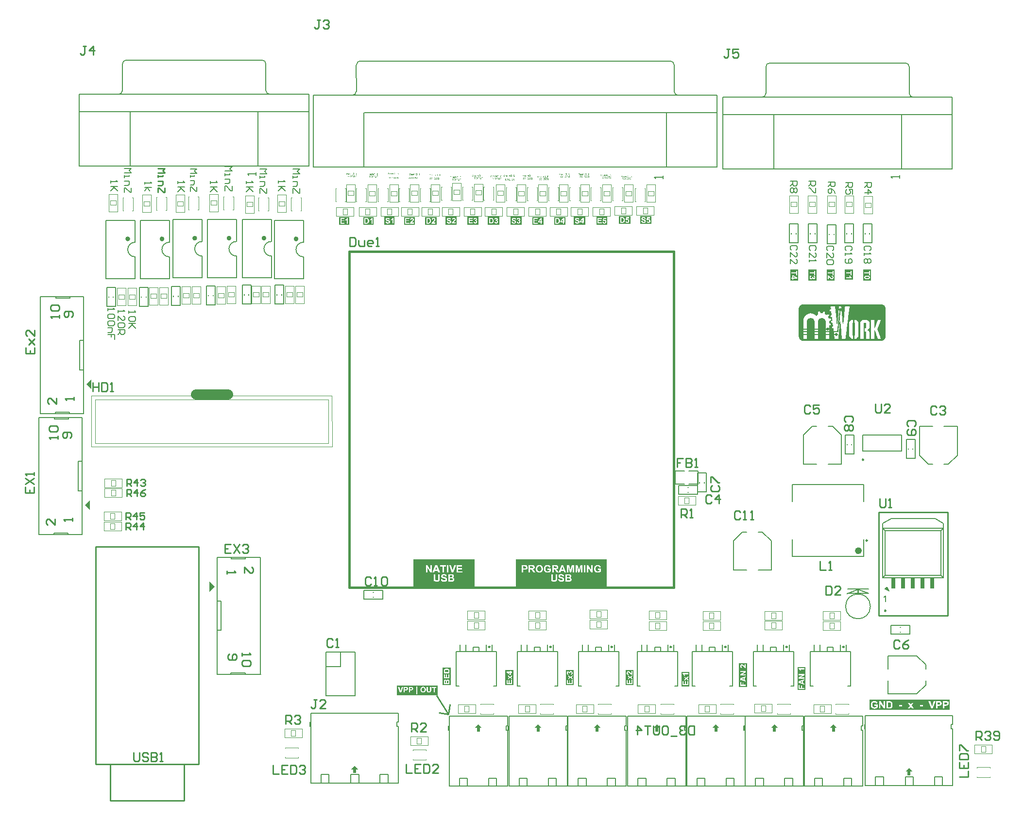
<source format=gto>
G04*
G04 #@! TF.GenerationSoftware,Altium Limited,Altium Designer,20.1.12 (249)*
G04*
G04 Layer_Color=65535*
%FSTAX24Y24*%
%MOIN*%
G70*
G04*
G04 #@! TF.SameCoordinates,65647CF5-6095-42B6-9084-E7F1C421F8D5*
G04*
G04*
G04 #@! TF.FilePolarity,Positive*
G04*
G01*
G75*
%ADD10C,0.0150*%
%ADD11C,0.0070*%
%ADD12C,0.0080*%
%ADD13C,0.0098*%
%ADD14C,0.0079*%
%ADD15C,0.0236*%
%ADD16C,0.0700*%
%ADD17C,0.0100*%
%ADD18C,0.0039*%
%ADD19C,0.0040*%
%ADD20C,0.0050*%
%ADD21C,0.0010*%
%ADD22C,0.0059*%
%ADD23R,0.0299X0.0740*%
G36*
X02435Y0533D02*
X024Y05365D01*
Y05295D01*
X02435Y0533D01*
D02*
G37*
G36*
X01545Y0589D02*
X0158Y05855D01*
Y05925D01*
X01545Y0589D01*
D02*
G37*
G36*
X01555Y0672D02*
X0159Y06685D01*
Y06755D01*
X01555Y0672D01*
D02*
G37*
G36*
X03395Y041D02*
X0337Y04075D01*
X03385D01*
Y0405D01*
X03405D01*
Y04075D01*
X0342D01*
X03395Y041D01*
D02*
G37*
G36*
X04245Y04385D02*
X0422Y0436D01*
X04235D01*
Y04335D01*
X04255D01*
Y0436D01*
X0427D01*
X04245Y04385D01*
D02*
G37*
G36*
X04655D02*
X0463Y0436D01*
X04645D01*
Y04335D01*
X04665D01*
Y0436D01*
X0468D01*
X04655Y04385D01*
D02*
G37*
G36*
X0506D02*
X05035Y0436D01*
X0505D01*
Y04335D01*
X0507D01*
Y0436D01*
X05085D01*
X0506Y04385D01*
D02*
G37*
G36*
X0547D02*
X05445Y0436D01*
X0546D01*
Y04335D01*
X0548D01*
Y0436D01*
X05495D01*
X0547Y04385D01*
D02*
G37*
G36*
X05875D02*
X0585Y0436D01*
X05865D01*
Y04335D01*
X05885D01*
Y0436D01*
X059D01*
X05875Y04385D01*
D02*
G37*
G36*
X062767D02*
X062517Y0436D01*
X062667D01*
Y04335D01*
X062867D01*
Y0436D01*
X063017D01*
X062767Y04385D01*
D02*
G37*
G36*
X066819D02*
X066569Y0436D01*
X066719D01*
Y04335D01*
X066919D01*
Y0436D01*
X067069D01*
X066819Y04385D01*
D02*
G37*
G36*
X072Y04085D02*
X07175Y0406D01*
X0719D01*
Y04035D01*
X0721D01*
Y0406D01*
X07225D01*
X072Y04085D01*
D02*
G37*
G36*
X052612Y081508D02*
X052596D01*
Y081526D01*
X052612D01*
Y081508D01*
D02*
G37*
G36*
X052959Y081526D02*
X052962Y081526D01*
X052965Y081526D01*
X052968Y081525D01*
X052971Y081524D01*
X052973Y081524D01*
X052975Y081523D01*
X052977Y081522D01*
X052979Y081521D01*
X05298Y08152D01*
X052982Y081519D01*
X052983Y081518D01*
X052984Y081518D01*
X052984Y081517D01*
X052985Y081517D01*
X052985Y081517D01*
X052987Y081515D01*
X052988Y081513D01*
X05299Y081511D01*
X052991Y081509D01*
X052993Y081504D01*
X052995Y0815D01*
X052995Y081498D01*
X052996Y081496D01*
X052996Y081494D01*
X052997Y081493D01*
X052997Y081492D01*
Y081491D01*
X052997Y08149D01*
Y08149D01*
X052981Y081488D01*
X052981Y081493D01*
X05298Y081496D01*
X052979Y0815D01*
X052978Y081502D01*
X052977Y081504D01*
X052975Y081506D01*
X052975Y081507D01*
X052974Y081507D01*
X052972Y081509D01*
X052969Y081511D01*
X052966Y081512D01*
X052963Y081513D01*
X05296Y081513D01*
X052958Y081514D01*
X052957Y081514D01*
X052956D01*
X052952Y081514D01*
X052949Y081513D01*
X052946Y081512D01*
X052944Y081511D01*
X052942Y081509D01*
X05294Y081508D01*
X052939Y081508D01*
X052939Y081507D01*
X052937Y081505D01*
X052935Y081502D01*
X052934Y0815D01*
X052933Y081497D01*
X052933Y081495D01*
X052932Y081493D01*
X052932Y081492D01*
Y081492D01*
Y081492D01*
X052933Y081489D01*
X052933Y081485D01*
X052935Y081482D01*
X052936Y081479D01*
X052937Y081477D01*
X052939Y081475D01*
X052939Y081474D01*
X052939Y081474D01*
X05294Y081473D01*
Y081473D01*
X052941Y081471D01*
X052943Y081469D01*
X052945Y081467D01*
X052947Y081465D01*
X052952Y08146D01*
X052956Y081456D01*
X052959Y081454D01*
X052961Y081452D01*
X052963Y081451D01*
X052964Y081449D01*
X052966Y081448D01*
X052967Y081447D01*
X052967Y081447D01*
X052968Y081446D01*
X052972Y081443D01*
X052976Y081439D01*
X05298Y081436D01*
X052983Y081433D01*
X052985Y081431D01*
X052987Y081429D01*
X052987Y081428D01*
X052988Y081428D01*
Y081427D01*
X05299Y081424D01*
X052992Y081421D01*
X052994Y081419D01*
X052996Y081416D01*
X052997Y081414D01*
X052997Y081412D01*
X052998Y081411D01*
X052998Y081411D01*
Y081411D01*
X052999Y081409D01*
X052999Y081407D01*
X052999Y081405D01*
X053Y081403D01*
X053Y081402D01*
Y081401D01*
Y0814D01*
Y0814D01*
X052916D01*
Y081415D01*
X052978D01*
X052976Y081418D01*
X052975Y081419D01*
X052974Y081421D01*
X052973Y081422D01*
X052973Y081422D01*
X052972Y081423D01*
X052972Y081423D01*
X052971Y081424D01*
X05297Y081425D01*
X052967Y081427D01*
X052964Y08143D01*
X052961Y081433D01*
X052958Y081435D01*
X052957Y081436D01*
X052956Y081437D01*
X052955Y081438D01*
X052954Y081439D01*
X052954Y081439D01*
X052954Y081439D01*
X052951Y081442D01*
X052948Y081444D01*
X052945Y081446D01*
X052943Y081448D01*
X052941Y08145D01*
X052939Y081452D01*
X052937Y081454D01*
X052936Y081455D01*
X052934Y081457D01*
X052933Y081458D01*
X052932Y081459D01*
X052931Y08146D01*
X05293Y081461D01*
X05293Y081461D01*
X052928Y081464D01*
X052925Y081467D01*
X052924Y08147D01*
X052922Y081472D01*
X052921Y081474D01*
X05292Y081475D01*
X05292Y081476D01*
X05292Y081477D01*
X052919Y081479D01*
X052918Y081482D01*
X052917Y081485D01*
X052917Y081487D01*
X052917Y081489D01*
X052916Y08149D01*
Y081491D01*
Y081492D01*
X052917Y081494D01*
X052917Y081497D01*
X052917Y081499D01*
X052918Y081502D01*
X05292Y081506D01*
X052922Y081509D01*
X052923Y081511D01*
X052924Y081512D01*
X052925Y081514D01*
X052926Y081514D01*
X052926Y081515D01*
X052927Y081516D01*
X052927Y081516D01*
X052927Y081516D01*
X052929Y081518D01*
X052931Y08152D01*
X052934Y081521D01*
X052936Y081522D01*
X052941Y081524D01*
X052946Y081525D01*
X052948Y081526D01*
X05295Y081526D01*
X052951Y081526D01*
X052953Y081526D01*
X052954Y081526D01*
X052956D01*
X052959Y081526D01*
D02*
G37*
G36*
X05233Y08146D02*
X052315Y081458D01*
X052314Y08146D01*
X052312Y081461D01*
X052311Y081463D01*
X052309Y081464D01*
X052308Y081465D01*
X052307Y081466D01*
X052306Y081466D01*
X052306Y081466D01*
X052303Y081468D01*
X052301Y081468D01*
X052299Y081469D01*
X052297Y08147D01*
X052295Y08147D01*
X052293Y08147D01*
X05229D01*
X052288Y08147D01*
X052284Y081469D01*
X052281Y081467D01*
X052278Y081466D01*
X052276Y081465D01*
X052274Y081463D01*
X052273Y081462D01*
X052273Y081462D01*
Y081462D01*
X05227Y081459D01*
X052268Y081456D01*
X052267Y081452D01*
X052266Y081449D01*
X052266Y081446D01*
X052265Y081445D01*
Y081444D01*
X052265Y081443D01*
Y081442D01*
Y081441D01*
Y081441D01*
Y081439D01*
X052266Y081436D01*
X052267Y081432D01*
X052268Y081428D01*
X052269Y081425D01*
X052271Y081422D01*
X052272Y08142D01*
X052272Y08142D01*
X052273Y081419D01*
X052273Y081419D01*
X052273Y081419D01*
X052275Y081417D01*
X052276Y081416D01*
X052279Y081414D01*
X052282Y081413D01*
X052285Y081412D01*
X052288Y081411D01*
X05229Y081411D01*
X052291Y081411D01*
X052292D01*
X052295Y081411D01*
X052299Y081411D01*
X052301Y081412D01*
X052303Y081413D01*
X052305Y081415D01*
X052307Y081415D01*
X052308Y081416D01*
X052308Y081416D01*
X05231Y081419D01*
X052312Y081422D01*
X052313Y081425D01*
X052315Y081427D01*
X052315Y08143D01*
X052316Y081432D01*
X052316Y081433D01*
X052316Y081434D01*
Y081434D01*
Y081434D01*
X052332Y081433D01*
X052332Y08143D01*
X052332Y081427D01*
X05233Y081422D01*
X052328Y081418D01*
X052327Y081416D01*
X052326Y081414D01*
X052325Y081413D01*
X052324Y081411D01*
X052323Y08141D01*
X052322Y081409D01*
X052321Y081408D01*
X052321Y081408D01*
X05232Y081407D01*
X05232Y081407D01*
X052318Y081406D01*
X052316Y081404D01*
X052313Y081403D01*
X052311Y081402D01*
X052307Y0814D01*
X052302Y081399D01*
X0523Y081399D01*
X052298Y081398D01*
X052296Y081398D01*
X052295Y081398D01*
X052294Y081398D01*
X052292D01*
X052288Y081398D01*
X052285Y081399D01*
X052281Y081399D01*
X052278Y0814D01*
X052275Y081401D01*
X052272Y081403D01*
X05227Y081404D01*
X052268Y081405D01*
X052266Y081407D01*
X052264Y081408D01*
X052262Y08141D01*
X052261Y081411D01*
X05226Y081412D01*
X052259Y081412D01*
X052259Y081413D01*
X052259Y081413D01*
X052257Y081415D01*
X052256Y081418D01*
X052254Y08142D01*
X052253Y081423D01*
X052251Y081428D01*
X05225Y081433D01*
X05225Y081435D01*
X052249Y081437D01*
X052249Y081438D01*
X052249Y08144D01*
X052249Y081441D01*
Y081442D01*
Y081442D01*
Y081443D01*
X052249Y081446D01*
X052249Y081449D01*
X05225Y081452D01*
X052251Y081455D01*
X052252Y081457D01*
X052253Y08146D01*
X052254Y081462D01*
X052255Y081464D01*
X052256Y081466D01*
X052257Y081468D01*
X052258Y081469D01*
X052259Y08147D01*
X052259Y081471D01*
X05226Y081472D01*
X05226Y081472D01*
X05226Y081472D01*
X052263Y081474D01*
X052265Y081476D01*
X052267Y081477D01*
X052269Y081479D01*
X052272Y08148D01*
X052274Y081481D01*
X052279Y081482D01*
X052281Y081483D01*
X052282Y081483D01*
X052284Y081483D01*
X052285Y081483D01*
X052287Y081484D01*
X052291D01*
X052293Y081483D01*
X052297Y081482D01*
X052301Y081481D01*
X052305Y08148D01*
X052308Y081478D01*
X052309Y081477D01*
X05231Y081477D01*
X052311Y081476D01*
X052311Y081476D01*
X052312Y081476D01*
X052312Y081476D01*
X052305Y08151D01*
X052255D01*
Y081524D01*
X052318D01*
X05233Y08146D01*
D02*
G37*
G36*
X052548Y0814D02*
X052533D01*
X052498Y081491D01*
X052514D01*
X052535Y081435D01*
X052536Y081432D01*
X052537Y081429D01*
X052538Y081425D01*
X052539Y081423D01*
X05254Y081421D01*
X05254Y081419D01*
X05254Y081419D01*
X05254Y081418D01*
X052542Y081422D01*
X052542Y081425D01*
X052544Y081428D01*
X052544Y081431D01*
X052545Y081433D01*
X052546Y081435D01*
X052546Y081436D01*
X052546Y081436D01*
X052546Y081436D01*
Y081437D01*
X052566Y081491D01*
X052582D01*
X052548Y0814D01*
D02*
G37*
G36*
X052451Y081493D02*
X052454Y081493D01*
X052457Y081492D01*
X05246Y081491D01*
X052463Y08149D01*
X052465Y081489D01*
X052468Y081488D01*
X05247Y081487D01*
X052472Y081486D01*
X052473Y081485D01*
X052475Y081484D01*
X052476Y081483D01*
X052477Y081482D01*
X052477Y081481D01*
X052478Y081481D01*
X052478Y081481D01*
X05248Y081478D01*
X052482Y081475D01*
X052483Y081473D01*
X052485Y08147D01*
X052486Y081467D01*
X052487Y081464D01*
X052488Y081458D01*
X052489Y081455D01*
X052489Y081453D01*
X052489Y081451D01*
X05249Y081449D01*
X05249Y081447D01*
Y081446D01*
Y081445D01*
Y081445D01*
X05249Y081441D01*
X052489Y081437D01*
X052489Y081433D01*
X052488Y08143D01*
X052487Y081427D01*
X052486Y081424D01*
X052485Y081421D01*
X052484Y081419D01*
X052483Y081417D01*
X052482Y081415D01*
X052481Y081414D01*
X05248Y081413D01*
X052479Y081411D01*
X052479Y081411D01*
X052478Y08141D01*
X052478Y08141D01*
X052476Y081408D01*
X052473Y081406D01*
X052471Y081405D01*
X052468Y081403D01*
X052466Y081402D01*
X052463Y081401D01*
X052458Y081399D01*
X052455Y081399D01*
X052453Y081399D01*
X052451Y081398D01*
X05245Y081398D01*
X052448Y081398D01*
X052446D01*
X052441Y081398D01*
X052436Y081399D01*
X052431Y0814D01*
X052429Y081401D01*
X052427Y081402D01*
X052426Y081403D01*
X052424Y081403D01*
X052423Y081404D01*
X052422Y081404D01*
X052421Y081405D01*
X052421Y081405D01*
X052421Y081406D01*
X05242D01*
X052417Y081409D01*
X052414Y081412D01*
X052411Y081416D01*
X052409Y081419D01*
X052408Y081423D01*
X052407Y081424D01*
X052407Y081425D01*
X052407Y081426D01*
X052406Y081427D01*
X052406Y081427D01*
Y081427D01*
X052422Y081429D01*
X052424Y081426D01*
X052425Y081423D01*
X052427Y081421D01*
X052428Y081419D01*
X05243Y081417D01*
X052431Y081416D01*
X052432Y081415D01*
X052432Y081415D01*
X052434Y081414D01*
X052437Y081413D01*
X052439Y081412D01*
X052441Y081411D01*
X052443Y081411D01*
X052445Y081411D01*
X052446D01*
X052449Y081411D01*
X052451Y081411D01*
X052454Y081412D01*
X052457Y081413D01*
X05246Y081415D01*
X052463Y081416D01*
X052464Y081417D01*
X052465Y081418D01*
X052465Y081419D01*
X052466D01*
X052468Y081422D01*
X05247Y081425D01*
X052472Y081429D01*
X052473Y081433D01*
X052473Y081436D01*
X052474Y081438D01*
X052474Y081439D01*
Y08144D01*
X052474Y081441D01*
Y081441D01*
Y081442D01*
X052406D01*
X052406Y081444D01*
Y081445D01*
Y081446D01*
Y081446D01*
X052406Y08145D01*
X052406Y081454D01*
X052407Y081457D01*
X052407Y081461D01*
X052408Y081464D01*
X052409Y081467D01*
X05241Y081469D01*
X052411Y081472D01*
X052413Y081474D01*
X052414Y081476D01*
X052415Y081477D01*
X052415Y081478D01*
X052416Y08148D01*
X052417Y08148D01*
X052417Y081481D01*
X052417Y081481D01*
X052419Y081483D01*
X052422Y081485D01*
X052424Y081487D01*
X052427Y081488D01*
X052429Y081489D01*
X052432Y08149D01*
X052434Y081491D01*
X052437Y081492D01*
X052439Y081492D01*
X052441Y081493D01*
X052443Y081493D01*
X052444Y081493D01*
X052445Y081493D01*
X052447D01*
X052451Y081493D01*
D02*
G37*
G36*
X052795Y0814D02*
X05275D01*
X052746Y0814D01*
X052742Y0814D01*
X052739Y081401D01*
X052736Y081401D01*
X052733Y081401D01*
X052731Y081402D01*
X052731Y081402D01*
X05273Y081402D01*
X05273D01*
X052727Y081403D01*
X052724Y081404D01*
X052721Y081405D01*
X052719Y081406D01*
X052717Y081407D01*
X052716Y081408D01*
X052715Y081408D01*
X052715Y081408D01*
X052712Y08141D01*
X05271Y081412D01*
X052708Y081414D01*
X052707Y081416D01*
X052705Y081417D01*
X052704Y081419D01*
X052704Y081419D01*
X052703Y08142D01*
X052702Y081423D01*
X0527Y081426D01*
X052698Y081429D01*
X052697Y081432D01*
X052696Y081434D01*
X052695Y081436D01*
X052695Y081437D01*
X052695Y081437D01*
X052695Y081438D01*
Y081438D01*
X052694Y081442D01*
X052693Y081447D01*
X052692Y081451D01*
X052692Y081455D01*
X052692Y081458D01*
Y08146D01*
X052691Y081461D01*
Y081462D01*
Y081463D01*
Y081463D01*
Y081464D01*
X052692Y08147D01*
X052692Y081475D01*
X052693Y08148D01*
X052693Y081483D01*
X052694Y081485D01*
X052694Y081487D01*
X052695Y081488D01*
X052695Y08149D01*
X052696Y081491D01*
X052696Y081492D01*
X052696Y081493D01*
X052696Y081493D01*
Y081494D01*
X052698Y081498D01*
X052701Y081502D01*
X052703Y081506D01*
X052706Y081509D01*
X052708Y081512D01*
X05271Y081514D01*
X05271Y081514D01*
X052711Y081515D01*
X052711Y081515D01*
X052711Y081515D01*
X052714Y081517D01*
X052717Y081519D01*
X05272Y081521D01*
X052723Y081522D01*
X052726Y081523D01*
X052728Y081524D01*
X052729Y081524D01*
X052729D01*
X05273Y081524D01*
X05273D01*
X052733Y081525D01*
X052736Y081525D01*
X05274Y081526D01*
X052744Y081526D01*
X052747Y081526D01*
X052795D01*
Y0814D01*
D02*
G37*
G36*
X052639Y081493D02*
X052641Y081493D01*
X052643Y081492D01*
X052644Y081492D01*
X052645Y081491D01*
X052646Y081491D01*
X052647Y08149D01*
X052647Y08149D01*
X052649Y081489D01*
X05265Y081487D01*
X052652Y081485D01*
X052653Y081483D01*
X052655Y081481D01*
X052656Y081479D01*
X052656Y081478D01*
X052657Y081478D01*
Y081491D01*
X052671D01*
Y0814D01*
X052655D01*
Y081448D01*
X052655Y081451D01*
X052655Y081455D01*
X052654Y081458D01*
X052654Y08146D01*
X052653Y081463D01*
X052653Y081464D01*
X052653Y081465D01*
X052653Y081466D01*
X052652Y081468D01*
X052651Y081469D01*
X05265Y081471D01*
X052649Y081472D01*
X052648Y081473D01*
X052648Y081474D01*
X052647Y081474D01*
X052647Y081474D01*
X052645Y081475D01*
X052644Y081476D01*
X052642Y081477D01*
X052641Y081477D01*
X05264Y081477D01*
X052639Y081477D01*
X052638D01*
X052636Y081477D01*
X052634Y081477D01*
X052632Y081476D01*
X05263Y081476D01*
X052629Y081475D01*
X052628Y081475D01*
X052627Y081474D01*
X052627Y081474D01*
X052621Y081488D01*
X052624Y08149D01*
X052627Y081491D01*
X05263Y081492D01*
X052632Y081493D01*
X052634Y081493D01*
X052636Y081493D01*
X052637D01*
X052639Y081493D01*
D02*
G37*
G36*
X052612Y0814D02*
X052596D01*
Y081491D01*
X052612D01*
Y0814D01*
D02*
G37*
G36*
X052355Y081493D02*
X052357Y081493D01*
X052359Y081492D01*
X05236Y081492D01*
X052361Y081491D01*
X052362Y081491D01*
X052363Y08149D01*
X052363Y08149D01*
X052365Y081489D01*
X052366Y081487D01*
X052368Y081485D01*
X05237Y081483D01*
X052371Y081481D01*
X052372Y081479D01*
X052373Y081478D01*
X052373Y081478D01*
Y081491D01*
X052387D01*
Y0814D01*
X052371D01*
Y081448D01*
X052371Y081451D01*
X052371Y081455D01*
X052371Y081458D01*
X05237Y08146D01*
X05237Y081463D01*
X052369Y081464D01*
X052369Y081465D01*
X052369Y081466D01*
X052368Y081468D01*
X052367Y081469D01*
X052366Y081471D01*
X052365Y081472D01*
X052364Y081473D01*
X052364Y081474D01*
X052363Y081474D01*
X052363Y081474D01*
X052362Y081475D01*
X05236Y081476D01*
X052358Y081477D01*
X052357Y081477D01*
X052356Y081477D01*
X052355Y081477D01*
X052354D01*
X052352Y081477D01*
X05235Y081477D01*
X052348Y081476D01*
X052346Y081476D01*
X052345Y081475D01*
X052344Y081475D01*
X052343Y081474D01*
X052343Y081474D01*
X052337Y081488D01*
X05234Y08149D01*
X052343Y081491D01*
X052346Y081492D01*
X052348Y081493D01*
X05235Y081493D01*
X052352Y081493D01*
X052353D01*
X052355Y081493D01*
D02*
G37*
G36*
X052459Y081376D02*
X052464Y081375D01*
X052468Y081374D01*
X052472Y081372D01*
X052474Y081371D01*
X052475Y081371D01*
X052476Y08137D01*
X052477Y081369D01*
X052478Y081369D01*
X052478Y081368D01*
X052479Y081368D01*
X052479Y081368D01*
X052482Y081364D01*
X052485Y081361D01*
X052487Y081357D01*
X052489Y081353D01*
X05249Y081349D01*
X052491Y081348D01*
X052491Y081346D01*
X052491Y081345D01*
X052491Y081345D01*
X052492Y081344D01*
Y081344D01*
X052476Y081341D01*
X052475Y081345D01*
X052474Y081349D01*
X052473Y081351D01*
X052472Y081354D01*
X05247Y081356D01*
X052469Y081357D01*
X052469Y081358D01*
X052468Y081358D01*
X052466Y08136D01*
X052464Y081361D01*
X052461Y081362D01*
X052459Y081363D01*
X052457Y081363D01*
X052455Y081364D01*
X052454D01*
X05245Y081363D01*
X052447Y081363D01*
X052445Y081362D01*
X052443Y081361D01*
X052441Y08136D01*
X05244Y081359D01*
X052439Y081358D01*
X052439Y081358D01*
X052437Y081356D01*
X052435Y081353D01*
X052434Y081351D01*
X052433Y081349D01*
X052433Y081347D01*
X052433Y081345D01*
Y081344D01*
Y081344D01*
Y081344D01*
Y081342D01*
X052433Y08134D01*
X052434Y081337D01*
X052435Y081334D01*
X052437Y081332D01*
X052438Y08133D01*
X052439Y081329D01*
X05244Y081328D01*
X052441Y081328D01*
X052441D01*
X052444Y081327D01*
X052447Y081325D01*
X05245Y081324D01*
X052453Y081324D01*
X052455Y081323D01*
X052457Y081323D01*
X052459D01*
X05246Y081323D01*
X052461D01*
X052463Y08131D01*
X05246Y08131D01*
X052458Y081311D01*
X052456Y081311D01*
X052455Y081311D01*
X052454Y081311D01*
X052452D01*
X052448Y081311D01*
X052445Y08131D01*
X052442Y081309D01*
X052439Y081308D01*
X052437Y081307D01*
X052435Y081305D01*
X052435Y081305D01*
X052434Y081304D01*
X052432Y081302D01*
X05243Y081299D01*
X052429Y081296D01*
X052428Y081293D01*
X052427Y081291D01*
X052427Y081288D01*
X052427Y081288D01*
Y081287D01*
Y081287D01*
Y081287D01*
X052427Y081283D01*
X052428Y081279D01*
X052429Y081276D01*
X052431Y081273D01*
X052432Y081271D01*
X052433Y081269D01*
X052434Y081268D01*
X052435Y081268D01*
X052438Y081265D01*
X052441Y081264D01*
X052444Y081262D01*
X052447Y081261D01*
X052449Y081261D01*
X052451Y081261D01*
X052452Y08126D01*
X052453D01*
X052456Y081261D01*
X05246Y081261D01*
X052462Y081262D01*
X052464Y081263D01*
X052466Y081264D01*
X052468Y081265D01*
X052468Y081266D01*
X052469Y081266D01*
X052471Y081269D01*
X052473Y081272D01*
X052474Y081275D01*
X052476Y081278D01*
X052477Y081281D01*
X052477Y081282D01*
X052477Y081283D01*
X052477Y081284D01*
X052478Y081285D01*
X052478Y081285D01*
Y081285D01*
X052493Y081283D01*
X052493Y08128D01*
X052492Y081278D01*
X052491Y081272D01*
X052489Y081268D01*
X052488Y081266D01*
X052486Y081264D01*
X052485Y081263D01*
X052484Y081262D01*
X052483Y08126D01*
X052482Y081259D01*
X052482Y081259D01*
X052481Y081258D01*
X052481Y081258D01*
X052481Y081258D01*
X052479Y081256D01*
X052476Y081254D01*
X052474Y081253D01*
X052472Y081252D01*
X052467Y08125D01*
X052463Y081249D01*
X052461Y081249D01*
X052459Y081248D01*
X052458Y081248D01*
X052456Y081248D01*
X052455Y081248D01*
X052453D01*
X05245Y081248D01*
X052447Y081248D01*
X052444Y081249D01*
X052441Y08125D01*
X052438Y08125D01*
X052436Y081251D01*
X052433Y081252D01*
X052431Y081254D01*
X052429Y081254D01*
X052428Y081256D01*
X052426Y081256D01*
X052425Y081257D01*
X052424Y081258D01*
X052423Y081259D01*
X052423Y081259D01*
X052423Y081259D01*
X052421Y081261D01*
X052419Y081264D01*
X052417Y081266D01*
X052416Y081268D01*
X052415Y081271D01*
X052414Y081273D01*
X052412Y081277D01*
X052412Y081279D01*
X052411Y081281D01*
X052411Y081283D01*
X052411Y081284D01*
X052411Y081285D01*
Y081286D01*
Y081287D01*
Y081287D01*
X052411Y081291D01*
X052412Y081295D01*
X052413Y081299D01*
X052414Y081302D01*
X052415Y081304D01*
X052416Y081306D01*
X052417Y081307D01*
X052417Y081307D01*
X052419Y08131D01*
X052422Y081313D01*
X052425Y081314D01*
X052428Y081316D01*
X052431Y081317D01*
X052433Y081318D01*
X052433Y081318D01*
X052434Y081318D01*
X052434Y081318D01*
X052434D01*
X052431Y08132D01*
X052429Y081321D01*
X052427Y081323D01*
X052425Y081325D01*
X052423Y081326D01*
X052422Y081328D01*
X052422Y081328D01*
X052421Y081329D01*
X05242Y081331D01*
X052419Y081334D01*
X052418Y081336D01*
X052417Y081339D01*
X052417Y081341D01*
X052417Y081342D01*
Y081343D01*
Y081344D01*
X052417Y081347D01*
X052418Y08135D01*
X052418Y081353D01*
X052419Y081355D01*
X05242Y081357D01*
X052421Y081359D01*
X052421Y081359D01*
X052422Y08136D01*
X052423Y081363D01*
X052426Y081365D01*
X052428Y081367D01*
X05243Y081369D01*
X052432Y08137D01*
X052433Y081371D01*
X052435Y081372D01*
X052435Y081372D01*
X052435D01*
X052438Y081373D01*
X052442Y081374D01*
X052445Y081375D01*
X052448Y081376D01*
X05245Y081376D01*
X052452Y081376D01*
X052457D01*
X052459Y081376D01*
D02*
G37*
G36*
X052545Y081373D02*
X052547Y08137D01*
X052549Y081367D01*
X052551Y081365D01*
X052554Y081363D01*
X052555Y081361D01*
X052556Y08136D01*
X052557Y08136D01*
X052557Y08136D01*
X052557Y081359D01*
X052561Y081356D01*
X052565Y081353D01*
X052568Y081351D01*
X052572Y081349D01*
X052575Y081347D01*
X052576Y081346D01*
X052577Y081346D01*
X052578Y081345D01*
X052579Y081345D01*
X052579Y081345D01*
X052579D01*
Y08133D01*
X052577Y081331D01*
X052574Y081332D01*
X052571Y081333D01*
X052569Y081335D01*
X052567Y081336D01*
X052565Y081337D01*
X052564Y081337D01*
X052563Y081338D01*
X052563D01*
X05256Y08134D01*
X052557Y081342D01*
X052555Y081343D01*
X052553Y081345D01*
X052551Y081346D01*
X05255Y081347D01*
X052549Y081348D01*
X052549Y081348D01*
Y08125D01*
X052533D01*
Y081376D01*
X052543D01*
X052545Y081373D01*
D02*
G37*
G36*
X052781Y081378D02*
X052785Y081377D01*
X052789Y081377D01*
X052793Y081376D01*
X052795Y081375D01*
X052797Y081375D01*
X052798Y081374D01*
X052798Y081374D01*
X052799Y081374D01*
X052799Y081374D01*
X052799D01*
X052803Y081372D01*
X052806Y08137D01*
X052807Y081369D01*
Y081376D01*
X05291D01*
Y081376D01*
X052938D01*
Y08125D01*
X05289D01*
X052885Y08125D01*
X052882Y08125D01*
X052878Y081251D01*
X052875Y081251D01*
X052873Y081251D01*
X052871Y081252D01*
X05287Y081252D01*
X05287D01*
X052866Y081253D01*
X052864Y081254D01*
X052862Y081255D01*
X05286Y081256D01*
X052858Y081257D01*
X052857Y081257D01*
X052856Y081258D01*
X052856Y081258D01*
X052854Y08126D01*
X052852Y081262D01*
X05285Y081264D01*
X052849Y081266D01*
X052848Y081267D01*
X052847Y081269D01*
X052847Y08127D01*
X052846Y08127D01*
X052845Y081273D01*
X052844Y081276D01*
X052844Y081278D01*
X052843Y081281D01*
X052843Y081283D01*
X052843Y081285D01*
Y081286D01*
Y081286D01*
Y081286D01*
X052843Y081291D01*
X052844Y081294D01*
X052845Y081297D01*
X052846Y0813D01*
X052847Y081302D01*
X052848Y081304D01*
X052849Y081305D01*
X052849Y081305D01*
X052851Y081308D01*
X052854Y081311D01*
X052857Y081313D01*
X05286Y081314D01*
X052862Y081316D01*
X052865Y081316D01*
X052865Y081317D01*
X052866Y081317D01*
X052866Y081317D01*
X052866D01*
X052863Y081319D01*
X052861Y081321D01*
X052858Y081323D01*
X052857Y081325D01*
X052855Y081326D01*
X052854Y081327D01*
X052854Y081328D01*
X052853Y081329D01*
X052852Y081331D01*
X052851Y081334D01*
X05285Y081336D01*
X052849Y081339D01*
X052849Y081341D01*
X052849Y081342D01*
Y081343D01*
Y081344D01*
X052849Y081347D01*
X05285Y08135D01*
X05285Y081353D01*
X052851Y081355D01*
X052852Y081357D01*
X052853Y081359D01*
X052854Y08136D01*
X052854Y08136D01*
X052856Y081363D01*
X052858Y081365D01*
X052812D01*
X052813Y081364D01*
X052814Y081362D01*
X052815Y081361D01*
X052815Y081361D01*
Y081361D01*
X052817Y081358D01*
X052818Y081355D01*
X052819Y081352D01*
X05282Y081349D01*
X05282Y081347D01*
X052821Y081345D01*
Y081344D01*
Y081343D01*
Y081343D01*
Y081343D01*
X05282Y08134D01*
X05282Y081337D01*
X052819Y081334D01*
X052818Y081332D01*
X052818Y08133D01*
X052817Y081329D01*
X052816Y081328D01*
X052816Y081327D01*
X052814Y081325D01*
X052812Y081323D01*
X05281Y081321D01*
X052808Y081319D01*
X052806Y081317D01*
X052804Y081317D01*
X052803Y081316D01*
X052803Y081316D01*
X052803D01*
X052801Y081315D01*
X0528Y081314D01*
X052796Y081313D01*
X052792Y081312D01*
X052788Y08131D01*
X052784Y081309D01*
X052783Y081309D01*
X052781Y081309D01*
X05278Y081308D01*
X052779Y081308D01*
X052779Y081308D01*
X052779D01*
X052775Y081307D01*
X052773Y081306D01*
X05277Y081306D01*
X052768Y081305D01*
X052766Y081305D01*
X052764Y081304D01*
X052762Y081304D01*
X052761Y081303D01*
X05276Y081303D01*
X052759Y081303D01*
X052757Y081302D01*
X052756Y081302D01*
X052756Y081302D01*
X052753Y081301D01*
X052751Y081299D01*
X052749Y081298D01*
X052748Y081297D01*
X052746Y081296D01*
X052746Y081295D01*
X052745Y081294D01*
X052745Y081294D01*
X052744Y081293D01*
X052743Y081291D01*
X052742Y081289D01*
X052742Y081288D01*
X052741Y081286D01*
X052741Y081285D01*
Y081284D01*
Y081284D01*
X052741Y081282D01*
X052742Y08128D01*
X052742Y081278D01*
X052743Y081276D01*
X052744Y081275D01*
X052744Y081274D01*
X052745Y081273D01*
X052745Y081273D01*
X052746Y081271D01*
X052748Y08127D01*
X05275Y081269D01*
X052752Y081267D01*
X052753Y081267D01*
X052755Y081266D01*
X052755Y081266D01*
X052756Y081265D01*
X052759Y081264D01*
X052761Y081264D01*
X052764Y081263D01*
X052767Y081263D01*
X052769Y081263D01*
X052771Y081263D01*
X052773D01*
X052777Y081263D01*
X05278Y081263D01*
X052783Y081264D01*
X052786Y081264D01*
X052789Y081265D01*
X052791Y081266D01*
X052791Y081266D01*
X052792Y081266D01*
X052792Y081266D01*
X052792D01*
X052795Y081268D01*
X052798Y081269D01*
X0528Y081271D01*
X052801Y081273D01*
X052803Y081274D01*
X052804Y081275D01*
X052804Y081276D01*
X052805Y081276D01*
X052806Y081278D01*
X052807Y081281D01*
X052808Y081284D01*
X052809Y081286D01*
X052809Y081288D01*
X05281Y08129D01*
Y081291D01*
X05281Y081291D01*
Y081292D01*
Y081292D01*
X052825Y08129D01*
X052825Y081286D01*
X052824Y081281D01*
X052823Y081278D01*
X052822Y081274D01*
X052821Y081271D01*
X05282Y08127D01*
X05282Y081269D01*
X052819Y081269D01*
X052819Y081268D01*
X052819Y081268D01*
Y081268D01*
X052816Y081264D01*
X052813Y081261D01*
X05281Y081258D01*
X052807Y081256D01*
X052804Y081255D01*
X052802Y081254D01*
X052801Y081253D01*
X052801Y081253D01*
X052801Y081253D01*
X0528D01*
X052796Y081251D01*
X052791Y08125D01*
X052786Y081249D01*
X052782Y081248D01*
X05278Y081248D01*
X052778Y081248D01*
X052776D01*
X052775Y081248D01*
X052772D01*
X052767Y081248D01*
X052762Y081248D01*
X052758Y081249D01*
X052755Y08125D01*
X052752Y081251D01*
X052751Y081252D01*
X052749Y081252D01*
X052749Y081252D01*
X052748Y081252D01*
X052748Y081253D01*
X052748D01*
X052744Y081255D01*
X052741Y081257D01*
X052738Y081259D01*
X052735Y081261D01*
X052733Y081263D01*
X052732Y081265D01*
X052731Y081266D01*
X052731Y081266D01*
Y081266D01*
X052729Y08127D01*
X052728Y081273D01*
X052727Y081276D01*
X052726Y081279D01*
X052726Y081282D01*
X052725Y081284D01*
Y081284D01*
Y081285D01*
Y081285D01*
Y081285D01*
X052725Y081289D01*
X052726Y081292D01*
X052727Y081295D01*
X052728Y081298D01*
X052729Y0813D01*
X05273Y081302D01*
X05273Y081303D01*
X052731Y081303D01*
X052733Y081306D01*
X052735Y081308D01*
X052738Y081311D01*
X052741Y081313D01*
X052743Y081314D01*
X052745Y081315D01*
X052746Y081315D01*
X052746Y081316D01*
X052747Y081316D01*
X052747D01*
X052748Y081317D01*
X05275Y081317D01*
X052752Y081318D01*
X052754Y081319D01*
X052759Y08132D01*
X052764Y081321D01*
X052766Y081322D01*
X052768Y081322D01*
X05277Y081323D01*
X052771Y081323D01*
X052773Y081324D01*
X052774Y081324D01*
X052775Y081324D01*
X052775D01*
X052778Y081325D01*
X052782Y081326D01*
X052785Y081327D01*
X052787Y081327D01*
X052789Y081328D01*
X052791Y081329D01*
X052793Y08133D01*
X052795Y08133D01*
X052796Y081331D01*
X052797Y081331D01*
X052798Y081332D01*
X052799Y081332D01*
X0528Y081333D01*
X0528Y081333D01*
X052801Y081335D01*
X052803Y081337D01*
X052804Y081339D01*
X052804Y08134D01*
X052804Y081342D01*
X052805Y081343D01*
Y081344D01*
Y081344D01*
X052804Y081347D01*
X052804Y08135D01*
X052802Y081352D01*
X052801Y081354D01*
X0528Y081355D01*
X052799Y081357D01*
X052798Y081357D01*
X052798Y081357D01*
X052796Y081358D01*
X052795Y081359D01*
X052791Y081361D01*
X052788Y081362D01*
X052784Y081362D01*
X052781Y081363D01*
X052779Y081363D01*
X052778Y081363D01*
X052776D01*
X052771Y081363D01*
X052766Y081362D01*
X052763Y081361D01*
X052759Y08136D01*
X052757Y081359D01*
X052755Y081358D01*
X052754Y081357D01*
X052754Y081357D01*
X052751Y081354D01*
X052749Y081352D01*
X052748Y081349D01*
X052747Y081346D01*
X052746Y081343D01*
X052745Y081341D01*
X052745Y08134D01*
X052745Y08134D01*
Y081339D01*
Y081339D01*
X052729Y08134D01*
X052729Y081344D01*
X05273Y081348D01*
X052731Y081351D01*
X052733Y081354D01*
X052734Y081357D01*
X052735Y081359D01*
X052735Y081359D01*
X052735Y08136D01*
X052735Y08136D01*
Y08136D01*
X052738Y081363D01*
X05274Y081366D01*
X052743Y081368D01*
X052746Y08137D01*
X052748Y081372D01*
X05275Y081373D01*
X052751Y081373D01*
X052751Y081373D01*
X052752Y081373D01*
X052752D01*
X052756Y081375D01*
X05276Y081376D01*
X052764Y081377D01*
X052768Y081377D01*
X052771Y081378D01*
X052773D01*
X052774Y081378D01*
X052776D01*
X052781Y081378D01*
D02*
G37*
G36*
X052664D02*
X052668Y081377D01*
X052672Y081377D01*
X052675Y081376D01*
X052678Y081375D01*
X052679Y081375D01*
X05268Y081374D01*
X052681Y081374D01*
X052682Y081374D01*
X052682Y081374D01*
X052682D01*
X052686Y081372D01*
X052689Y08137D01*
X052692Y081368D01*
X052694Y081366D01*
X052696Y081364D01*
X052697Y081362D01*
X052698Y081361D01*
X052698Y081361D01*
Y081361D01*
X0527Y081358D01*
X052701Y081355D01*
X052702Y081352D01*
X052702Y081349D01*
X052703Y081347D01*
X052703Y081345D01*
Y081344D01*
Y081343D01*
Y081343D01*
Y081343D01*
X052703Y08134D01*
X052702Y081337D01*
X052702Y081334D01*
X052701Y081332D01*
X0527Y08133D01*
X0527Y081329D01*
X052699Y081328D01*
X052699Y081327D01*
X052697Y081325D01*
X052695Y081323D01*
X052693Y081321D01*
X05269Y081319D01*
X052689Y081317D01*
X052687Y081317D01*
X052686Y081316D01*
X052686Y081316D01*
X052686D01*
X052684Y081315D01*
X052682Y081314D01*
X052679Y081313D01*
X052675Y081312D01*
X052671Y08131D01*
X052667Y081309D01*
X052665Y081309D01*
X052664Y081309D01*
X052663Y081308D01*
X052662Y081308D01*
X052661Y081308D01*
X052661D01*
X052658Y081307D01*
X052655Y081306D01*
X052653Y081306D01*
X05265Y081305D01*
X052648Y081305D01*
X052646Y081304D01*
X052645Y081304D01*
X052644Y081303D01*
X052642Y081303D01*
X052641Y081303D01*
X05264Y081302D01*
X052639Y081302D01*
X052639Y081302D01*
X052636Y081301D01*
X052634Y081299D01*
X052632Y081298D01*
X05263Y081297D01*
X052629Y081296D01*
X052628Y081295D01*
X052628Y081294D01*
X052628Y081294D01*
X052626Y081293D01*
X052625Y081291D01*
X052625Y081289D01*
X052624Y081288D01*
X052624Y081286D01*
X052624Y081285D01*
Y081284D01*
Y081284D01*
X052624Y081282D01*
X052624Y08128D01*
X052625Y081278D01*
X052626Y081276D01*
X052626Y081275D01*
X052627Y081274D01*
X052627Y081273D01*
X052628Y081273D01*
X052629Y081271D01*
X052631Y08127D01*
X052633Y081269D01*
X052634Y081267D01*
X052636Y081267D01*
X052637Y081266D01*
X052638Y081266D01*
X052638Y081265D01*
X052641Y081264D01*
X052644Y081264D01*
X052647Y081263D01*
X05265Y081263D01*
X052652Y081263D01*
X052654Y081263D01*
X052655D01*
X052659Y081263D01*
X052663Y081263D01*
X052666Y081264D01*
X052669Y081264D01*
X052671Y081265D01*
X052673Y081266D01*
X052674Y081266D01*
X052674Y081266D01*
X052674Y081266D01*
X052675D01*
X052678Y081268D01*
X05268Y081269D01*
X052682Y081271D01*
X052684Y081273D01*
X052686Y081274D01*
X052686Y081275D01*
X052687Y081276D01*
X052687Y081276D01*
X052688Y081278D01*
X05269Y081281D01*
X05269Y081284D01*
X052691Y081286D01*
X052692Y081288D01*
X052692Y08129D01*
Y081291D01*
X052692Y081291D01*
Y081292D01*
Y081292D01*
X052708Y08129D01*
X052708Y081286D01*
X052707Y081281D01*
X052706Y081278D01*
X052704Y081274D01*
X052703Y081271D01*
X052703Y08127D01*
X052702Y081269D01*
X052702Y081269D01*
X052702Y081268D01*
X052701Y081268D01*
Y081268D01*
X052698Y081264D01*
X052696Y081261D01*
X052692Y081258D01*
X05269Y081256D01*
X052687Y081255D01*
X052685Y081254D01*
X052684Y081253D01*
X052684Y081253D01*
X052683Y081253D01*
X052683D01*
X052678Y081251D01*
X052674Y08125D01*
X052669Y081249D01*
X052664Y081248D01*
X052662Y081248D01*
X05266Y081248D01*
X052659D01*
X052657Y081248D01*
X052654D01*
X05265Y081248D01*
X052645Y081248D01*
X052641Y081249D01*
X052637Y08125D01*
X052634Y081251D01*
X052633Y081252D01*
X052632Y081252D01*
X052631Y081252D01*
X052631Y081252D01*
X05263Y081253D01*
X05263D01*
X052626Y081255D01*
X052623Y081257D01*
X05262Y081259D01*
X052618Y081261D01*
X052616Y081263D01*
X052615Y081265D01*
X052614Y081266D01*
X052614Y081266D01*
Y081266D01*
X052612Y08127D01*
X05261Y081273D01*
X052609Y081276D01*
X052609Y081279D01*
X052608Y081282D01*
X052608Y081284D01*
Y081284D01*
Y081285D01*
Y081285D01*
Y081285D01*
X052608Y081289D01*
X052609Y081292D01*
X052609Y081295D01*
X05261Y081298D01*
X052611Y0813D01*
X052612Y081302D01*
X052613Y081303D01*
X052613Y081303D01*
X052615Y081306D01*
X052618Y081308D01*
X052621Y081311D01*
X052623Y081313D01*
X052626Y081314D01*
X052628Y081315D01*
X052628Y081315D01*
X052629Y081316D01*
X052629Y081316D01*
X052629D01*
X052631Y081317D01*
X052633Y081317D01*
X052635Y081318D01*
X052637Y081319D01*
X052642Y08132D01*
X052646Y081321D01*
X052648Y081322D01*
X05265Y081322D01*
X052652Y081323D01*
X052654Y081323D01*
X052655Y081324D01*
X052656Y081324D01*
X052657Y081324D01*
X052657D01*
X052661Y081325D01*
X052664Y081326D01*
X052667Y081327D01*
X05267Y081327D01*
X052672Y081328D01*
X052674Y081329D01*
X052676Y08133D01*
X052678Y08133D01*
X052679Y081331D01*
X05268Y081331D01*
X052681Y081332D01*
X052681Y081332D01*
X052682Y081333D01*
X052682Y081333D01*
X052684Y081335D01*
X052685Y081337D01*
X052686Y081339D01*
X052687Y08134D01*
X052687Y081342D01*
X052687Y081343D01*
Y081344D01*
Y081344D01*
X052687Y081347D01*
X052686Y08135D01*
X052685Y081352D01*
X052684Y081354D01*
X052683Y081355D01*
X052682Y081357D01*
X052681Y081357D01*
X05268Y081357D01*
X052679Y081358D01*
X052678Y081359D01*
X052674Y081361D01*
X05267Y081362D01*
X052667Y081362D01*
X052664Y081363D01*
X052662Y081363D01*
X052661Y081363D01*
X052658D01*
X052653Y081363D01*
X052649Y081362D01*
X052645Y081361D01*
X052642Y08136D01*
X05264Y081359D01*
X052638Y081358D01*
X052637Y081357D01*
X052637Y081357D01*
X052634Y081354D01*
X052632Y081352D01*
X05263Y081349D01*
X052629Y081346D01*
X052629Y081343D01*
X052628Y081341D01*
X052628Y08134D01*
X052628Y08134D01*
Y081339D01*
Y081339D01*
X052612Y08134D01*
X052612Y081344D01*
X052613Y081348D01*
X052614Y081351D01*
X052615Y081354D01*
X052616Y081357D01*
X052617Y081359D01*
X052617Y081359D01*
X052618Y08136D01*
X052618Y08136D01*
Y08136D01*
X05262Y081363D01*
X052623Y081366D01*
X052626Y081368D01*
X052628Y08137D01*
X052631Y081372D01*
X052633Y081373D01*
X052633Y081373D01*
X052634Y081373D01*
X052634Y081373D01*
X052634D01*
X052638Y081375D01*
X052643Y081376D01*
X052647Y081377D01*
X052651Y081377D01*
X052654Y081378D01*
X052655D01*
X052657Y081378D01*
X052659D01*
X052664Y081378D01*
D02*
G37*
G36*
X052357Y081376D02*
X05236Y081376D01*
X052365Y081375D01*
X052368Y081374D01*
X05237Y081373D01*
X052372Y081373D01*
X052374Y081372D01*
X052375Y081371D01*
X052377Y08137D01*
X052378Y081369D01*
X052379Y081368D01*
X05238Y081368D01*
X05238Y081367D01*
X052381Y081367D01*
X052381Y081367D01*
X052382Y081365D01*
X052384Y081363D01*
X052385Y081361D01*
X052386Y081359D01*
X052388Y081355D01*
X052389Y081352D01*
X05239Y081349D01*
X05239Y081347D01*
X05239Y081346D01*
X052391Y081345D01*
Y081344D01*
Y081344D01*
Y081344D01*
X05239Y081341D01*
X05239Y081337D01*
X052389Y081335D01*
X052388Y081332D01*
X052387Y081331D01*
X052387Y081329D01*
X052386Y081328D01*
X052386Y081328D01*
X052384Y081326D01*
X052382Y081324D01*
X052379Y081322D01*
X052377Y081321D01*
X052375Y081319D01*
X052373Y081319D01*
X052373Y081318D01*
X052372Y081318D01*
X052372Y081318D01*
X052372D01*
X052376Y081317D01*
X052379Y081315D01*
X052382Y081313D01*
X052385Y081311D01*
X052387Y081309D01*
X052388Y081308D01*
X052389Y081307D01*
X052389Y081307D01*
Y081307D01*
X052391Y081303D01*
X052393Y0813D01*
X052394Y081297D01*
X052395Y081293D01*
X052395Y081291D01*
X052395Y081289D01*
Y081288D01*
X052396Y081287D01*
Y081287D01*
Y081286D01*
Y081286D01*
X052395Y081283D01*
X052395Y08128D01*
X052395Y081278D01*
X052394Y081275D01*
X052392Y08127D01*
X052391Y081268D01*
X05239Y081266D01*
X052389Y081264D01*
X052388Y081263D01*
X052387Y081262D01*
X052386Y081261D01*
X052385Y08126D01*
X052385Y081259D01*
X052385Y081259D01*
X052384Y081259D01*
X052382Y081257D01*
X05238Y081255D01*
X052377Y081254D01*
X052375Y081252D01*
X052372Y081251D01*
X05237Y08125D01*
X052365Y081249D01*
X052363Y081249D01*
X052361Y081248D01*
X052359Y081248D01*
X052357Y081248D01*
X052356Y081248D01*
X052354D01*
X052351Y081248D01*
X052348Y081248D01*
X052344Y081249D01*
X052342Y081249D01*
X052339Y08125D01*
X052336Y081251D01*
X052334Y081252D01*
X052332Y081253D01*
X05233Y081254D01*
X052329Y081255D01*
X052327Y081256D01*
X052326Y081257D01*
X052325Y081258D01*
X052325Y081258D01*
X052324Y081258D01*
X052324Y081259D01*
X052322Y081261D01*
X05232Y081263D01*
X052319Y081265D01*
X052318Y081268D01*
X052316Y08127D01*
X052315Y081272D01*
X052314Y081276D01*
X052314Y081278D01*
X052313Y08128D01*
X052313Y081282D01*
X052313Y081283D01*
X052313Y081284D01*
Y081285D01*
Y081286D01*
Y081286D01*
X052313Y08129D01*
X052314Y081294D01*
X052315Y081297D01*
X052316Y0813D01*
X052317Y081303D01*
X052318Y081304D01*
X052319Y081305D01*
X052319Y081306D01*
Y081306D01*
X052321Y081309D01*
X052324Y081311D01*
X052327Y081313D01*
X05233Y081315D01*
X052332Y081316D01*
X052334Y081317D01*
X052335Y081318D01*
X052336Y081318D01*
X052336Y081318D01*
X052336D01*
X052333Y081319D01*
X05233Y081321D01*
X052328Y081323D01*
X052326Y081324D01*
X052324Y081326D01*
X052323Y081327D01*
X052323Y081328D01*
X052322Y081328D01*
X052321Y081331D01*
X05232Y081333D01*
X052319Y081336D01*
X052318Y081338D01*
X052318Y08134D01*
X052318Y081342D01*
Y081343D01*
Y081343D01*
Y081343D01*
X052318Y081346D01*
X052318Y081348D01*
X052319Y081353D01*
X052321Y081357D01*
X052323Y08136D01*
X052325Y081363D01*
X052326Y081364D01*
X052326Y081365D01*
X052327Y081366D01*
X052328Y081366D01*
X052328Y081367D01*
X052328Y081367D01*
X05233Y081368D01*
X052332Y08137D01*
X052334Y081371D01*
X052336Y081372D01*
X052341Y081374D01*
X052345Y081375D01*
X052347Y081376D01*
X052349Y081376D01*
X05235Y081376D01*
X052352Y081376D01*
X052353Y081376D01*
X052354D01*
X052357Y081376D01*
D02*
G37*
G36*
X051257Y055185D02*
Y054268D01*
D01*
Y05325D01*
X045043D01*
Y054268D01*
Y055185D01*
X051257D01*
D02*
G37*
G36*
X0422Y054268D02*
Y05325D01*
X038D01*
Y054268D01*
Y055166D01*
X0422D01*
Y054268D01*
D02*
G37*
G36*
X064394Y074314D02*
X063851D01*
Y075074D01*
X064394D01*
Y074314D01*
D02*
G37*
G36*
X065652Y074326D02*
X065101D01*
Y075074D01*
X065652D01*
Y074326D01*
D02*
G37*
G36*
X066895Y074329D02*
X066351D01*
Y075074D01*
X066895D01*
Y074329D01*
D02*
G37*
G36*
X068145Y07439D02*
X067601D01*
Y075074D01*
X068145D01*
Y07439D01*
D02*
G37*
G36*
X069401Y074329D02*
X06885D01*
Y075074D01*
X069401D01*
Y074329D01*
D02*
G37*
G36*
X051309Y07815D02*
X05055D01*
Y078699D01*
X051309D01*
Y07815D01*
D02*
G37*
G36*
X052888Y0782D02*
X0521D01*
Y078749D01*
X052888D01*
Y0782D01*
D02*
G37*
G36*
X054329D02*
X05355D01*
Y078756D01*
X054329D01*
Y0782D01*
D02*
G37*
G36*
X046912Y07815D02*
X04615D01*
Y078693D01*
X046912D01*
Y07815D01*
D02*
G37*
G36*
X048442D02*
X04765D01*
Y078693D01*
X048442D01*
Y07815D01*
D02*
G37*
G36*
X049783D02*
X049D01*
Y078706D01*
X049783D01*
Y07815D01*
D02*
G37*
G36*
X042451D02*
X0417D01*
Y078701D01*
X042451D01*
Y07815D01*
D02*
G37*
G36*
X043881D02*
X0431D01*
Y078701D01*
X043881D01*
Y07815D01*
D02*
G37*
G36*
X045422D02*
X04465D01*
Y078706D01*
X045422D01*
Y07815D01*
D02*
G37*
G36*
X038097D02*
X03735D01*
Y078694D01*
X038097D01*
Y07815D01*
D02*
G37*
G36*
X039577D02*
X0388D01*
Y078694D01*
X039577D01*
Y07815D01*
D02*
G37*
G36*
X040968D02*
X0402D01*
Y078706D01*
X040968D01*
Y07815D01*
D02*
G37*
G36*
X036707D02*
X036D01*
Y078706D01*
X036707D01*
Y07815D01*
D02*
G37*
G36*
X035266D02*
X03455D01*
Y078694D01*
X035266D01*
Y07815D01*
D02*
G37*
G36*
X033587D02*
X0329D01*
Y078694D01*
X033587D01*
Y07815D01*
D02*
G37*
G36*
X035187Y081654D02*
X035171D01*
Y081671D01*
X035187D01*
Y081654D01*
D02*
G37*
G36*
X035538Y081671D02*
X035543Y08167D01*
X035548Y081669D01*
X035551Y081668D01*
X035553Y081667D01*
X035554Y081666D01*
X035555Y081665D01*
X035556Y081664D01*
X035557Y081664D01*
X035558Y081664D01*
X035558Y081663D01*
X035558Y081663D01*
X035562Y08166D01*
X035564Y081656D01*
X035566Y081652D01*
X035568Y081648D01*
X035569Y081644D01*
X03557Y081643D01*
X03557Y081642D01*
X03557Y081641D01*
X035571Y08164D01*
X035571Y081639D01*
Y081639D01*
X035555Y081636D01*
X035555Y08164D01*
X035554Y081644D01*
X035552Y081647D01*
X035551Y081649D01*
X03555Y081651D01*
X035549Y081652D01*
X035548Y081653D01*
X035548Y081653D01*
X035545Y081655D01*
X035543Y081657D01*
X03554Y081658D01*
X035538Y081658D01*
X035536Y081659D01*
X035534Y081659D01*
X035533D01*
X035529Y081659D01*
X035527Y081658D01*
X035524Y081657D01*
X035522Y081656D01*
X03552Y081655D01*
X035519Y081654D01*
X035518Y081654D01*
X035518Y081653D01*
X035516Y081651D01*
X035514Y081649D01*
X035513Y081646D01*
X035513Y081644D01*
X035512Y081642D01*
X035512Y081641D01*
Y08164D01*
Y08164D01*
Y081639D01*
Y081637D01*
X035512Y081636D01*
X035513Y081632D01*
X035515Y08163D01*
X035516Y081627D01*
X035517Y081626D01*
X035519Y081624D01*
X03552Y081624D01*
X03552Y081624D01*
X03552D01*
X035523Y081622D01*
X035526Y081621D01*
X035529Y08162D01*
X035532Y081619D01*
X035534Y081619D01*
X035536Y081618D01*
X035539D01*
X035539Y081619D01*
X03554D01*
X035542Y081605D01*
X03554Y081606D01*
X035538Y081606D01*
X035536Y081606D01*
X035534Y081606D01*
X035533Y081607D01*
X035531D01*
X035527Y081606D01*
X035524Y081606D01*
X035521Y081604D01*
X035518Y081603D01*
X035516Y081602D01*
X035515Y081601D01*
X035514Y0816D01*
X035513Y0816D01*
X035511Y081597D01*
X035509Y081594D01*
X035508Y081591D01*
X035507Y081588D01*
X035507Y081586D01*
X035507Y081584D01*
X035506Y081583D01*
Y081583D01*
Y081582D01*
Y081582D01*
X035507Y081578D01*
X035508Y081574D01*
X035509Y081571D01*
X03551Y081569D01*
X035512Y081566D01*
X035513Y081565D01*
X035514Y081564D01*
X035514Y081563D01*
X035517Y081561D01*
X03552Y081559D01*
X035523Y081558D01*
X035526Y081557D01*
X035529Y081556D01*
X035531Y081556D01*
X035531Y081556D01*
X035532D01*
X035536Y081556D01*
X035539Y081557D01*
X035542Y081558D01*
X035544Y081559D01*
X035545Y08156D01*
X035547Y081561D01*
X035548Y081561D01*
X035548Y081561D01*
X03555Y081564D01*
X035552Y081567D01*
X035554Y08157D01*
X035555Y081573D01*
X035556Y081576D01*
X035556Y081577D01*
X035556Y081578D01*
X035557Y081579D01*
X035557Y08158D01*
X035557Y08158D01*
Y081581D01*
X035572Y081579D01*
X035572Y081576D01*
X035572Y081573D01*
X03557Y081568D01*
X035568Y081563D01*
X035567Y081562D01*
X035566Y08156D01*
X035565Y081558D01*
X035564Y081557D01*
X035563Y081556D01*
X035562Y081555D01*
X035561Y081554D01*
X035561Y081553D01*
X03556Y081553D01*
X03556Y081553D01*
X035558Y081551D01*
X035556Y08155D01*
X035554Y081548D01*
X035551Y081547D01*
X035547Y081545D01*
X035542Y081544D01*
X03554Y081544D01*
X035538Y081544D01*
X035537Y081543D01*
X035535Y081543D01*
X035534Y081543D01*
X035533D01*
X035529Y081543D01*
X035526Y081544D01*
X035523Y081544D01*
X03552Y081545D01*
X035517Y081546D01*
X035515Y081547D01*
X035513Y081548D01*
X035511Y081549D01*
X035509Y08155D01*
X035507Y081551D01*
X035505Y081552D01*
X035504Y081553D01*
X035503Y081553D01*
X035503Y081554D01*
X035502Y081554D01*
X035502Y081555D01*
X0355Y081557D01*
X035498Y081559D01*
X035497Y081561D01*
X035495Y081564D01*
X035494Y081566D01*
X035493Y081568D01*
X035491Y081573D01*
X035491Y081575D01*
X035491Y081577D01*
X03549Y081578D01*
X03549Y08158D01*
X03549Y081581D01*
Y081582D01*
Y081582D01*
Y081582D01*
X03549Y081587D01*
X035491Y081591D01*
X035492Y081594D01*
X035493Y081597D01*
X035494Y0816D01*
X035495Y081601D01*
X035496Y081602D01*
X035496Y081603D01*
X035499Y081606D01*
X035501Y081608D01*
X035504Y08161D01*
X035507Y081611D01*
X03551Y081612D01*
X035512Y081613D01*
X035513Y081613D01*
X035513Y081613D01*
X035513Y081614D01*
X035514D01*
X035511Y081615D01*
X035508Y081617D01*
X035506Y081619D01*
X035504Y08162D01*
X035503Y081622D01*
X035501Y081623D01*
X035501Y081624D01*
X035501Y081624D01*
X035499Y081627D01*
X035498Y081629D01*
X035497Y081632D01*
X035497Y081634D01*
X035496Y081636D01*
X035496Y081638D01*
Y081639D01*
Y081639D01*
X035496Y081642D01*
X035497Y081645D01*
X035498Y081648D01*
X035499Y08165D01*
X035499Y081652D01*
X0355Y081654D01*
X035501Y081655D01*
X035501Y081655D01*
X035503Y081658D01*
X035505Y08166D01*
X035507Y081662D01*
X035509Y081664D01*
X035511Y081665D01*
X035513Y081666D01*
X035514Y081667D01*
X035514Y081667D01*
X035514D01*
X035517Y081669D01*
X035521Y08167D01*
X035524Y081671D01*
X035527Y081671D01*
X035529Y081672D01*
X035531Y081672D01*
X035536D01*
X035538Y081671D01*
D02*
G37*
G36*
X034861Y081669D02*
X034863Y081666D01*
X034865Y081663D01*
X034868Y08166D01*
X03487Y081658D01*
X034871Y081656D01*
X034872Y081656D01*
X034873Y081655D01*
X034873Y081655D01*
X034873Y081655D01*
X034877Y081652D01*
X034881Y081649D01*
X034884Y081646D01*
X034888Y081644D01*
X034891Y081642D01*
X034892Y081642D01*
X034893Y081641D01*
X034894Y081641D01*
X034895Y08164D01*
X034895Y08164D01*
X034896D01*
Y081625D01*
X034893Y081626D01*
X03489Y081628D01*
X034887Y081629D01*
X034885Y08163D01*
X034883Y081631D01*
X034881Y081632D01*
X03488Y081633D01*
X03488Y081633D01*
X034879D01*
X034876Y081635D01*
X034873Y081637D01*
X034871Y081639D01*
X034869Y08164D01*
X034867Y081642D01*
X034866Y081643D01*
X034865Y081644D01*
X034865Y081644D01*
Y081545D01*
X034849D01*
Y081672D01*
X034859D01*
X034861Y081669D01*
D02*
G37*
G36*
X035123Y081545D02*
X035108D01*
X035073Y081637D01*
X035089D01*
X03511Y081581D01*
X035111Y081577D01*
X035112Y081574D01*
X035113Y081571D01*
X035114Y081568D01*
X035115Y081566D01*
X035115Y081565D01*
X035115Y081564D01*
X035115Y081563D01*
X035117Y081567D01*
X035117Y08157D01*
X035119Y081573D01*
X035119Y081576D01*
X03512Y081579D01*
X035121Y08158D01*
X035121Y081581D01*
X035121Y081581D01*
X035121Y081582D01*
Y081582D01*
X035141Y081637D01*
X035157D01*
X035123Y081545D01*
D02*
G37*
G36*
X035026Y081638D02*
X035029Y081638D01*
X035032Y081638D01*
X035035Y081637D01*
X035038Y081636D01*
X03504Y081635D01*
X035043Y081634D01*
X035045Y081632D01*
X035047Y081631D01*
X035048Y08163D01*
X03505Y081629D01*
X035051Y081628D01*
X035052Y081627D01*
X035052Y081626D01*
X035053Y081626D01*
X035053Y081626D01*
X035055Y081623D01*
X035057Y081621D01*
X035058Y081618D01*
X03506Y081615D01*
X035061Y081612D01*
X035062Y081609D01*
X035063Y081603D01*
X035064Y081601D01*
X035064Y081598D01*
X035064Y081596D01*
X035065Y081594D01*
X035065Y081592D01*
Y081591D01*
Y08159D01*
Y08159D01*
X035065Y081586D01*
X035064Y081582D01*
X035064Y081579D01*
X035063Y081575D01*
X035062Y081572D01*
X035061Y081569D01*
X03506Y081567D01*
X035059Y081564D01*
X035058Y081562D01*
X035057Y081561D01*
X035056Y081559D01*
X035055Y081558D01*
X035054Y081557D01*
X035054Y081556D01*
X035053Y081556D01*
X035053Y081555D01*
X035051Y081553D01*
X035048Y081551D01*
X035046Y08155D01*
X035043Y081548D01*
X035041Y081547D01*
X035038Y081546D01*
X035033Y081545D01*
X03503Y081544D01*
X035028Y081544D01*
X035026Y081544D01*
X035025Y081543D01*
X035023Y081543D01*
X035021D01*
X035016Y081544D01*
X035011Y081545D01*
X035006Y081546D01*
X035004Y081546D01*
X035002Y081547D01*
X035001Y081548D01*
X034999Y081549D01*
X034998Y081549D01*
X034997Y08155D01*
X034996Y08155D01*
X034996Y081551D01*
X034996Y081551D01*
X034995D01*
X034992Y081554D01*
X034989Y081558D01*
X034986Y081561D01*
X034984Y081565D01*
X034983Y081568D01*
X034982Y081569D01*
X034982Y08157D01*
X034981Y081571D01*
X034981Y081572D01*
X034981Y081573D01*
Y081573D01*
X034997Y081575D01*
X034999Y081571D01*
X035Y081568D01*
X035002Y081566D01*
X035003Y081564D01*
X035005Y081562D01*
X035006Y081561D01*
X035007Y081561D01*
X035007Y08156D01*
X035009Y081559D01*
X035012Y081558D01*
X035014Y081557D01*
X035016Y081557D01*
X035018Y081556D01*
X03502Y081556D01*
X035021D01*
X035024Y081556D01*
X035026Y081556D01*
X035029Y081557D01*
X035032Y081559D01*
X035035Y08156D01*
X035038Y081561D01*
X035039Y081563D01*
X03504Y081563D01*
X03504Y081564D01*
X035041D01*
X035043Y081567D01*
X035045Y081571D01*
X035047Y081575D01*
X035048Y081578D01*
X035048Y081582D01*
X035049Y081583D01*
X035049Y081584D01*
Y081586D01*
X035049Y081586D01*
Y081587D01*
Y081587D01*
X034981D01*
X034981Y081589D01*
Y08159D01*
Y081591D01*
Y081591D01*
X034981Y081595D01*
X034981Y081599D01*
X034982Y081603D01*
X034982Y081606D01*
X034983Y081609D01*
X034984Y081612D01*
X034985Y081615D01*
X034986Y081617D01*
X034987Y081619D01*
X034989Y081621D01*
X03499Y081622D01*
X03499Y081624D01*
X034991Y081625D01*
X034992Y081626D01*
X034992Y081626D01*
X034992Y081626D01*
X034994Y081628D01*
X034997Y08163D01*
X034999Y081632D01*
X035002Y081633D01*
X035004Y081635D01*
X035007Y081636D01*
X035009Y081636D01*
X035012Y081637D01*
X035014Y081638D01*
X035016Y081638D01*
X035018Y081638D01*
X035019Y081638D01*
X03502Y081639D01*
X035022D01*
X035026Y081638D01*
D02*
G37*
G36*
X03537Y081545D02*
X035325D01*
X035321Y081545D01*
X035317Y081546D01*
X035314Y081546D01*
X035311Y081546D01*
X035308Y081547D01*
X035306Y081547D01*
X035306Y081547D01*
X035305Y081547D01*
X035305D01*
X035302Y081548D01*
X035299Y081549D01*
X035296Y08155D01*
X035294Y081551D01*
X035292Y081552D01*
X035291Y081553D01*
X03529Y081553D01*
X03529Y081554D01*
X035287Y081555D01*
X035285Y081557D01*
X035283Y081559D01*
X035282Y081561D01*
X03528Y081563D01*
X035279Y081564D01*
X035279Y081565D01*
X035278Y081565D01*
X035277Y081568D01*
X035275Y081571D01*
X035273Y081574D01*
X035272Y081577D01*
X035271Y081579D01*
X03527Y081581D01*
X03527Y081582D01*
X03527Y081583D01*
X03527Y081583D01*
Y081583D01*
X035269Y081588D01*
X035268Y081592D01*
X035267Y081596D01*
X035267Y0816D01*
X035266Y081604D01*
Y081605D01*
X035266Y081606D01*
Y081607D01*
Y081608D01*
Y081609D01*
Y081609D01*
X035266Y081615D01*
X035267Y081621D01*
X035268Y081626D01*
X035268Y081628D01*
X035269Y08163D01*
X035269Y081632D01*
X03527Y081634D01*
X03527Y081635D01*
X035271Y081636D01*
X035271Y081638D01*
X035271Y081638D01*
X035271Y081639D01*
Y081639D01*
X035273Y081644D01*
X035276Y081648D01*
X035278Y081651D01*
X035281Y081654D01*
X035283Y081657D01*
X035285Y081659D01*
X035285Y081659D01*
X035286Y08166D01*
X035286Y08166D01*
X035286Y08166D01*
X035289Y081663D01*
X035292Y081664D01*
X035295Y081666D01*
X035298Y081667D01*
X035301Y081668D01*
X035303Y081669D01*
X035304Y081669D01*
X035304D01*
X035305Y081669D01*
X035305D01*
X035308Y08167D01*
X035311Y08167D01*
X035315Y081671D01*
X035319Y081671D01*
X035322Y081671D01*
X03537D01*
Y081545D01*
D02*
G37*
G36*
X035214Y081638D02*
X035216Y081638D01*
X035218Y081638D01*
X035219Y081637D01*
X03522Y081636D01*
X035221Y081636D01*
X035222Y081636D01*
X035222Y081635D01*
X035224Y081634D01*
X035225Y081632D01*
X035227Y08163D01*
X035228Y081628D01*
X03523Y081626D01*
X035231Y081624D01*
X035231Y081623D01*
X035232Y081623D01*
Y081637D01*
X035246D01*
Y081545D01*
X03523D01*
Y081593D01*
X03523Y081597D01*
X03523Y0816D01*
X035229Y081603D01*
X035229Y081606D01*
X035228Y081608D01*
X035228Y08161D01*
X035228Y081611D01*
X035228Y081611D01*
X035227Y081613D01*
X035226Y081615D01*
X035225Y081616D01*
X035224Y081617D01*
X035223Y081618D01*
X035223Y081619D01*
X035222Y081619D01*
X035222Y08162D01*
X03522Y081621D01*
X035219Y081621D01*
X035217Y081622D01*
X035216Y081622D01*
X035215Y081622D01*
X035214Y081623D01*
X035213D01*
X035211Y081622D01*
X035209Y081622D01*
X035207Y081622D01*
X035205Y081621D01*
X035204Y08162D01*
X035203Y08162D01*
X035202Y08162D01*
X035202Y081619D01*
X035196Y081634D01*
X035199Y081635D01*
X035202Y081636D01*
X035205Y081637D01*
X035207Y081638D01*
X035209Y081638D01*
X035211Y081639D01*
X035212D01*
X035214Y081638D01*
D02*
G37*
G36*
X035187Y081545D02*
X035171D01*
Y081637D01*
X035187D01*
Y081545D01*
D02*
G37*
G36*
X03493Y081638D02*
X034932Y081638D01*
X034934Y081638D01*
X034935Y081637D01*
X034936Y081636D01*
X034937Y081636D01*
X034938Y081636D01*
X034938Y081635D01*
X03494Y081634D01*
X034941Y081632D01*
X034943Y08163D01*
X034945Y081628D01*
X034946Y081626D01*
X034947Y081624D01*
X034948Y081623D01*
X034948Y081623D01*
Y081637D01*
X034962D01*
Y081545D01*
X034946D01*
Y081593D01*
X034946Y081597D01*
X034946Y0816D01*
X034946Y081603D01*
X034945Y081606D01*
X034945Y081608D01*
X034944Y08161D01*
X034944Y081611D01*
X034944Y081611D01*
X034943Y081613D01*
X034942Y081615D01*
X034941Y081616D01*
X03494Y081617D01*
X034939Y081618D01*
X034939Y081619D01*
X034938Y081619D01*
X034938Y08162D01*
X034937Y081621D01*
X034935Y081621D01*
X034933Y081622D01*
X034932Y081622D01*
X034931Y081622D01*
X03493Y081623D01*
X034929D01*
X034927Y081622D01*
X034925Y081622D01*
X034923Y081622D01*
X034921Y081621D01*
X03492Y08162D01*
X034919Y08162D01*
X034918Y08162D01*
X034918Y081619D01*
X034912Y081634D01*
X034915Y081635D01*
X034918Y081636D01*
X034921Y081637D01*
X034923Y081638D01*
X034925Y081638D01*
X034927Y081639D01*
X034928D01*
X03493Y081638D01*
D02*
G37*
G36*
X035485Y08151D02*
X035382D01*
Y081521D01*
X035485D01*
Y08151D01*
D02*
G37*
G36*
X039464Y081608D02*
X039449D01*
Y081626D01*
X039464D01*
Y081608D01*
D02*
G37*
G36*
X039816Y081626D02*
X039821Y081625D01*
X039825Y081624D01*
X039829Y081622D01*
X03983Y081621D01*
X039832Y081621D01*
X039833Y08162D01*
X039834Y081619D01*
X039835Y081619D01*
X039835Y081618D01*
X039835Y081618D01*
X039836Y081618D01*
X039839Y081614D01*
X039842Y081611D01*
X039844Y081607D01*
X039846Y081603D01*
X039847Y081599D01*
X039847Y081598D01*
X039848Y081596D01*
X039848Y081595D01*
X039848Y081595D01*
X039848Y081594D01*
Y081594D01*
X039833Y081591D01*
X039832Y081595D01*
X039831Y081599D01*
X03983Y081602D01*
X039829Y081604D01*
X039827Y081606D01*
X039826Y081607D01*
X039825Y081608D01*
X039825Y081608D01*
X039823Y08161D01*
X03982Y081611D01*
X039818Y081612D01*
X039816Y081613D01*
X039813Y081613D01*
X039812Y081614D01*
X03981D01*
X039807Y081614D01*
X039804Y081613D01*
X039802Y081612D01*
X039799Y081611D01*
X039798Y08161D01*
X039796Y081609D01*
X039796Y081608D01*
X039795Y081608D01*
X039793Y081606D01*
X039792Y081604D01*
X039791Y081601D01*
X03979Y081599D01*
X03979Y081597D01*
X03979Y081596D01*
Y081594D01*
Y081594D01*
Y081594D01*
Y081592D01*
X03979Y08159D01*
X039791Y081587D01*
X039792Y081584D01*
X039794Y081582D01*
X039795Y08158D01*
X039796Y081579D01*
X039797Y081578D01*
X039797Y081578D01*
X039798D01*
X039801Y081577D01*
X039804Y081575D01*
X039807Y081574D01*
X039809Y081574D01*
X039812Y081574D01*
X039814Y081573D01*
X039816D01*
X039817Y081573D01*
X039818D01*
X03982Y08156D01*
X039817Y08156D01*
X039815Y081561D01*
X039813Y081561D01*
X039812Y081561D01*
X03981Y081561D01*
X039809D01*
X039805Y081561D01*
X039801Y08156D01*
X039798Y081559D01*
X039796Y081558D01*
X039794Y081557D01*
X039792Y081556D01*
X039791Y081555D01*
X039791Y081554D01*
X039789Y081552D01*
X039787Y081549D01*
X039786Y081546D01*
X039785Y081543D01*
X039784Y081541D01*
X039784Y081539D01*
X039784Y081538D01*
Y081537D01*
Y081537D01*
Y081537D01*
X039784Y081533D01*
X039785Y081529D01*
X039786Y081526D01*
X039788Y081523D01*
X039789Y081521D01*
X03979Y081519D01*
X039791Y081518D01*
X039792Y081518D01*
X039794Y081515D01*
X039798Y081514D01*
X039801Y081512D01*
X039804Y081511D01*
X039806Y081511D01*
X039808Y081511D01*
X039809Y081511D01*
X03981D01*
X039813Y081511D01*
X039816Y081511D01*
X039819Y081512D01*
X039821Y081513D01*
X039823Y081514D01*
X039825Y081515D01*
X039825Y081516D01*
X039826Y081516D01*
X039828Y081519D01*
X03983Y081522D01*
X039831Y081525D01*
X039833Y081528D01*
X039833Y081531D01*
X039834Y081532D01*
X039834Y081533D01*
X039834Y081534D01*
X039834Y081535D01*
X039835Y081535D01*
Y081535D01*
X03985Y081533D01*
X03985Y08153D01*
X039849Y081528D01*
X039847Y081523D01*
X039845Y081518D01*
X039844Y081516D01*
X039843Y081515D01*
X039842Y081513D01*
X039841Y081512D01*
X03984Y08151D01*
X039839Y081509D01*
X039839Y081509D01*
X039838Y081508D01*
X039838Y081508D01*
X039838Y081508D01*
X039835Y081506D01*
X039833Y081504D01*
X039831Y081503D01*
X039829Y081502D01*
X039824Y0815D01*
X03982Y081499D01*
X039818Y081499D01*
X039816Y081498D01*
X039814Y081498D01*
X039813Y081498D01*
X039812Y081498D01*
X03981D01*
X039807Y081498D01*
X039804Y081498D01*
X039801Y081499D01*
X039798Y0815D01*
X039795Y081501D01*
X039792Y081501D01*
X03979Y081503D01*
X039788Y081504D01*
X039786Y081505D01*
X039784Y081506D01*
X039783Y081507D01*
X039782Y081507D01*
X039781Y081508D01*
X03978Y081509D01*
X03978Y081509D01*
X03978Y081509D01*
X039778Y081511D01*
X039776Y081514D01*
X039774Y081516D01*
X039773Y081519D01*
X039772Y081521D01*
X03977Y081523D01*
X039769Y081527D01*
X039769Y081529D01*
X039768Y081531D01*
X039768Y081533D01*
X039768Y081534D01*
X039768Y081535D01*
Y081536D01*
Y081537D01*
Y081537D01*
X039768Y081542D01*
X039768Y081545D01*
X03977Y081549D01*
X039771Y081552D01*
X039772Y081554D01*
X039773Y081556D01*
X039774Y081557D01*
X039774Y081558D01*
X039776Y08156D01*
X039779Y081563D01*
X039782Y081564D01*
X039785Y081566D01*
X039787Y081567D01*
X039789Y081568D01*
X03979Y081568D01*
X039791Y081568D01*
X039791Y081568D01*
X039791D01*
X039788Y08157D01*
X039786Y081572D01*
X039783Y081573D01*
X039782Y081575D01*
X03978Y081576D01*
X039779Y081578D01*
X039778Y081578D01*
X039778Y081579D01*
X039777Y081581D01*
X039776Y081584D01*
X039775Y081586D01*
X039774Y081589D01*
X039774Y081591D01*
X039774Y081592D01*
Y081593D01*
Y081594D01*
X039774Y081597D01*
X039774Y0816D01*
X039775Y081603D01*
X039776Y081605D01*
X039777Y081607D01*
X039778Y081609D01*
X039778Y08161D01*
X039778Y08161D01*
X03978Y081613D01*
X039782Y081615D01*
X039785Y081617D01*
X039787Y081619D01*
X039789Y08162D01*
X03979Y081621D01*
X039791Y081622D01*
X039792Y081622D01*
X039792D01*
X039795Y081623D01*
X039798Y081624D01*
X039802Y081625D01*
X039804Y081626D01*
X039807Y081626D01*
X039809Y081626D01*
X039813D01*
X039816Y081626D01*
D02*
G37*
G36*
X039147Y081626D02*
X03915Y081626D01*
X039153Y081626D01*
X039155Y081625D01*
X039158Y081624D01*
X03916Y081624D01*
X039162Y081623D01*
X039164Y081622D01*
X039166Y081621D01*
X039168Y08162D01*
X039169Y081619D01*
X03917Y081618D01*
X039171Y081618D01*
X039172Y081617D01*
X039172Y081617D01*
X039172Y081617D01*
X039174Y081615D01*
X039176Y081613D01*
X039177Y081611D01*
X039178Y081609D01*
X039181Y081604D01*
X039182Y0816D01*
X039183Y081598D01*
X039183Y081596D01*
X039184Y081594D01*
X039184Y081593D01*
X039184Y081592D01*
Y081591D01*
X039184Y08159D01*
Y08159D01*
X039168Y081588D01*
X039168Y081593D01*
X039167Y081596D01*
X039166Y0816D01*
X039165Y081602D01*
X039164Y081604D01*
X039163Y081606D01*
X039162Y081607D01*
X039162Y081607D01*
X039159Y081609D01*
X039156Y081611D01*
X039153Y081612D01*
X03915Y081613D01*
X039148Y081613D01*
X039145Y081614D01*
X039145Y081614D01*
X039144D01*
X03914Y081614D01*
X039136Y081613D01*
X039133Y081612D01*
X039131Y081611D01*
X039129Y081609D01*
X039128Y081608D01*
X039127Y081608D01*
X039126Y081607D01*
X039124Y081605D01*
X039123Y081602D01*
X039121Y0816D01*
X039121Y081597D01*
X03912Y081595D01*
X03912Y081593D01*
X03912Y081592D01*
Y081592D01*
Y081592D01*
X03912Y081589D01*
X039121Y081585D01*
X039122Y081582D01*
X039123Y081579D01*
X039125Y081577D01*
X039126Y081575D01*
X039126Y081574D01*
X039127Y081574D01*
X039127Y081573D01*
Y081573D01*
X039129Y081571D01*
X03913Y081569D01*
X039132Y081567D01*
X039135Y081565D01*
X039139Y08156D01*
X039144Y081556D01*
X039146Y081554D01*
X039148Y081552D01*
X03915Y081551D01*
X039152Y081549D01*
X039153Y081548D01*
X039154Y081547D01*
X039155Y081547D01*
X039155Y081546D01*
X039159Y081543D01*
X039164Y081539D01*
X039167Y081536D01*
X03917Y081533D01*
X039172Y081531D01*
X039174Y081529D01*
X039175Y081528D01*
X039175Y081528D01*
Y081527D01*
X039178Y081524D01*
X03918Y081521D01*
X039182Y081519D01*
X039183Y081516D01*
X039184Y081514D01*
X039185Y081512D01*
X039185Y081511D01*
X039185Y081511D01*
Y081511D01*
X039186Y081509D01*
X039186Y081507D01*
X039187Y081505D01*
X039187Y081503D01*
X039187Y081502D01*
Y081501D01*
Y0815D01*
Y0815D01*
X039104D01*
Y081515D01*
X039166D01*
X039163Y081518D01*
X039162Y081519D01*
X039161Y081521D01*
X039161Y081522D01*
X03916Y081522D01*
X039159Y081523D01*
X039159Y081523D01*
X039158Y081524D01*
X039157Y081525D01*
X039155Y081527D01*
X039152Y08153D01*
X039149Y081533D01*
X039146Y081535D01*
X039144Y081536D01*
X039143Y081537D01*
X039142Y081538D01*
X039142Y081539D01*
X039141Y081539D01*
X039141Y081539D01*
X039138Y081542D01*
X039135Y081544D01*
X039133Y081546D01*
X03913Y081548D01*
X039128Y08155D01*
X039126Y081552D01*
X039125Y081554D01*
X039123Y081555D01*
X039122Y081557D01*
X039121Y081558D01*
X03912Y081559D01*
X039119Y08156D01*
X039118Y081561D01*
X039117Y081561D01*
X039115Y081564D01*
X039113Y081567D01*
X039111Y08157D01*
X039109Y081572D01*
X039108Y081574D01*
X039108Y081575D01*
X039107Y081576D01*
X039107Y081577D01*
X039106Y081579D01*
X039105Y081582D01*
X039105Y081585D01*
X039104Y081587D01*
X039104Y081589D01*
X039104Y08159D01*
Y081591D01*
Y081592D01*
X039104Y081594D01*
X039104Y081597D01*
X039105Y081599D01*
X039105Y081602D01*
X039107Y081606D01*
X039109Y081609D01*
X03911Y081611D01*
X039111Y081612D01*
X039112Y081614D01*
X039113Y081614D01*
X039114Y081615D01*
X039114Y081616D01*
X039114Y081616D01*
X039115Y081616D01*
X039117Y081618D01*
X039119Y08162D01*
X039121Y081621D01*
X039123Y081622D01*
X039128Y081624D01*
X039133Y081625D01*
X039135Y081626D01*
X039137Y081626D01*
X039139Y081626D01*
X03914Y081626D01*
X039141Y081626D01*
X039143D01*
X039147Y081626D01*
D02*
G37*
G36*
X0394Y0815D02*
X039386D01*
X039351Y081591D01*
X039367D01*
X039387Y081535D01*
X039388Y081532D01*
X03939Y081529D01*
X039391Y081525D01*
X039392Y081523D01*
X039392Y081521D01*
X039393Y081519D01*
X039393Y081519D01*
X039393Y081518D01*
X039394Y081522D01*
X039395Y081525D01*
X039396Y081528D01*
X039397Y081531D01*
X039398Y081533D01*
X039398Y081535D01*
X039398Y081536D01*
X039399Y081536D01*
X039399Y081536D01*
Y081537D01*
X039418Y081591D01*
X039435D01*
X0394Y0815D01*
D02*
G37*
G36*
X039303Y081593D02*
X039307Y081593D01*
X03931Y081592D01*
X039313Y081591D01*
X039315Y08159D01*
X039318Y081589D01*
X03932Y081588D01*
X039322Y081587D01*
X039324Y081586D01*
X039326Y081585D01*
X039327Y081584D01*
X039328Y081583D01*
X039329Y081582D01*
X03933Y081581D01*
X03933Y081581D01*
X039331Y081581D01*
X039333Y081578D01*
X039334Y081575D01*
X039336Y081573D01*
X039337Y08157D01*
X039339Y081567D01*
X039339Y081564D01*
X039341Y081558D01*
X039341Y081555D01*
X039342Y081553D01*
X039342Y081551D01*
X039342Y081549D01*
X039342Y081547D01*
Y081546D01*
Y081545D01*
Y081545D01*
X039342Y081541D01*
X039342Y081537D01*
X039341Y081533D01*
X039341Y08153D01*
X03934Y081527D01*
X039339Y081524D01*
X039338Y081521D01*
X039337Y081519D01*
X039335Y081517D01*
X039334Y081515D01*
X039333Y081514D01*
X039333Y081513D01*
X039332Y081511D01*
X039331Y081511D01*
X039331Y08151D01*
X039331Y08151D01*
X039328Y081508D01*
X039326Y081506D01*
X039323Y081505D01*
X039321Y081503D01*
X039318Y081502D01*
X039315Y081501D01*
X03931Y081499D01*
X039308Y081499D01*
X039306Y081499D01*
X039304Y081498D01*
X039302Y081498D01*
X039301Y081498D01*
X039299D01*
X039293Y081498D01*
X039288Y081499D01*
X039284Y0815D01*
X039282Y081501D01*
X03928Y081502D01*
X039278Y081503D01*
X039277Y081503D01*
X039276Y081504D01*
X039275Y081504D01*
X039274Y081505D01*
X039273Y081505D01*
X039273Y081506D01*
X039273D01*
X039269Y081509D01*
X039266Y081512D01*
X039264Y081516D01*
X039262Y081519D01*
X03926Y081523D01*
X03926Y081524D01*
X039259Y081525D01*
X039259Y081526D01*
X039259Y081527D01*
X039259Y081527D01*
Y081527D01*
X039275Y081529D01*
X039276Y081526D01*
X039278Y081523D01*
X039279Y081521D01*
X039281Y081519D01*
X039282Y081517D01*
X039283Y081516D01*
X039284Y081515D01*
X039284Y081515D01*
X039287Y081514D01*
X039289Y081513D01*
X039292Y081512D01*
X039294Y081511D01*
X039296Y081511D01*
X039297Y081511D01*
X039299D01*
X039301Y081511D01*
X039303Y081511D01*
X039307Y081512D01*
X03931Y081513D01*
X039313Y081515D01*
X039315Y081516D01*
X039317Y081517D01*
X039318Y081518D01*
X039318Y081519D01*
X039318D01*
X039321Y081522D01*
X039323Y081525D01*
X039324Y081529D01*
X039325Y081533D01*
X039326Y081536D01*
X039326Y081538D01*
X039326Y081539D01*
Y08154D01*
X039327Y081541D01*
Y081542D01*
Y081542D01*
X039258D01*
X039258Y081544D01*
Y081545D01*
Y081545D01*
Y081546D01*
X039258Y08155D01*
X039259Y081554D01*
X039259Y081557D01*
X03926Y081561D01*
X039261Y081564D01*
X039262Y081567D01*
X039263Y081569D01*
X039264Y081572D01*
X039265Y081574D01*
X039266Y081576D01*
X039267Y081577D01*
X039268Y081578D01*
X039269Y08158D01*
X039269Y08158D01*
X03927Y081581D01*
X03927Y081581D01*
X039272Y081583D01*
X039274Y081585D01*
X039277Y081587D01*
X039279Y081588D01*
X039282Y081589D01*
X039284Y08159D01*
X039287Y081591D01*
X039289Y081592D01*
X039291Y081592D01*
X039293Y081593D01*
X039295Y081593D01*
X039297Y081593D01*
X039298Y081593D01*
X0393D01*
X039303Y081593D01*
D02*
G37*
G36*
X039648Y0815D02*
X039603D01*
X039598Y0815D01*
X039595Y0815D01*
X039591Y081501D01*
X039588Y081501D01*
X039586Y081501D01*
X039584Y081502D01*
X039583Y081502D01*
X039583Y081502D01*
X039582D01*
X039579Y081503D01*
X039576Y081504D01*
X039574Y081505D01*
X039572Y081506D01*
X03957Y081507D01*
X039568Y081508D01*
X039568Y081508D01*
X039567Y081508D01*
X039565Y08151D01*
X039563Y081512D01*
X039561Y081514D01*
X039559Y081516D01*
X039558Y081517D01*
X039557Y081519D01*
X039556Y081519D01*
X039556Y08152D01*
X039554Y081523D01*
X039552Y081526D01*
X039551Y081529D01*
X03955Y081532D01*
X039549Y081534D01*
X039548Y081536D01*
X039548Y081537D01*
X039548Y081537D01*
X039547Y081538D01*
Y081538D01*
X039546Y081542D01*
X039545Y081547D01*
X039545Y081551D01*
X039544Y081555D01*
X039544Y081558D01*
Y08156D01*
X039544Y081561D01*
Y081562D01*
Y081563D01*
Y081563D01*
Y081564D01*
X039544Y08157D01*
X039545Y081575D01*
X039546Y08158D01*
X039546Y081583D01*
X039546Y081585D01*
X039547Y081587D01*
X039547Y081588D01*
X039548Y08159D01*
X039548Y081591D01*
X039548Y081592D01*
X039549Y081593D01*
X039549Y081593D01*
Y081594D01*
X039551Y081598D01*
X039553Y081602D01*
X039556Y081606D01*
X039558Y081609D01*
X03956Y081612D01*
X039562Y081614D01*
X039563Y081614D01*
X039564Y081615D01*
X039564Y081615D01*
X039564Y081615D01*
X039567Y081617D01*
X03957Y081619D01*
X039573Y081621D01*
X039576Y081622D01*
X039578Y081623D01*
X03958Y081624D01*
X039581Y081624D01*
X039582D01*
X039582Y081624D01*
X039582D01*
X039585Y081625D01*
X039589Y081625D01*
X039593Y081626D01*
X039596Y081626D01*
X0396Y081626D01*
X039648D01*
Y0815D01*
D02*
G37*
G36*
X039491Y081593D02*
X039493Y081593D01*
X039495Y081592D01*
X039497Y081592D01*
X039498Y081591D01*
X039499Y081591D01*
X039499Y08159D01*
X039499Y08159D01*
X039501Y081589D01*
X039503Y081587D01*
X039504Y081585D01*
X039506Y081583D01*
X039507Y081581D01*
X039508Y081579D01*
X039509Y081578D01*
X039509Y081578D01*
Y081591D01*
X039523D01*
Y0815D01*
X039508D01*
Y081548D01*
X039507Y081551D01*
X039507Y081555D01*
X039507Y081558D01*
X039506Y08156D01*
X039506Y081563D01*
X039505Y081564D01*
X039505Y081565D01*
X039505Y081566D01*
X039504Y081568D01*
X039503Y081569D01*
X039503Y081571D01*
X039502Y081572D01*
X039501Y081573D01*
X0395Y081574D01*
X0395Y081574D01*
X039499Y081574D01*
X039498Y081575D01*
X039496Y081576D01*
X039495Y081577D01*
X039493Y081577D01*
X039492Y081577D01*
X039491Y081577D01*
X03949D01*
X039488Y081577D01*
X039486Y081577D01*
X039484Y081576D01*
X039483Y081576D01*
X039481Y081575D01*
X03948Y081575D01*
X039479Y081574D01*
X039479Y081574D01*
X039474Y081588D01*
X039477Y08159D01*
X03948Y081591D01*
X039482Y081592D01*
X039485Y081593D01*
X039487Y081593D01*
X039488Y081593D01*
X039489D01*
X039491Y081593D01*
D02*
G37*
G36*
X039464Y0815D02*
X039449D01*
Y081591D01*
X039464D01*
Y0815D01*
D02*
G37*
G36*
X039208Y081593D02*
X03921Y081593D01*
X039211Y081592D01*
X039213Y081592D01*
X039214Y081591D01*
X039215Y081591D01*
X039216Y08159D01*
X039216Y08159D01*
X039217Y081589D01*
X039219Y081587D01*
X039221Y081585D01*
X039222Y081583D01*
X039224Y081581D01*
X039224Y081579D01*
X039225Y081578D01*
X039225Y081578D01*
Y081591D01*
X039239D01*
Y0815D01*
X039224D01*
Y081548D01*
X039224Y081551D01*
X039224Y081555D01*
X039223Y081558D01*
X039223Y08156D01*
X039222Y081563D01*
X039222Y081564D01*
X039222Y081565D01*
X039221Y081566D01*
X039221Y081568D01*
X03922Y081569D01*
X039219Y081571D01*
X039218Y081572D01*
X039217Y081573D01*
X039216Y081574D01*
X039216Y081574D01*
X039216Y081574D01*
X039214Y081575D01*
X039213Y081576D01*
X039211Y081577D01*
X03921Y081577D01*
X039208Y081577D01*
X039208Y081577D01*
X039207D01*
X039205Y081577D01*
X039203Y081577D01*
X039201Y081576D01*
X039199Y081576D01*
X039198Y081575D01*
X039196Y081575D01*
X039196Y081574D01*
X039196Y081574D01*
X03919Y081588D01*
X039193Y08159D01*
X039196Y081591D01*
X039198Y081592D01*
X039201Y081593D01*
X039203Y081593D01*
X039204Y081593D01*
X039206D01*
X039208Y081593D01*
D02*
G37*
G36*
X039762Y081465D02*
X03966D01*
Y081476D01*
X039762D01*
Y081465D01*
D02*
G37*
G36*
X039271Y081376D02*
X039276Y081375D01*
X03928Y081374D01*
X039284Y081372D01*
X039286Y081371D01*
X039287Y081371D01*
X039288Y08137D01*
X039289Y081369D01*
X03929Y081369D01*
X03929Y081368D01*
X039291Y081368D01*
X039291Y081368D01*
X039294Y081364D01*
X039297Y081361D01*
X039299Y081357D01*
X039301Y081353D01*
X039302Y081349D01*
X039303Y081348D01*
X039303Y081346D01*
X039303Y081345D01*
X039304Y081345D01*
X039304Y081344D01*
Y081344D01*
X039288Y081341D01*
X039288Y081345D01*
X039286Y081349D01*
X039285Y081352D01*
X039284Y081354D01*
X039283Y081356D01*
X039282Y081357D01*
X039281Y081358D01*
X039281Y081358D01*
X039278Y08136D01*
X039276Y081361D01*
X039273Y081362D01*
X039271Y081363D01*
X039269Y081363D01*
X039267Y081364D01*
X039266D01*
X039262Y081364D01*
X03926Y081363D01*
X039257Y081362D01*
X039255Y081361D01*
X039253Y08136D01*
X039252Y081359D01*
X039251Y081358D01*
X039251Y081358D01*
X039249Y081356D01*
X039247Y081354D01*
X039246Y081351D01*
X039246Y081349D01*
X039245Y081347D01*
X039245Y081346D01*
Y081344D01*
Y081344D01*
Y081344D01*
Y081342D01*
X039245Y08134D01*
X039246Y081337D01*
X039248Y081334D01*
X039249Y081332D01*
X03925Y08133D01*
X039252Y081329D01*
X039253Y081328D01*
X039253Y081328D01*
X039253D01*
X039256Y081327D01*
X039259Y081325D01*
X039262Y081324D01*
X039265Y081324D01*
X039267Y081324D01*
X039269Y081323D01*
X039272D01*
X039272Y081323D01*
X039273D01*
X039275Y08131D01*
X039273Y08131D01*
X03927Y081311D01*
X039269Y081311D01*
X039267Y081311D01*
X039266Y081311D01*
X039264D01*
X03926Y081311D01*
X039257Y08131D01*
X039254Y081309D01*
X039251Y081308D01*
X039249Y081307D01*
X039248Y081306D01*
X039247Y081305D01*
X039246Y081304D01*
X039244Y081302D01*
X039242Y081299D01*
X039241Y081296D01*
X03924Y081293D01*
X03924Y081291D01*
X039239Y081289D01*
X039239Y081288D01*
Y081287D01*
Y081287D01*
Y081287D01*
X03924Y081283D01*
X039241Y081279D01*
X039242Y081276D01*
X039243Y081273D01*
X039245Y081271D01*
X039246Y081269D01*
X039247Y081268D01*
X039247Y081268D01*
X03925Y081265D01*
X039253Y081264D01*
X039256Y081262D01*
X039259Y081261D01*
X039262Y081261D01*
X039264Y081261D01*
X039264Y081261D01*
X039265D01*
X039269Y081261D01*
X039272Y081261D01*
X039274Y081262D01*
X039277Y081263D01*
X039278Y081264D01*
X03928Y081265D01*
X039281Y081266D01*
X039281Y081266D01*
X039283Y081269D01*
X039285Y081272D01*
X039287Y081275D01*
X039288Y081278D01*
X039289Y081281D01*
X039289Y081282D01*
X039289Y081283D01*
X03929Y081284D01*
X03929Y081285D01*
X03929Y081285D01*
Y081285D01*
X039305Y081283D01*
X039305Y08128D01*
X039304Y081278D01*
X039303Y081273D01*
X039301Y081268D01*
X0393Y081266D01*
X039299Y081265D01*
X039298Y081263D01*
X039296Y081262D01*
X039296Y08126D01*
X039295Y081259D01*
X039294Y081259D01*
X039294Y081258D01*
X039293Y081258D01*
X039293Y081258D01*
X039291Y081256D01*
X039289Y081254D01*
X039286Y081253D01*
X039284Y081252D01*
X03928Y08125D01*
X039275Y081249D01*
X039273Y081249D01*
X039271Y081248D01*
X03927Y081248D01*
X039268Y081248D01*
X039267Y081248D01*
X039266D01*
X039262Y081248D01*
X039259Y081248D01*
X039256Y081249D01*
X039253Y08125D01*
X03925Y081251D01*
X039248Y081251D01*
X039246Y081253D01*
X039243Y081254D01*
X039241Y081255D01*
X03924Y081256D01*
X039238Y081257D01*
X039237Y081257D01*
X039236Y081258D01*
X039236Y081259D01*
X039235Y081259D01*
X039235Y081259D01*
X039233Y081261D01*
X039231Y081264D01*
X039229Y081266D01*
X039228Y081269D01*
X039227Y081271D01*
X039226Y081273D01*
X039224Y081277D01*
X039224Y081279D01*
X039224Y081281D01*
X039223Y081283D01*
X039223Y081284D01*
X039223Y081285D01*
Y081286D01*
Y081287D01*
Y081287D01*
X039223Y081292D01*
X039224Y081295D01*
X039225Y081299D01*
X039226Y081302D01*
X039227Y081304D01*
X039228Y081306D01*
X039229Y081307D01*
X039229Y081308D01*
X039232Y08131D01*
X039234Y081313D01*
X039237Y081314D01*
X03924Y081316D01*
X039243Y081317D01*
X039245Y081318D01*
X039246Y081318D01*
X039246Y081318D01*
X039246Y081318D01*
X039247D01*
X039243Y08132D01*
X039241Y081322D01*
X039239Y081323D01*
X039237Y081325D01*
X039235Y081326D01*
X039234Y081328D01*
X039234Y081328D01*
X039234Y081329D01*
X039232Y081331D01*
X039231Y081334D01*
X03923Y081336D01*
X03923Y081339D01*
X039229Y081341D01*
X039229Y081342D01*
Y081343D01*
Y081344D01*
X039229Y081347D01*
X03923Y08135D01*
X039231Y081353D01*
X039231Y081355D01*
X039232Y081357D01*
X039233Y081359D01*
X039234Y08136D01*
X039234Y08136D01*
X039236Y081363D01*
X039238Y081365D01*
X03924Y081367D01*
X039242Y081369D01*
X039244Y08137D01*
X039246Y081371D01*
X039247Y081372D01*
X039247Y081372D01*
X039247D01*
X03925Y081373D01*
X039254Y081374D01*
X039257Y081375D01*
X03926Y081376D01*
X039262Y081376D01*
X039264Y081376D01*
X039269D01*
X039271Y081376D01*
D02*
G37*
G36*
X039357Y081373D02*
X039359Y08137D01*
X039361Y081368D01*
X039364Y081365D01*
X039366Y081363D01*
X039367Y081361D01*
X039368Y08136D01*
X039369Y08136D01*
X039369Y08136D01*
X039369Y08136D01*
X039373Y081356D01*
X039377Y081354D01*
X03938Y081351D01*
X039384Y081349D01*
X039387Y081347D01*
X039388Y081346D01*
X039389Y081346D01*
X03939Y081345D01*
X039391Y081345D01*
X039391Y081345D01*
X039392D01*
Y08133D01*
X039389Y081331D01*
X039386Y081332D01*
X039383Y081334D01*
X039381Y081335D01*
X039379Y081336D01*
X039377Y081337D01*
X039376Y081338D01*
X039376Y081338D01*
X039375D01*
X039372Y08134D01*
X039369Y081342D01*
X039367Y081344D01*
X039365Y081345D01*
X039363Y081346D01*
X039362Y081348D01*
X039361Y081348D01*
X039361Y081348D01*
Y08125D01*
X039345D01*
Y081376D01*
X039355D01*
X039357Y081373D01*
D02*
G37*
G36*
X03975Y08125D02*
X039702D01*
X039698Y08125D01*
X039694Y08125D01*
X03969Y081251D01*
X039687Y081251D01*
X039685Y081251D01*
X039683Y081252D01*
X039682Y081252D01*
X039682D01*
X039679Y081253D01*
X039676Y081254D01*
X039674Y081255D01*
X039672Y081256D01*
X03967Y081257D01*
X039669Y081257D01*
X039668Y081258D01*
X039668Y081258D01*
X039666Y08126D01*
X039664Y081262D01*
X039663Y081264D01*
X039661Y081266D01*
X03966Y081267D01*
X039659Y081269D01*
X039659Y08127D01*
X039659Y08127D01*
X039657Y081273D01*
X039656Y081276D01*
X039656Y081279D01*
X039655Y081281D01*
X039655Y081283D01*
X039655Y081285D01*
Y081286D01*
Y081286D01*
Y081287D01*
X039655Y081291D01*
X039656Y081294D01*
X039657Y081297D01*
X039658Y0813D01*
X039659Y081302D01*
X03966Y081304D01*
X039661Y081305D01*
X039661Y081306D01*
X039664Y081308D01*
X039666Y081311D01*
X039669Y081313D01*
X039672Y081314D01*
X039675Y081316D01*
X039677Y081316D01*
X039678Y081317D01*
X039678Y081317D01*
X039678Y081317D01*
X039679D01*
X039676Y081319D01*
X039673Y081321D01*
X039671Y081323D01*
X039669Y081325D01*
X039667Y081326D01*
X039666Y081328D01*
X039666Y081328D01*
X039666Y081329D01*
X039664Y081331D01*
X039663Y081334D01*
X039662Y081336D01*
X039662Y081339D01*
X039661Y081341D01*
X039661Y081342D01*
Y081343D01*
Y081344D01*
X039661Y081347D01*
X039662Y08135D01*
X039663Y081353D01*
X039664Y081355D01*
X039664Y081357D01*
X039665Y081359D01*
X039666Y08136D01*
X039666Y08136D01*
X039668Y081363D01*
X03967Y081366D01*
X039673Y081368D01*
X039675Y081369D01*
X039677Y08137D01*
X039678Y081371D01*
X039679Y081372D01*
X03968Y081372D01*
X03968D01*
X039683Y081373D01*
X039687Y081374D01*
X039691Y081375D01*
X039694Y081375D01*
X039698Y081376D01*
X039699D01*
X039701Y081376D01*
X03975D01*
Y08125D01*
D02*
G37*
G36*
X039593Y081378D02*
X039597Y081377D01*
X039601Y081377D01*
X039605Y081376D01*
X039608Y081375D01*
X039609Y081375D01*
X03961Y081374D01*
X039611Y081374D01*
X039611Y081374D01*
X039611Y081374D01*
X039612D01*
X039615Y081372D01*
X039619Y08137D01*
X039621Y081368D01*
X039624Y081366D01*
X039625Y081364D01*
X039626Y081362D01*
X039627Y081361D01*
X039628Y081361D01*
Y081361D01*
X039629Y081358D01*
X039631Y081355D01*
X039632Y081352D01*
X039632Y081349D01*
X039632Y081347D01*
X039633Y081345D01*
Y081344D01*
Y081344D01*
Y081343D01*
Y081343D01*
X039633Y08134D01*
X039632Y081337D01*
X039631Y081334D01*
X039631Y081332D01*
X03963Y08133D01*
X039629Y081329D01*
X039629Y081328D01*
X039628Y081328D01*
X039627Y081325D01*
X039624Y081323D01*
X039622Y081321D01*
X03962Y081319D01*
X039618Y081318D01*
X039617Y081317D01*
X039615Y081316D01*
X039615Y081316D01*
X039615D01*
X039614Y081315D01*
X039612Y081314D01*
X039608Y081313D01*
X039604Y081312D01*
X0396Y08131D01*
X039597Y081309D01*
X039595Y081309D01*
X039593Y081309D01*
X039592Y081308D01*
X039591Y081308D01*
X039591Y081308D01*
X039591D01*
X039588Y081307D01*
X039585Y081306D01*
X039582Y081306D01*
X03958Y081305D01*
X039578Y081305D01*
X039576Y081304D01*
X039574Y081304D01*
X039573Y081303D01*
X039572Y081303D01*
X039571Y081303D01*
X039569Y081302D01*
X039569Y081302D01*
X039568Y081302D01*
X039566Y081301D01*
X039563Y081299D01*
X039561Y081298D01*
X03956Y081297D01*
X039559Y081296D01*
X039558Y081295D01*
X039557Y081295D01*
X039557Y081294D01*
X039556Y081293D01*
X039555Y081291D01*
X039554Y081289D01*
X039554Y081288D01*
X039554Y081286D01*
X039553Y081285D01*
Y081284D01*
Y081284D01*
X039554Y081282D01*
X039554Y08128D01*
X039555Y081278D01*
X039555Y081277D01*
X039556Y081275D01*
X039557Y081274D01*
X039557Y081273D01*
X039557Y081273D01*
X039559Y081271D01*
X03956Y08127D01*
X039562Y081269D01*
X039564Y081267D01*
X039565Y081267D01*
X039567Y081266D01*
X039568Y081266D01*
X039568Y081265D01*
X039571Y081265D01*
X039574Y081264D01*
X039577Y081263D01*
X039579Y081263D01*
X039581Y081263D01*
X039583Y081263D01*
X039585D01*
X039589Y081263D01*
X039592Y081263D01*
X039596Y081264D01*
X039599Y081265D01*
X039601Y081265D01*
X039603Y081266D01*
X039603Y081266D01*
X039604Y081266D01*
X039604Y081266D01*
X039604D01*
X039607Y081268D01*
X03961Y081269D01*
X039612Y081271D01*
X039614Y081273D01*
X039615Y081274D01*
X039616Y081275D01*
X039617Y081276D01*
X039617Y081276D01*
X039618Y081279D01*
X039619Y081281D01*
X03962Y081284D01*
X039621Y081286D01*
X039621Y081289D01*
X039622Y08129D01*
Y081291D01*
X039622Y081292D01*
Y081292D01*
Y081292D01*
X039638Y08129D01*
X039637Y081286D01*
X039636Y081281D01*
X039635Y081278D01*
X039634Y081274D01*
X039633Y081271D01*
X039632Y08127D01*
X039632Y081269D01*
X039631Y081269D01*
X039631Y081268D01*
X039631Y081268D01*
Y081268D01*
X039628Y081264D01*
X039625Y081261D01*
X039622Y081259D01*
X039619Y081256D01*
X039617Y081255D01*
X039614Y081254D01*
X039614Y081253D01*
X039613Y081253D01*
X039613Y081253D01*
X039613D01*
X039608Y081251D01*
X039603Y08125D01*
X039599Y081249D01*
X039594Y081248D01*
X039592Y081248D01*
X03959Y081248D01*
X039588D01*
X039587Y081248D01*
X039584D01*
X039579Y081248D01*
X039575Y081249D01*
X03957Y081249D01*
X039567Y08125D01*
X039564Y081251D01*
X039563Y081252D01*
X039562Y081252D01*
X039561Y081252D01*
X03956Y081253D01*
X03956Y081253D01*
X03956D01*
X039556Y081255D01*
X039553Y081257D01*
X03955Y081259D01*
X039547Y081261D01*
X039546Y081263D01*
X039544Y081265D01*
X039543Y081266D01*
X039543Y081266D01*
Y081266D01*
X039541Y08127D01*
X03954Y081273D01*
X039539Y081276D01*
X039538Y081279D01*
X039538Y081282D01*
X039537Y081284D01*
Y081284D01*
Y081285D01*
Y081285D01*
Y081285D01*
X039538Y081289D01*
X039538Y081292D01*
X039539Y081295D01*
X03954Y081298D01*
X039541Y0813D01*
X039542Y081302D01*
X039543Y081303D01*
X039543Y081303D01*
X039545Y081306D01*
X039547Y081308D01*
X03955Y081311D01*
X039553Y081313D01*
X039555Y081314D01*
X039557Y081315D01*
X039558Y081316D01*
X039559Y081316D01*
X039559Y081316D01*
X039559D01*
X039561Y081317D01*
X039562Y081317D01*
X039564Y081318D01*
X039567Y081319D01*
X039571Y08132D01*
X039576Y081321D01*
X039578Y081322D01*
X03958Y081322D01*
X039582Y081323D01*
X039584Y081323D01*
X039585Y081324D01*
X039586Y081324D01*
X039587Y081324D01*
X039587D01*
X039591Y081325D01*
X039594Y081326D01*
X039597Y081327D01*
X039599Y081327D01*
X039602Y081328D01*
X039604Y081329D01*
X039605Y08133D01*
X039607Y08133D01*
X039608Y081331D01*
X039609Y081332D01*
X03961Y081332D01*
X039611Y081332D01*
X039612Y081333D01*
X039612Y081333D01*
X039614Y081335D01*
X039615Y081337D01*
X039616Y081339D01*
X039616Y08134D01*
X039617Y081342D01*
X039617Y081343D01*
Y081344D01*
Y081344D01*
X039616Y081347D01*
X039616Y08135D01*
X039615Y081352D01*
X039613Y081354D01*
X039612Y081355D01*
X039611Y081357D01*
X03961Y081357D01*
X03961Y081358D01*
X039609Y081358D01*
X039607Y081359D01*
X039604Y081361D01*
X0396Y081362D01*
X039596Y081362D01*
X039593Y081363D01*
X039592Y081363D01*
X039591Y081363D01*
X039588D01*
X039583Y081363D01*
X039578Y081362D01*
X039575Y081361D01*
X039572Y08136D01*
X039569Y081359D01*
X039567Y081358D01*
X039567Y081357D01*
X039566Y081357D01*
X039564Y081354D01*
X039562Y081352D01*
X03956Y081349D01*
X039559Y081346D01*
X039558Y081343D01*
X039558Y081341D01*
X039557Y08134D01*
X039557Y08134D01*
Y081339D01*
Y081339D01*
X039541Y08134D01*
X039542Y081344D01*
X039543Y081348D01*
X039543Y081352D01*
X039545Y081354D01*
X039546Y081357D01*
X039547Y081359D01*
X039547Y081359D01*
X039547Y08136D01*
X039548Y08136D01*
Y08136D01*
X03955Y081363D01*
X039553Y081366D01*
X039555Y081368D01*
X039558Y08137D01*
X03956Y081372D01*
X039562Y081373D01*
X039563Y081373D01*
X039563Y081373D01*
X039564Y081374D01*
X039564D01*
X039568Y081375D01*
X039572Y081376D01*
X039576Y081377D01*
X03958Y081378D01*
X039584Y081378D01*
X039585D01*
X039586Y081378D01*
X039589D01*
X039593Y081378D01*
D02*
G37*
G36*
X039476D02*
X03948Y081377D01*
X039484Y081377D01*
X039488Y081376D01*
X03949Y081375D01*
X039492Y081375D01*
X039492Y081374D01*
X039493Y081374D01*
X039494Y081374D01*
X039494Y081374D01*
X039494D01*
X039498Y081372D01*
X039501Y08137D01*
X039504Y081368D01*
X039506Y081366D01*
X039508Y081364D01*
X039509Y081362D01*
X03951Y081361D01*
X03951Y081361D01*
Y081361D01*
X039512Y081358D01*
X039513Y081355D01*
X039514Y081352D01*
X039515Y081349D01*
X039515Y081347D01*
X039515Y081345D01*
Y081344D01*
Y081344D01*
Y081343D01*
Y081343D01*
X039515Y08134D01*
X039515Y081337D01*
X039514Y081334D01*
X039513Y081332D01*
X039512Y08133D01*
X039512Y081329D01*
X039511Y081328D01*
X039511Y081328D01*
X039509Y081325D01*
X039507Y081323D01*
X039505Y081321D01*
X039503Y081319D01*
X039501Y081318D01*
X039499Y081317D01*
X039498Y081316D01*
X039498Y081316D01*
X039498D01*
X039496Y081315D01*
X039495Y081314D01*
X039491Y081313D01*
X039487Y081312D01*
X039483Y08131D01*
X039479Y081309D01*
X039478Y081309D01*
X039476Y081309D01*
X039475Y081308D01*
X039474Y081308D01*
X039474Y081308D01*
X039473D01*
X03947Y081307D01*
X039467Y081306D01*
X039465Y081306D01*
X039463Y081305D01*
X03946Y081305D01*
X039459Y081304D01*
X039457Y081304D01*
X039456Y081303D01*
X039454Y081303D01*
X039454Y081303D01*
X039452Y081302D01*
X039451Y081302D01*
X039451Y081302D01*
X039448Y081301D01*
X039446Y081299D01*
X039444Y081298D01*
X039442Y081297D01*
X039441Y081296D01*
X03944Y081295D01*
X03944Y081295D01*
X03944Y081294D01*
X039438Y081293D01*
X039438Y081291D01*
X039437Y081289D01*
X039436Y081288D01*
X039436Y081286D01*
X039436Y081285D01*
Y081284D01*
Y081284D01*
X039436Y081282D01*
X039437Y08128D01*
X039437Y081278D01*
X039438Y081277D01*
X039439Y081275D01*
X039439Y081274D01*
X03944Y081273D01*
X03944Y081273D01*
X039441Y081271D01*
X039443Y08127D01*
X039445Y081269D01*
X039446Y081267D01*
X039448Y081267D01*
X039449Y081266D01*
X03945Y081266D01*
X039451Y081265D01*
X039453Y081265D01*
X039456Y081264D01*
X039459Y081263D01*
X039462Y081263D01*
X039464Y081263D01*
X039466Y081263D01*
X039467D01*
X039471Y081263D01*
X039475Y081263D01*
X039478Y081264D01*
X039481Y081265D01*
X039484Y081265D01*
X039485Y081266D01*
X039486Y081266D01*
X039486Y081266D01*
X039487Y081266D01*
X039487D01*
X03949Y081268D01*
X039492Y081269D01*
X039494Y081271D01*
X039496Y081273D01*
X039498Y081274D01*
X039499Y081275D01*
X039499Y081276D01*
X039499Y081276D01*
X039501Y081279D01*
X039502Y081281D01*
X039503Y081284D01*
X039503Y081286D01*
X039504Y081289D01*
X039504Y08129D01*
Y081291D01*
X039504Y081292D01*
Y081292D01*
Y081292D01*
X03952Y08129D01*
X03952Y081286D01*
X039519Y081281D01*
X039518Y081278D01*
X039517Y081274D01*
X039515Y081271D01*
X039515Y08127D01*
X039514Y081269D01*
X039514Y081269D01*
X039514Y081268D01*
X039513Y081268D01*
Y081268D01*
X039511Y081264D01*
X039508Y081261D01*
X039505Y081259D01*
X039502Y081256D01*
X039499Y081255D01*
X039497Y081254D01*
X039496Y081253D01*
X039496Y081253D01*
X039495Y081253D01*
X039495D01*
X039491Y081251D01*
X039486Y08125D01*
X039481Y081249D01*
X039477Y081248D01*
X039474Y081248D01*
X039473Y081248D01*
X039471D01*
X03947Y081248D01*
X039467D01*
X039462Y081248D01*
X039457Y081249D01*
X039453Y081249D01*
X03945Y08125D01*
X039447Y081251D01*
X039445Y081252D01*
X039444Y081252D01*
X039444Y081252D01*
X039443Y081253D01*
X039443Y081253D01*
X039442D01*
X039439Y081255D01*
X039435Y081257D01*
X039432Y081259D01*
X03943Y081261D01*
X039428Y081263D01*
X039427Y081265D01*
X039426Y081266D01*
X039426Y081266D01*
Y081266D01*
X039424Y08127D01*
X039422Y081273D01*
X039421Y081276D01*
X039421Y081279D01*
X03942Y081282D01*
X03942Y081284D01*
Y081284D01*
Y081285D01*
Y081285D01*
Y081285D01*
X03942Y081289D01*
X039421Y081292D01*
X039422Y081295D01*
X039423Y081298D01*
X039424Y0813D01*
X039424Y081302D01*
X039425Y081303D01*
X039425Y081303D01*
X039427Y081306D01*
X03943Y081308D01*
X039433Y081311D01*
X039436Y081313D01*
X039438Y081314D01*
X03944Y081315D01*
X039441Y081316D01*
X039441Y081316D01*
X039442Y081316D01*
X039442D01*
X039443Y081317D01*
X039445Y081317D01*
X039447Y081318D01*
X039449Y081319D01*
X039454Y08132D01*
X039458Y081321D01*
X039461Y081322D01*
X039463Y081322D01*
X039465Y081323D01*
X039466Y081323D01*
X039468Y081324D01*
X039469Y081324D01*
X039469Y081324D01*
X03947D01*
X039473Y081325D01*
X039476Y081326D01*
X039479Y081327D01*
X039482Y081327D01*
X039484Y081328D01*
X039486Y081329D01*
X039488Y08133D01*
X03949Y08133D01*
X039491Y081331D01*
X039492Y081332D01*
X039493Y081332D01*
X039494Y081332D01*
X039494Y081333D01*
X039495Y081333D01*
X039496Y081335D01*
X039497Y081337D01*
X039498Y081339D01*
X039499Y08134D01*
X039499Y081342D01*
X039499Y081343D01*
Y081344D01*
Y081344D01*
X039499Y081347D01*
X039498Y08135D01*
X039497Y081352D01*
X039496Y081354D01*
X039495Y081355D01*
X039494Y081357D01*
X039493Y081357D01*
X039493Y081358D01*
X039491Y081358D01*
X03949Y081359D01*
X039486Y081361D01*
X039483Y081362D01*
X039479Y081362D01*
X039476Y081363D01*
X039474Y081363D01*
X039473Y081363D01*
X039471D01*
X039466Y081363D01*
X039461Y081362D01*
X039457Y081361D01*
X039454Y08136D01*
X039452Y081359D01*
X03945Y081358D01*
X039449Y081357D01*
X039449Y081357D01*
X039446Y081354D01*
X039444Y081352D01*
X039443Y081349D01*
X039442Y081346D01*
X039441Y081343D01*
X03944Y081341D01*
X03944Y08134D01*
X03944Y08134D01*
Y081339D01*
Y081339D01*
X039424Y08134D01*
X039424Y081344D01*
X039425Y081348D01*
X039426Y081352D01*
X039427Y081354D01*
X039428Y081357D01*
X039429Y081359D01*
X03943Y081359D01*
X03943Y08136D01*
X03943Y08136D01*
Y08136D01*
X039433Y081363D01*
X039435Y081366D01*
X039438Y081368D01*
X039441Y08137D01*
X039443Y081372D01*
X039445Y081373D01*
X039446Y081373D01*
X039446Y081373D01*
X039446Y081374D01*
X039447D01*
X039451Y081375D01*
X039455Y081376D01*
X039459Y081377D01*
X039463Y081378D01*
X039466Y081378D01*
X039468D01*
X039469Y081378D01*
X039471D01*
X039476Y081378D01*
D02*
G37*
G36*
X03917Y081376D02*
X039173Y081376D01*
X039178Y081375D01*
X03918Y081374D01*
X039182Y081374D01*
X039184Y081373D01*
X039186Y081372D01*
X039187Y081371D01*
X039189Y08137D01*
X03919Y081369D01*
X039191Y081368D01*
X039192Y081368D01*
X039192Y081367D01*
X039193Y081367D01*
X039193Y081367D01*
X039195Y081365D01*
X039196Y081363D01*
X039197Y081361D01*
X039199Y081359D01*
X0392Y081356D01*
X039201Y081352D01*
X039202Y081349D01*
X039202Y081347D01*
X039203Y081346D01*
X039203Y081345D01*
Y081344D01*
Y081344D01*
Y081344D01*
X039203Y081341D01*
X039202Y081338D01*
X039201Y081335D01*
X0392Y081332D01*
X0392Y081331D01*
X039199Y081329D01*
X039198Y081328D01*
X039198Y081328D01*
X039196Y081326D01*
X039194Y081324D01*
X039192Y081322D01*
X039189Y081321D01*
X039187Y08132D01*
X039185Y081319D01*
X039185Y081318D01*
X039184Y081318D01*
X039184Y081318D01*
X039184D01*
X039188Y081317D01*
X039191Y081315D01*
X039195Y081313D01*
X039197Y081311D01*
X039199Y08131D01*
X039201Y081308D01*
X039201Y081307D01*
X039202Y081307D01*
Y081307D01*
X039204Y081304D01*
X039205Y0813D01*
X039206Y081297D01*
X039207Y081293D01*
X039207Y081291D01*
X039208Y081289D01*
Y081288D01*
X039208Y081287D01*
Y081287D01*
Y081286D01*
Y081286D01*
X039208Y081283D01*
X039207Y08128D01*
X039207Y081278D01*
X039206Y081275D01*
X039204Y08127D01*
X039203Y081268D01*
X039202Y081266D01*
X039201Y081265D01*
X0392Y081263D01*
X039199Y081262D01*
X039198Y081261D01*
X039198Y08126D01*
X039197Y081259D01*
X039197Y081259D01*
X039197Y081259D01*
X039194Y081257D01*
X039192Y081255D01*
X039189Y081254D01*
X039187Y081252D01*
X039185Y081251D01*
X039182Y081251D01*
X039177Y081249D01*
X039175Y081249D01*
X039173Y081248D01*
X039171Y081248D01*
X039169Y081248D01*
X039168Y081248D01*
X039166D01*
X039163Y081248D01*
X03916Y081248D01*
X039157Y081249D01*
X039154Y081249D01*
X039151Y08125D01*
X039149Y081251D01*
X039146Y081252D01*
X039144Y081253D01*
X039142Y081254D01*
X039141Y081255D01*
X03914Y081256D01*
X039138Y081257D01*
X039137Y081258D01*
X039137Y081258D01*
X039136Y081259D01*
X039136Y081259D01*
X039134Y081261D01*
X039132Y081263D01*
X039131Y081265D01*
X03913Y081268D01*
X039128Y08127D01*
X039128Y081272D01*
X039126Y081276D01*
X039126Y081278D01*
X039125Y08128D01*
X039125Y081282D01*
X039125Y081283D01*
X039125Y081284D01*
Y081285D01*
Y081286D01*
Y081286D01*
X039125Y08129D01*
X039126Y081294D01*
X039127Y081297D01*
X039128Y0813D01*
X039129Y081303D01*
X03913Y081304D01*
X039131Y081306D01*
X039131Y081306D01*
Y081306D01*
X039134Y081309D01*
X039136Y081311D01*
X039139Y081313D01*
X039142Y081315D01*
X039144Y081316D01*
X039147Y081317D01*
X039147Y081318D01*
X039148Y081318D01*
X039148Y081318D01*
X039148D01*
X039145Y08132D01*
X039142Y081321D01*
X03914Y081323D01*
X039138Y081324D01*
X039137Y081326D01*
X039136Y081327D01*
X039135Y081328D01*
X039135Y081328D01*
X039133Y081331D01*
X039132Y081333D01*
X039131Y081336D01*
X03913Y081338D01*
X03913Y08134D01*
X03913Y081342D01*
Y081343D01*
Y081343D01*
Y081343D01*
X03913Y081346D01*
X03913Y081348D01*
X039132Y081353D01*
X039133Y081357D01*
X039135Y08136D01*
X039137Y081363D01*
X039138Y081364D01*
X039138Y081365D01*
X039139Y081366D01*
X03914Y081366D01*
X03914Y081367D01*
X03914Y081367D01*
X039142Y081368D01*
X039144Y08137D01*
X039146Y081371D01*
X039148Y081372D01*
X039153Y081374D01*
X039157Y081375D01*
X039159Y081376D01*
X039161Y081376D01*
X039162Y081376D01*
X039164Y081376D01*
X039165Y081376D01*
X039167D01*
X03917Y081376D01*
D02*
G37*
G36*
X035094Y081504D02*
X035099Y081503D01*
X035103Y081502D01*
X035107Y0815D01*
X035108Y081499D01*
X035109Y081499D01*
X035111Y081498D01*
X035112Y081497D01*
X035112Y081497D01*
X035113Y081496D01*
X035113Y081496D01*
X035113Y081496D01*
X035117Y081492D01*
X03512Y081489D01*
X035122Y081485D01*
X035124Y081481D01*
X035125Y081477D01*
X035125Y081476D01*
X035126Y081474D01*
X035126Y081473D01*
X035126Y081473D01*
X035126Y081472D01*
Y081472D01*
X035111Y081469D01*
X03511Y081473D01*
X035109Y081477D01*
X035108Y08148D01*
X035106Y081482D01*
X035105Y081484D01*
X035104Y081485D01*
X035103Y081486D01*
X035103Y081486D01*
X035101Y081488D01*
X035098Y081489D01*
X035096Y08149D01*
X035093Y081491D01*
X035091Y081491D01*
X03509Y081492D01*
X035088D01*
X035085Y081492D01*
X035082Y081491D01*
X035079Y08149D01*
X035077Y081489D01*
X035076Y081488D01*
X035074Y081487D01*
X035073Y081486D01*
X035073Y081486D01*
X035071Y081484D01*
X03507Y081482D01*
X035069Y081479D01*
X035068Y081477D01*
X035068Y081475D01*
X035067Y081474D01*
Y081472D01*
Y081472D01*
Y081472D01*
Y08147D01*
X035068Y081468D01*
X035069Y081465D01*
X03507Y081462D01*
X035071Y08146D01*
X035073Y081458D01*
X035074Y081457D01*
X035075Y081456D01*
X035075Y081456D01*
X035075D01*
X035078Y081455D01*
X035081Y081453D01*
X035085Y081452D01*
X035087Y081452D01*
X03509Y081451D01*
X035092Y081451D01*
X035094D01*
X035095Y081451D01*
X035096D01*
X035097Y081438D01*
X035095Y081438D01*
X035093Y081439D01*
X035091Y081439D01*
X035089Y081439D01*
X035088Y081439D01*
X035087D01*
X035083Y081439D01*
X035079Y081438D01*
X035076Y081437D01*
X035074Y081436D01*
X035072Y081435D01*
X03507Y081433D01*
X035069Y081433D01*
X035069Y081432D01*
X035066Y08143D01*
X035065Y081427D01*
X035063Y081424D01*
X035063Y081421D01*
X035062Y081419D01*
X035062Y081417D01*
X035062Y081416D01*
Y081415D01*
Y081415D01*
Y081415D01*
X035062Y081411D01*
X035063Y081407D01*
X035064Y081404D01*
X035066Y081401D01*
X035067Y081399D01*
X035068Y081397D01*
X035069Y081396D01*
X035069Y081396D01*
X035072Y081393D01*
X035075Y081392D01*
X035078Y08139D01*
X035081Y081389D01*
X035084Y081389D01*
X035086Y081389D01*
X035087Y081389D01*
X035088D01*
X035091Y081389D01*
X035094Y081389D01*
X035097Y08139D01*
X035099Y081391D01*
X035101Y081392D01*
X035102Y081393D01*
X035103Y081394D01*
X035103Y081394D01*
X035106Y081397D01*
X035107Y0814D01*
X035109Y081403D01*
X03511Y081406D01*
X035111Y081409D01*
X035112Y08141D01*
X035112Y081411D01*
X035112Y081412D01*
X035112Y081413D01*
X035112Y081413D01*
Y081413D01*
X035128Y081411D01*
X035127Y081408D01*
X035127Y081406D01*
X035125Y081401D01*
X035123Y081396D01*
X035122Y081394D01*
X035121Y081393D01*
X03512Y081391D01*
X035119Y08139D01*
X035118Y081388D01*
X035117Y081387D01*
X035117Y081387D01*
X035116Y081386D01*
X035116Y081386D01*
X035115Y081386D01*
X035113Y081384D01*
X035111Y081382D01*
X035109Y081381D01*
X035107Y08138D01*
X035102Y081378D01*
X035098Y081377D01*
X035096Y081377D01*
X035094Y081376D01*
X035092Y081376D01*
X035091Y081376D01*
X03509Y081376D01*
X035088D01*
X035085Y081376D01*
X035081Y081376D01*
X035078Y081377D01*
X035075Y081378D01*
X035073Y081378D01*
X03507Y081379D01*
X035068Y081381D01*
X035066Y081382D01*
X035064Y081383D01*
X035062Y081384D01*
X035061Y081384D01*
X03506Y081385D01*
X035059Y081386D01*
X035058Y081387D01*
X035058Y081387D01*
X035058Y081387D01*
X035055Y081389D01*
X035054Y081392D01*
X035052Y081394D01*
X03505Y081397D01*
X035049Y081399D01*
X035048Y081401D01*
X035047Y081405D01*
X035046Y081407D01*
X035046Y081409D01*
X035046Y081411D01*
X035046Y081412D01*
X035045Y081413D01*
Y081414D01*
Y081415D01*
Y081415D01*
X035046Y081419D01*
X035046Y081423D01*
X035047Y081427D01*
X035048Y08143D01*
X03505Y081432D01*
X035051Y081434D01*
X035051Y081435D01*
X035052Y081435D01*
X035054Y081438D01*
X035057Y081441D01*
X03506Y081442D01*
X035063Y081444D01*
X035065Y081445D01*
X035067Y081446D01*
X035068Y081446D01*
X035068Y081446D01*
X035069Y081446D01*
X035069D01*
X035066Y081448D01*
X035063Y081449D01*
X035061Y081451D01*
X035059Y081453D01*
X035058Y081454D01*
X035057Y081456D01*
X035056Y081456D01*
X035056Y081457D01*
X035055Y081459D01*
X035054Y081462D01*
X035053Y081464D01*
X035052Y081467D01*
X035052Y081469D01*
X035052Y08147D01*
Y081471D01*
Y081472D01*
X035052Y081475D01*
X035052Y081478D01*
X035053Y081481D01*
X035054Y081483D01*
X035055Y081485D01*
X035056Y081487D01*
X035056Y081488D01*
X035056Y081488D01*
X035058Y081491D01*
X03506Y081493D01*
X035062Y081495D01*
X035065Y081497D01*
X035066Y081498D01*
X035068Y081499D01*
X035069Y0815D01*
X035069Y0815D01*
X03507D01*
X035073Y081501D01*
X035076Y081502D01*
X035079Y081503D01*
X035082Y081504D01*
X035085Y081504D01*
X035087Y081504D01*
X035091D01*
X035094Y081504D01*
D02*
G37*
G36*
X03518Y081501D02*
X035182Y081498D01*
X035184Y081496D01*
X035186Y081493D01*
X035188Y081491D01*
X03519Y081489D01*
X035191Y081488D01*
X035191Y081488D01*
X035191Y081488D01*
X035192Y081488D01*
X035195Y081484D01*
X035199Y081482D01*
X035203Y081479D01*
X035206Y081477D01*
X03521Y081475D01*
X035211Y081474D01*
X035212Y081474D01*
X035213Y081473D01*
X035214Y081473D01*
X035214Y081473D01*
X035214D01*
Y081458D01*
X035211Y081459D01*
X035209Y08146D01*
X035206Y081461D01*
X035203Y081463D01*
X035201Y081464D01*
X035199Y081465D01*
X035198Y081466D01*
X035198Y081466D01*
X035198D01*
X035195Y081468D01*
X035192Y08147D01*
X035189Y081472D01*
X035187Y081473D01*
X035185Y081474D01*
X035184Y081476D01*
X035183Y081476D01*
X035183Y081476D01*
Y081378D01*
X035168D01*
Y081504D01*
X035178D01*
X03518Y081501D01*
D02*
G37*
G36*
X035572Y081378D02*
X035524D01*
X03552Y081378D01*
X035516Y081378D01*
X035513Y081379D01*
X03551Y081379D01*
X035507Y081379D01*
X035506Y08138D01*
X035505Y08138D01*
X035504D01*
X035501Y081381D01*
X035499Y081382D01*
X035496Y081383D01*
X035494Y081384D01*
X035493Y081385D01*
X035491Y081385D01*
X035491Y081386D01*
X03549Y081386D01*
X035488Y081388D01*
X035487Y08139D01*
X035485Y081392D01*
X035484Y081394D01*
X035483Y081395D01*
X035482Y081397D01*
X035481Y081398D01*
X035481Y081398D01*
X03548Y081401D01*
X035479Y081404D01*
X035478Y081407D01*
X035478Y081409D01*
X035477Y081411D01*
X035477Y081413D01*
Y081414D01*
Y081414D01*
Y081415D01*
X035477Y081419D01*
X035478Y081422D01*
X035479Y081425D01*
X03548Y081428D01*
X035481Y08143D01*
X035483Y081432D01*
X035483Y081433D01*
X035483Y081433D01*
X035486Y081436D01*
X035489Y081439D01*
X035492Y081441D01*
X035495Y081442D01*
X035497Y081444D01*
X035499Y081444D01*
X0355Y081445D01*
X035501Y081445D01*
X035501Y081445D01*
X035501D01*
X035498Y081447D01*
X035495Y081449D01*
X035493Y081451D01*
X035491Y081453D01*
X03549Y081454D01*
X035489Y081455D01*
X035488Y081456D01*
X035488Y081457D01*
X035487Y081459D01*
X035485Y081462D01*
X035485Y081464D01*
X035484Y081467D01*
X035484Y081469D01*
X035483Y08147D01*
Y081471D01*
Y081472D01*
X035484Y081475D01*
X035484Y081478D01*
X035485Y081481D01*
X035486Y081483D01*
X035487Y081485D01*
X035488Y081487D01*
X035488Y081488D01*
X035489Y081488D01*
X035491Y081491D01*
X035493Y081494D01*
X035495Y081496D01*
X035497Y081497D01*
X035499Y081498D01*
X035501Y081499D01*
X035502Y0815D01*
X035502Y0815D01*
X035502D01*
X035506Y081501D01*
X035509Y081502D01*
X035513Y081503D01*
X035517Y081503D01*
X03552Y081504D01*
X035522D01*
X035523Y081504D01*
X035572D01*
Y081378D01*
D02*
G37*
G36*
X035416Y081506D02*
X03542Y081505D01*
X035424Y081505D01*
X035427Y081504D01*
X03543Y081503D01*
X035431Y081503D01*
X035432Y081502D01*
X035433Y081502D01*
X035434Y081502D01*
X035434Y081502D01*
X035434D01*
X035438Y0815D01*
X035441Y081498D01*
X035444Y081496D01*
X035446Y081494D01*
X035448Y081492D01*
X035449Y08149D01*
X03545Y081489D01*
X03545Y081489D01*
Y081489D01*
X035452Y081486D01*
X035453Y081483D01*
X035454Y08148D01*
X035454Y081477D01*
X035455Y081475D01*
X035455Y081473D01*
Y081472D01*
Y081472D01*
Y081471D01*
Y081471D01*
X035455Y081468D01*
X035454Y081465D01*
X035454Y081462D01*
X035453Y08146D01*
X035452Y081458D01*
X035452Y081457D01*
X035451Y081456D01*
X035451Y081455D01*
X035449Y081453D01*
X035447Y081451D01*
X035445Y081449D01*
X035442Y081447D01*
X035441Y081445D01*
X035439Y081445D01*
X035438Y081444D01*
X035438Y081444D01*
X035438D01*
X035436Y081443D01*
X035434Y081442D01*
X035431Y081441D01*
X035427Y08144D01*
X035423Y081438D01*
X035419Y081437D01*
X035417Y081437D01*
X035416Y081437D01*
X035415Y081436D01*
X035414Y081436D01*
X035413Y081436D01*
X035413D01*
X03541Y081435D01*
X035407Y081434D01*
X035405Y081434D01*
X035402Y081433D01*
X0354Y081433D01*
X035398Y081432D01*
X035397Y081432D01*
X035396Y081431D01*
X035394Y081431D01*
X035393Y081431D01*
X035392Y08143D01*
X035391Y08143D01*
X035391Y08143D01*
X035388Y081429D01*
X035386Y081427D01*
X035384Y081426D01*
X035382Y081425D01*
X035381Y081424D01*
X03538Y081423D01*
X03538Y081423D01*
X03538Y081422D01*
X035378Y081421D01*
X035377Y081419D01*
X035377Y081417D01*
X035376Y081416D01*
X035376Y081414D01*
X035376Y081413D01*
Y081412D01*
Y081412D01*
X035376Y08141D01*
X035376Y081408D01*
X035377Y081406D01*
X035378Y081405D01*
X035378Y081403D01*
X035379Y081402D01*
X035379Y081401D01*
X03538Y081401D01*
X035381Y081399D01*
X035383Y081398D01*
X035385Y081397D01*
X035386Y081395D01*
X035388Y081395D01*
X035389Y081394D01*
X03539Y081394D01*
X03539Y081393D01*
X035393Y081393D01*
X035396Y081392D01*
X035399Y081391D01*
X035402Y081391D01*
X035404Y081391D01*
X035406Y081391D01*
X035407D01*
X035411Y081391D01*
X035415Y081391D01*
X035418Y081392D01*
X035421Y081393D01*
X035423Y081393D01*
X035425Y081394D01*
X035426Y081394D01*
X035426Y081394D01*
X035426Y081394D01*
X035427D01*
X03543Y081396D01*
X035432Y081397D01*
X035434Y081399D01*
X035436Y081401D01*
X035438Y081402D01*
X035438Y081403D01*
X035439Y081404D01*
X035439Y081404D01*
X03544Y081407D01*
X035442Y081409D01*
X035442Y081412D01*
X035443Y081414D01*
X035444Y081417D01*
X035444Y081418D01*
Y081419D01*
X035444Y081419D01*
Y08142D01*
Y08142D01*
X03546Y081418D01*
X03546Y081414D01*
X035459Y081409D01*
X035458Y081406D01*
X035457Y081402D01*
X035455Y081399D01*
X035455Y081398D01*
X035454Y081397D01*
X035454Y081397D01*
X035454Y081396D01*
X035453Y081396D01*
Y081396D01*
X03545Y081392D01*
X035448Y081389D01*
X035445Y081387D01*
X035442Y081384D01*
X035439Y081383D01*
X035437Y081382D01*
X035436Y081381D01*
X035436Y081381D01*
X035435Y081381D01*
X035435D01*
X03543Y081379D01*
X035426Y081378D01*
X035421Y081377D01*
X035416Y081376D01*
X035414Y081376D01*
X035412Y081376D01*
X035411D01*
X035409Y081376D01*
X035406D01*
X035402Y081376D01*
X035397Y081376D01*
X035393Y081377D01*
X035389Y081378D01*
X035386Y081379D01*
X035385Y08138D01*
X035384Y08138D01*
X035383Y08138D01*
X035383Y081381D01*
X035382Y081381D01*
X035382D01*
X035378Y081383D01*
X035375Y081385D01*
X035372Y081387D01*
X03537Y081389D01*
X035368Y081391D01*
X035367Y081393D01*
X035366Y081394D01*
X035366Y081394D01*
Y081394D01*
X035364Y081398D01*
X035362Y081401D01*
X035361Y081404D01*
X035361Y081407D01*
X03536Y08141D01*
X03536Y081412D01*
Y081412D01*
Y081413D01*
Y081413D01*
Y081413D01*
X03536Y081417D01*
X035361Y08142D01*
X035361Y081423D01*
X035362Y081426D01*
X035364Y081428D01*
X035364Y08143D01*
X035365Y081431D01*
X035365Y081431D01*
X035367Y081434D01*
X03537Y081436D01*
X035373Y081439D01*
X035375Y081441D01*
X035378Y081442D01*
X03538Y081443D01*
X03538Y081443D01*
X035381Y081444D01*
X035381Y081444D01*
X035382D01*
X035383Y081445D01*
X035385Y081445D01*
X035387Y081446D01*
X035389Y081447D01*
X035394Y081448D01*
X035398Y081449D01*
X0354Y08145D01*
X035402Y08145D01*
X035404Y081451D01*
X035406Y081451D01*
X035407Y081452D01*
X035408Y081452D01*
X035409Y081452D01*
X035409D01*
X035413Y081453D01*
X035416Y081454D01*
X035419Y081455D01*
X035422Y081455D01*
X035424Y081456D01*
X035426Y081457D01*
X035428Y081458D01*
X03543Y081458D01*
X035431Y081459D01*
X035432Y081459D01*
X035433Y08146D01*
X035433Y08146D01*
X035434Y081461D01*
X035434Y081461D01*
X035436Y081463D01*
X035437Y081465D01*
X035438Y081467D01*
X035439Y081468D01*
X035439Y08147D01*
X035439Y081471D01*
Y081472D01*
Y081472D01*
X035439Y081475D01*
X035438Y081478D01*
X035437Y08148D01*
X035436Y081482D01*
X035435Y081483D01*
X035434Y081485D01*
X035433Y081485D01*
X035432Y081486D01*
X035431Y081486D01*
X03543Y081487D01*
X035426Y081489D01*
X035422Y08149D01*
X035419Y08149D01*
X035416Y081491D01*
X035414Y081491D01*
X035413Y081491D01*
X03541D01*
X035405Y081491D01*
X035401Y08149D01*
X035397Y081489D01*
X035394Y081488D01*
X035392Y081487D01*
X03539Y081486D01*
X035389Y081485D01*
X035389Y081485D01*
X035386Y081482D01*
X035384Y08148D01*
X035382Y081477D01*
X035381Y081474D01*
X035381Y081471D01*
X03538Y081469D01*
X03538Y081468D01*
X03538Y081468D01*
Y081467D01*
Y081467D01*
X035364Y081468D01*
X035364Y081472D01*
X035365Y081476D01*
X035366Y08148D01*
X035367Y081482D01*
X035368Y081485D01*
X035369Y081487D01*
X03537Y081487D01*
X03537Y081488D01*
X03537Y081488D01*
Y081488D01*
X035372Y081491D01*
X035375Y081494D01*
X035378Y081496D01*
X03538Y081498D01*
X035383Y0815D01*
X035385Y081501D01*
X035385Y081501D01*
X035386Y081501D01*
X035386Y081502D01*
X035386D01*
X03539Y081503D01*
X035395Y081504D01*
X035399Y081505D01*
X035403Y081506D01*
X035406Y081506D01*
X035407D01*
X035409Y081506D01*
X035411D01*
X035416Y081506D01*
D02*
G37*
G36*
X035298D02*
X035303Y081505D01*
X035307Y081505D01*
X03531Y081504D01*
X035313Y081503D01*
X035314Y081503D01*
X035315Y081502D01*
X035316Y081502D01*
X035316Y081502D01*
X035317Y081502D01*
X035317D01*
X03532Y0815D01*
X035324Y081498D01*
X035326Y081496D01*
X035329Y081494D01*
X03533Y081492D01*
X035331Y08149D01*
X035332Y081489D01*
X035333Y081489D01*
Y081489D01*
X035334Y081486D01*
X035336Y081483D01*
X035337Y08148D01*
X035337Y081477D01*
X035337Y081475D01*
X035338Y081473D01*
Y081472D01*
Y081472D01*
Y081471D01*
Y081471D01*
X035338Y081468D01*
X035337Y081465D01*
X035336Y081462D01*
X035336Y08146D01*
X035335Y081458D01*
X035334Y081457D01*
X035334Y081456D01*
X035333Y081455D01*
X035332Y081453D01*
X035329Y081451D01*
X035327Y081449D01*
X035325Y081447D01*
X035323Y081445D01*
X035322Y081445D01*
X035321Y081444D01*
X03532Y081444D01*
X03532D01*
X035319Y081443D01*
X035317Y081442D01*
X035313Y081441D01*
X035309Y08144D01*
X035305Y081438D01*
X035302Y081437D01*
X0353Y081437D01*
X035299Y081437D01*
X035297Y081436D01*
X035297Y081436D01*
X035296Y081436D01*
X035296D01*
X035293Y081435D01*
X03529Y081434D01*
X035287Y081434D01*
X035285Y081433D01*
X035283Y081433D01*
X035281Y081432D01*
X035279Y081432D01*
X035278Y081431D01*
X035277Y081431D01*
X035276Y081431D01*
X035275Y08143D01*
X035274Y08143D01*
X035273Y08143D01*
X035271Y081429D01*
X035268Y081427D01*
X035266Y081426D01*
X035265Y081425D01*
X035264Y081424D01*
X035263Y081423D01*
X035262Y081423D01*
X035262Y081422D01*
X035261Y081421D01*
X03526Y081419D01*
X035259Y081417D01*
X035259Y081416D01*
X035259Y081414D01*
X035258Y081413D01*
Y081412D01*
Y081412D01*
X035259Y08141D01*
X035259Y081408D01*
X03526Y081406D01*
X03526Y081405D01*
X035261Y081403D01*
X035262Y081402D01*
X035262Y081401D01*
X035262Y081401D01*
X035264Y081399D01*
X035265Y081398D01*
X035267Y081397D01*
X035269Y081395D01*
X035271Y081395D01*
X035272Y081394D01*
X035273Y081394D01*
X035273Y081393D01*
X035276Y081393D01*
X035279Y081392D01*
X035282Y081391D01*
X035284Y081391D01*
X035286Y081391D01*
X035288Y081391D01*
X03529D01*
X035294Y081391D01*
X035297Y081391D01*
X035301Y081392D01*
X035304Y081393D01*
X035306Y081393D01*
X035308Y081394D01*
X035308Y081394D01*
X035309Y081394D01*
X035309Y081394D01*
X035309D01*
X035312Y081396D01*
X035315Y081397D01*
X035317Y081399D01*
X035319Y081401D01*
X03532Y081402D01*
X035321Y081403D01*
X035322Y081404D01*
X035322Y081404D01*
X035323Y081407D01*
X035324Y081409D01*
X035325Y081412D01*
X035326Y081414D01*
X035326Y081417D01*
X035327Y081418D01*
Y081419D01*
X035327Y081419D01*
Y08142D01*
Y08142D01*
X035343Y081418D01*
X035342Y081414D01*
X035341Y081409D01*
X03534Y081406D01*
X035339Y081402D01*
X035338Y081399D01*
X035337Y081398D01*
X035337Y081397D01*
X035336Y081397D01*
X035336Y081396D01*
X035336Y081396D01*
Y081396D01*
X035333Y081392D01*
X03533Y081389D01*
X035327Y081387D01*
X035324Y081384D01*
X035322Y081383D01*
X035319Y081382D01*
X035319Y081381D01*
X035318Y081381D01*
X035318Y081381D01*
X035318D01*
X035313Y081379D01*
X035308Y081378D01*
X035304Y081377D01*
X035299Y081376D01*
X035297Y081376D01*
X035295Y081376D01*
X035293D01*
X035292Y081376D01*
X035289D01*
X035284Y081376D01*
X03528Y081376D01*
X035275Y081377D01*
X035272Y081378D01*
X035269Y081379D01*
X035268Y08138D01*
X035267Y08138D01*
X035266Y08138D01*
X035265Y081381D01*
X035265Y081381D01*
X035265D01*
X035261Y081383D01*
X035258Y081385D01*
X035255Y081387D01*
X035252Y081389D01*
X035251Y081391D01*
X035249Y081393D01*
X035248Y081394D01*
X035248Y081394D01*
Y081394D01*
X035246Y081398D01*
X035245Y081401D01*
X035244Y081404D01*
X035243Y081407D01*
X035243Y08141D01*
X035242Y081412D01*
Y081412D01*
Y081413D01*
Y081413D01*
Y081413D01*
X035243Y081417D01*
X035243Y08142D01*
X035244Y081423D01*
X035245Y081426D01*
X035246Y081428D01*
X035247Y08143D01*
X035248Y081431D01*
X035248Y081431D01*
X03525Y081434D01*
X035252Y081436D01*
X035255Y081439D01*
X035258Y081441D01*
X03526Y081442D01*
X035262Y081443D01*
X035263Y081443D01*
X035264Y081444D01*
X035264Y081444D01*
X035264D01*
X035266Y081445D01*
X035267Y081445D01*
X035269Y081446D01*
X035272Y081447D01*
X035276Y081448D01*
X035281Y081449D01*
X035283Y08145D01*
X035285Y08145D01*
X035287Y081451D01*
X035289Y081451D01*
X03529Y081452D01*
X035291Y081452D01*
X035292Y081452D01*
X035292D01*
X035296Y081453D01*
X035299Y081454D01*
X035302Y081455D01*
X035304Y081455D01*
X035307Y081456D01*
X035309Y081457D01*
X035311Y081458D01*
X035312Y081458D01*
X035313Y081459D01*
X035315Y081459D01*
X035315Y08146D01*
X035316Y08146D01*
X035317Y081461D01*
X035317Y081461D01*
X035319Y081463D01*
X03532Y081465D01*
X035321Y081467D01*
X035321Y081468D01*
X035322Y08147D01*
X035322Y081471D01*
Y081472D01*
Y081472D01*
X035321Y081475D01*
X035321Y081478D01*
X03532Y08148D01*
X035318Y081482D01*
X035317Y081483D01*
X035316Y081485D01*
X035315Y081485D01*
X035315Y081486D01*
X035314Y081486D01*
X035312Y081487D01*
X035309Y081489D01*
X035305Y08149D01*
X035301Y08149D01*
X035298Y081491D01*
X035297Y081491D01*
X035296Y081491D01*
X035293D01*
X035288Y081491D01*
X035283Y08149D01*
X03528Y081489D01*
X035277Y081488D01*
X035274Y081487D01*
X035273Y081486D01*
X035272Y081485D01*
X035271Y081485D01*
X035269Y081482D01*
X035267Y08148D01*
X035265Y081477D01*
X035264Y081474D01*
X035263Y081471D01*
X035263Y081469D01*
X035262Y081468D01*
X035262Y081468D01*
Y081467D01*
Y081467D01*
X035246Y081468D01*
X035247Y081472D01*
X035248Y081476D01*
X035248Y08148D01*
X03525Y081482D01*
X035251Y081485D01*
X035252Y081487D01*
X035252Y081487D01*
X035252Y081488D01*
X035253Y081488D01*
Y081488D01*
X035255Y081491D01*
X035258Y081494D01*
X03526Y081496D01*
X035263Y081498D01*
X035265Y0815D01*
X035267Y081501D01*
X035268Y081501D01*
X035268Y081501D01*
X035269Y081502D01*
X035269D01*
X035273Y081503D01*
X035277Y081504D01*
X035281Y081505D01*
X035285Y081506D01*
X035289Y081506D01*
X03529D01*
X035291Y081506D01*
X035294D01*
X035298Y081506D01*
D02*
G37*
G36*
X034992Y081504D02*
X034995Y081504D01*
X035Y081503D01*
X035002Y081502D01*
X035005Y081502D01*
X035007Y081501D01*
X035008Y0815D01*
X03501Y081499D01*
X035011Y081498D01*
X035013Y081497D01*
X035014Y081496D01*
X035014Y081496D01*
X035015Y081495D01*
X035015Y081495D01*
X035015Y081495D01*
X035017Y081493D01*
X035019Y081491D01*
X03502Y081489D01*
X035021Y081487D01*
X035023Y081484D01*
X035024Y08148D01*
X035025Y081477D01*
X035025Y081475D01*
X035025Y081474D01*
X035025Y081473D01*
Y081472D01*
Y081472D01*
Y081472D01*
X035025Y081469D01*
X035024Y081466D01*
X035024Y081463D01*
X035023Y08146D01*
X035022Y081459D01*
X035021Y081457D01*
X035021Y081456D01*
X035021Y081456D01*
X035019Y081454D01*
X035016Y081452D01*
X035014Y08145D01*
X035012Y081449D01*
X03501Y081447D01*
X035008Y081447D01*
X035007Y081446D01*
X035007Y081446D01*
X035006Y081446D01*
X035006D01*
X03501Y081445D01*
X035014Y081443D01*
X035017Y081441D01*
X03502Y081439D01*
X035022Y081437D01*
X035023Y081436D01*
X035024Y081435D01*
X035024Y081435D01*
Y081435D01*
X035026Y081431D01*
X035028Y081428D01*
X035029Y081425D01*
X03503Y081421D01*
X03503Y081419D01*
X03503Y081417D01*
Y081416D01*
X03503Y081415D01*
Y081415D01*
Y081414D01*
Y081414D01*
X03503Y081411D01*
X03503Y081408D01*
X035029Y081406D01*
X035028Y081403D01*
X035027Y081398D01*
X035026Y081396D01*
X035025Y081394D01*
X035024Y081393D01*
X035023Y081391D01*
X035022Y08139D01*
X035021Y081389D01*
X03502Y081388D01*
X03502Y081387D01*
X035019Y081387D01*
X035019Y081387D01*
X035017Y081385D01*
X035014Y081383D01*
X035012Y081382D01*
X035009Y08138D01*
X035007Y081379D01*
X035004Y081378D01*
X034999Y081377D01*
X034997Y081377D01*
X034995Y081376D01*
X034994Y081376D01*
X034992Y081376D01*
X034991Y081376D01*
X034989D01*
X034985Y081376D01*
X034982Y081376D01*
X034979Y081377D01*
X034976Y081377D01*
X034974Y081378D01*
X034971Y081379D01*
X034969Y08138D01*
X034967Y081381D01*
X034965Y081382D01*
X034963Y081383D01*
X034962Y081384D01*
X034961Y081385D01*
X03496Y081386D01*
X034959Y081386D01*
X034959Y081387D01*
X034959Y081387D01*
X034957Y081389D01*
X034955Y081391D01*
X034953Y081393D01*
X034952Y081396D01*
X034951Y081398D01*
X03495Y0814D01*
X034949Y081404D01*
X034948Y081406D01*
X034948Y081408D01*
X034948Y08141D01*
X034947Y081411D01*
X034947Y081412D01*
Y081413D01*
Y081414D01*
Y081414D01*
X034947Y081418D01*
X034948Y081422D01*
X034949Y081425D01*
X03495Y081428D01*
X034951Y081431D01*
X034953Y081432D01*
X034953Y081433D01*
X034953Y081434D01*
Y081434D01*
X034956Y081437D01*
X034959Y081439D01*
X034962Y081441D01*
X034964Y081443D01*
X034967Y081444D01*
X034969Y081445D01*
X03497Y081446D01*
X03497Y081446D01*
X034971Y081446D01*
X034971D01*
X034968Y081447D01*
X034965Y081449D01*
X034963Y081451D01*
X034961Y081452D01*
X034959Y081454D01*
X034958Y081455D01*
X034957Y081456D01*
X034957Y081456D01*
X034955Y081459D01*
X034954Y081461D01*
X034953Y081464D01*
X034953Y081466D01*
X034953Y081468D01*
X034952Y08147D01*
Y081471D01*
Y081471D01*
Y081471D01*
X034953Y081474D01*
X034953Y081476D01*
X034954Y081481D01*
X034956Y081485D01*
X034957Y081488D01*
X034959Y081491D01*
X03496Y081492D01*
X034961Y081493D01*
X034962Y081494D01*
X034962Y081494D01*
X034962Y081495D01*
X034963Y081495D01*
X034965Y081496D01*
X034967Y081498D01*
X034969Y081499D01*
X034971Y0815D01*
X034975Y081502D01*
X03498Y081503D01*
X034981Y081504D01*
X034983Y081504D01*
X034985Y081504D01*
X034986Y081504D01*
X034987Y081504D01*
X034989D01*
X034992Y081504D01*
D02*
G37*
G36*
X048334Y081654D02*
X048319D01*
Y081671D01*
X048334D01*
Y081654D01*
D02*
G37*
G36*
X048682Y081672D02*
X048685Y081671D01*
X048688Y081671D01*
X04869Y08167D01*
X048693Y08167D01*
X048695Y081669D01*
X048698Y081668D01*
X0487Y081667D01*
X048701Y081666D01*
X048703Y081665D01*
X048704Y081664D01*
X048705Y081664D01*
X048706Y081663D01*
X048707Y081663D01*
X048707Y081662D01*
X048707Y081662D01*
X048709Y08166D01*
X048711Y081658D01*
X048712Y081656D01*
X048714Y081654D01*
X048716Y08165D01*
X048717Y081645D01*
X048718Y081643D01*
X048718Y081641D01*
X048719Y08164D01*
X048719Y081638D01*
X048719Y081637D01*
Y081636D01*
X048719Y081636D01*
Y081635D01*
X048704Y081634D01*
X048703Y081638D01*
X048702Y081642D01*
X048701Y081645D01*
X0487Y081647D01*
X048699Y08165D01*
X048698Y081651D01*
X048697Y081652D01*
X048697Y081652D01*
X048694Y081654D01*
X048691Y081656D01*
X048688Y081657D01*
X048685Y081658D01*
X048683Y081659D01*
X048681Y081659D01*
X04868Y081659D01*
X048679D01*
X048675Y081659D01*
X048671Y081658D01*
X048669Y081657D01*
X048666Y081656D01*
X048664Y081655D01*
X048663Y081654D01*
X048662Y081653D01*
X048661Y081653D01*
X048659Y08165D01*
X048658Y081648D01*
X048656Y081645D01*
X048656Y081642D01*
X048655Y08164D01*
X048655Y081639D01*
X048655Y081638D01*
Y081637D01*
Y081637D01*
X048655Y081634D01*
X048656Y08163D01*
X048657Y081627D01*
X048658Y081624D01*
X04866Y081622D01*
X048661Y08162D01*
X048661Y081619D01*
X048662Y081619D01*
X048662Y081619D01*
Y081618D01*
X048664Y081616D01*
X048665Y081614D01*
X048667Y081612D01*
X04867Y08161D01*
X048674Y081606D01*
X048679Y081601D01*
X048681Y081599D01*
X048683Y081598D01*
X048685Y081596D01*
X048687Y081594D01*
X048688Y081593D01*
X048689Y081592D01*
X04869Y081592D01*
X04869Y081592D01*
X048695Y081588D01*
X048699Y081584D01*
X048702Y081581D01*
X048705Y081578D01*
X048707Y081576D01*
X048709Y081574D01*
X04871Y081573D01*
X04871Y081573D01*
Y081573D01*
X048713Y08157D01*
X048715Y081567D01*
X048717Y081564D01*
X048718Y081561D01*
X048719Y081559D01*
X04872Y081557D01*
X04872Y081556D01*
X04872Y081556D01*
Y081556D01*
X048721Y081554D01*
X048722Y081552D01*
X048722Y08155D01*
X048722Y081549D01*
X048722Y081547D01*
Y081546D01*
Y081545D01*
Y081545D01*
X048639D01*
Y08156D01*
X048701D01*
X048699Y081563D01*
X048698Y081565D01*
X048697Y081566D01*
X048696Y081567D01*
X048695Y081568D01*
X048694Y081568D01*
X048694Y081568D01*
X048693Y081569D01*
X048692Y08157D01*
X04869Y081573D01*
X048687Y081575D01*
X048684Y081578D01*
X048681Y08158D01*
X048679Y081581D01*
X048678Y081583D01*
X048677Y081583D01*
X048677Y081584D01*
X048676Y081584D01*
X048676Y081584D01*
X048673Y081587D01*
X04867Y081589D01*
X048668Y081592D01*
X048665Y081594D01*
X048663Y081596D01*
X048661Y081598D01*
X04866Y081599D01*
X048658Y081601D01*
X048657Y081602D01*
X048656Y081603D01*
X048655Y081604D01*
X048654Y081605D01*
X048653Y081606D01*
X048653Y081606D01*
X04865Y08161D01*
X048648Y081612D01*
X048646Y081615D01*
X048645Y081617D01*
X048643Y081619D01*
X048643Y081621D01*
X048642Y081622D01*
X048642Y081622D01*
X048641Y081625D01*
X04864Y081627D01*
X04864Y08163D01*
X048639Y081632D01*
X048639Y081634D01*
X048639Y081636D01*
Y081636D01*
Y081637D01*
X048639Y08164D01*
X048639Y081642D01*
X04864Y081645D01*
X048641Y081647D01*
X048642Y081651D01*
X048644Y081655D01*
X048645Y081656D01*
X048646Y081658D01*
X048647Y081659D01*
X048648Y08166D01*
X048649Y08166D01*
X048649Y081661D01*
X048649Y081661D01*
X04865Y081662D01*
X048652Y081663D01*
X048654Y081665D01*
X048656Y081666D01*
X048659Y081667D01*
X048663Y081669D01*
X048668Y08167D01*
X04867Y081671D01*
X048672Y081671D01*
X048674Y081671D01*
X048675Y081672D01*
X048677Y081672D01*
X048678D01*
X048682Y081672D01*
D02*
G37*
G36*
X04827Y081545D02*
X048256D01*
X048221Y081637D01*
X048237D01*
X048257Y081581D01*
X048258Y081577D01*
X04826Y081574D01*
X048261Y081571D01*
X048261Y081568D01*
X048262Y081566D01*
X048263Y081565D01*
X048263Y081564D01*
X048263Y081563D01*
X048264Y081567D01*
X048265Y08157D01*
X048266Y081573D01*
X048267Y081576D01*
X048268Y081579D01*
X048268Y08158D01*
X048268Y081581D01*
X048269Y081581D01*
X048269Y081582D01*
Y081582D01*
X048288Y081637D01*
X048305D01*
X04827Y081545D01*
D02*
G37*
G36*
X048173Y081638D02*
X048176Y081638D01*
X04818Y081638D01*
X048182Y081637D01*
X048185Y081636D01*
X048188Y081635D01*
X04819Y081634D01*
X048192Y081632D01*
X048194Y081631D01*
X048196Y08163D01*
X048197Y081629D01*
X048198Y081628D01*
X048199Y081627D01*
X0482Y081626D01*
X0482Y081626D01*
X0482Y081626D01*
X048202Y081623D01*
X048204Y081621D01*
X048206Y081618D01*
X048207Y081615D01*
X048208Y081612D01*
X048209Y081609D01*
X048211Y081603D01*
X048211Y081601D01*
X048212Y081598D01*
X048212Y081596D01*
X048212Y081594D01*
X048212Y081592D01*
Y081591D01*
Y08159D01*
Y08159D01*
X048212Y081586D01*
X048212Y081582D01*
X048211Y081579D01*
X04821Y081575D01*
X04821Y081572D01*
X048209Y081569D01*
X048208Y081567D01*
X048206Y081564D01*
X048205Y081562D01*
X048204Y081561D01*
X048203Y081559D01*
X048202Y081558D01*
X048202Y081557D01*
X048201Y081556D01*
X048201Y081556D01*
X048201Y081555D01*
X048198Y081553D01*
X048196Y081551D01*
X048193Y08155D01*
X048191Y081548D01*
X048188Y081547D01*
X048185Y081546D01*
X04818Y081545D01*
X048178Y081544D01*
X048176Y081544D01*
X048174Y081544D01*
X048172Y081543D01*
X048171Y081543D01*
X048169D01*
X048163Y081544D01*
X048158Y081545D01*
X048154Y081546D01*
X048152Y081546D01*
X04815Y081547D01*
X048148Y081548D01*
X048147Y081549D01*
X048146Y081549D01*
X048145Y08155D01*
X048144Y08155D01*
X048143Y081551D01*
X048143Y081551D01*
X048143D01*
X048139Y081554D01*
X048136Y081558D01*
X048134Y081561D01*
X048132Y081565D01*
X04813Y081568D01*
X04813Y081569D01*
X048129Y08157D01*
X048129Y081571D01*
X048129Y081572D01*
X048129Y081573D01*
Y081573D01*
X048145Y081575D01*
X048146Y081571D01*
X048148Y081568D01*
X048149Y081566D01*
X048151Y081564D01*
X048152Y081562D01*
X048153Y081561D01*
X048154Y081561D01*
X048154Y08156D01*
X048157Y081559D01*
X048159Y081558D01*
X048162Y081557D01*
X048164Y081557D01*
X048166Y081556D01*
X048167Y081556D01*
X048169D01*
X048171Y081556D01*
X048173Y081556D01*
X048177Y081557D01*
X04818Y081559D01*
X048183Y08156D01*
X048185Y081561D01*
X048187Y081563D01*
X048188Y081563D01*
X048188Y081564D01*
X048188D01*
X048191Y081567D01*
X048193Y081571D01*
X048194Y081575D01*
X048195Y081578D01*
X048196Y081582D01*
X048196Y081583D01*
X048196Y081584D01*
Y081586D01*
X048196Y081586D01*
Y081587D01*
Y081587D01*
X048128D01*
X048128Y081589D01*
Y08159D01*
Y081591D01*
Y081591D01*
X048128Y081595D01*
X048129Y081599D01*
X048129Y081603D01*
X04813Y081606D01*
X048131Y081609D01*
X048132Y081612D01*
X048133Y081615D01*
X048134Y081617D01*
X048135Y081619D01*
X048136Y081621D01*
X048137Y081622D01*
X048138Y081624D01*
X048139Y081625D01*
X048139Y081626D01*
X048139Y081626D01*
X04814Y081626D01*
X048142Y081628D01*
X048144Y08163D01*
X048147Y081632D01*
X048149Y081633D01*
X048152Y081635D01*
X048154Y081636D01*
X048157Y081636D01*
X048159Y081637D01*
X048161Y081638D01*
X048163Y081638D01*
X048165Y081638D01*
X048167Y081638D01*
X048168Y081639D01*
X04817D01*
X048173Y081638D01*
D02*
G37*
G36*
X048518Y081545D02*
X048473D01*
X048468Y081545D01*
X048465Y081546D01*
X048461Y081546D01*
X048458Y081546D01*
X048456Y081547D01*
X048454Y081547D01*
X048453Y081547D01*
X048453Y081547D01*
X048452D01*
X048449Y081548D01*
X048446Y081549D01*
X048444Y08155D01*
X048441Y081551D01*
X04844Y081552D01*
X048438Y081553D01*
X048438Y081553D01*
X048437Y081554D01*
X048435Y081555D01*
X048433Y081557D01*
X048431Y081559D01*
X048429Y081561D01*
X048428Y081563D01*
X048427Y081564D01*
X048426Y081565D01*
X048426Y081565D01*
X048424Y081568D01*
X048422Y081571D01*
X048421Y081574D01*
X04842Y081577D01*
X048418Y081579D01*
X048418Y081581D01*
X048418Y081582D01*
X048417Y081583D01*
X048417Y081583D01*
Y081583D01*
X048416Y081588D01*
X048415Y081592D01*
X048415Y081596D01*
X048414Y0816D01*
X048414Y081604D01*
Y081605D01*
X048414Y081606D01*
Y081607D01*
Y081608D01*
Y081609D01*
Y081609D01*
X048414Y081615D01*
X048415Y081621D01*
X048415Y081626D01*
X048416Y081628D01*
X048416Y08163D01*
X048417Y081632D01*
X048417Y081634D01*
X048418Y081635D01*
X048418Y081636D01*
X048418Y081638D01*
X048419Y081638D01*
X048419Y081639D01*
Y081639D01*
X048421Y081644D01*
X048423Y081648D01*
X048426Y081651D01*
X048428Y081654D01*
X04843Y081657D01*
X048432Y081659D01*
X048433Y081659D01*
X048433Y08166D01*
X048434Y08166D01*
X048434Y08166D01*
X048437Y081663D01*
X04844Y081664D01*
X048443Y081666D01*
X048446Y081667D01*
X048448Y081668D01*
X04845Y081669D01*
X048451Y081669D01*
X048452D01*
X048452Y081669D01*
X048452D01*
X048455Y08167D01*
X048459Y08167D01*
X048463Y081671D01*
X048466Y081671D01*
X048469Y081671D01*
X048518D01*
Y081545D01*
D02*
G37*
G36*
X048361Y081638D02*
X048363Y081638D01*
X048365Y081638D01*
X048366Y081637D01*
X048368Y081636D01*
X048369Y081636D01*
X048369Y081636D01*
X048369Y081635D01*
X048371Y081634D01*
X048373Y081632D01*
X048374Y08163D01*
X048376Y081628D01*
X048377Y081626D01*
X048378Y081624D01*
X048379Y081623D01*
X048379Y081623D01*
Y081637D01*
X048393D01*
Y081545D01*
X048378D01*
Y081593D01*
X048377Y081597D01*
X048377Y0816D01*
X048377Y081603D01*
X048376Y081606D01*
X048376Y081608D01*
X048375Y08161D01*
X048375Y081611D01*
X048375Y081611D01*
X048374Y081613D01*
X048373Y081615D01*
X048372Y081616D01*
X048372Y081617D01*
X048371Y081618D01*
X04837Y081619D01*
X04837Y081619D01*
X048369Y08162D01*
X048368Y081621D01*
X048366Y081621D01*
X048365Y081622D01*
X048363Y081622D01*
X048362Y081622D01*
X048361Y081623D01*
X04836D01*
X048358Y081622D01*
X048356Y081622D01*
X048354Y081622D01*
X048353Y081621D01*
X048351Y08162D01*
X04835Y08162D01*
X048349Y08162D01*
X048349Y081619D01*
X048344Y081634D01*
X048347Y081635D01*
X04835Y081636D01*
X048352Y081637D01*
X048354Y081638D01*
X048356Y081638D01*
X048358Y081639D01*
X048359D01*
X048361Y081638D01*
D02*
G37*
G36*
X048334Y081545D02*
X048319D01*
Y081637D01*
X048334D01*
Y081545D01*
D02*
G37*
G36*
X048078Y081638D02*
X048079Y081638D01*
X048081Y081638D01*
X048083Y081637D01*
X048084Y081636D01*
X048085Y081636D01*
X048085Y081636D01*
X048086Y081635D01*
X048087Y081634D01*
X048089Y081632D01*
X048091Y08163D01*
X048092Y081628D01*
X048093Y081626D01*
X048094Y081624D01*
X048095Y081623D01*
X048095Y081623D01*
Y081637D01*
X048109D01*
Y081545D01*
X048094D01*
Y081593D01*
X048094Y081597D01*
X048093Y0816D01*
X048093Y081603D01*
X048093Y081606D01*
X048092Y081608D01*
X048092Y08161D01*
X048091Y081611D01*
X048091Y081611D01*
X048091Y081613D01*
X04809Y081615D01*
X048089Y081616D01*
X048088Y081617D01*
X048087Y081618D01*
X048086Y081619D01*
X048086Y081619D01*
X048086Y08162D01*
X048084Y081621D01*
X048083Y081621D01*
X048081Y081622D01*
X04808Y081622D01*
X048078Y081622D01*
X048077Y081623D01*
X048077D01*
X048075Y081622D01*
X048073Y081622D01*
X048071Y081622D01*
X048069Y081621D01*
X048067Y08162D01*
X048066Y08162D01*
X048066Y08162D01*
X048065Y081619D01*
X04806Y081634D01*
X048063Y081635D01*
X048066Y081636D01*
X048068Y081637D01*
X048071Y081638D01*
X048073Y081638D01*
X048074Y081639D01*
X048076D01*
X048078Y081638D01*
D02*
G37*
G36*
X04806Y08159D02*
Y081575D01*
X048005D01*
Y081545D01*
X04799D01*
Y081575D01*
X047973D01*
Y08159D01*
X04799D01*
Y081671D01*
X048002D01*
X04806Y08159D01*
D02*
G37*
G36*
X048632Y08151D02*
X04853D01*
Y081521D01*
X048632D01*
Y08151D01*
D02*
G37*
G36*
X048244Y081504D02*
X048249Y081503D01*
X048253Y081502D01*
X048257Y0815D01*
X048258Y081499D01*
X048259Y081499D01*
X048261Y081498D01*
X048262Y081497D01*
X048262Y081497D01*
X048263Y081496D01*
X048263Y081496D01*
X048263Y081496D01*
X048267Y081492D01*
X04827Y081489D01*
X048272Y081485D01*
X048274Y081481D01*
X048275Y081477D01*
X048275Y081476D01*
X048276Y081474D01*
X048276Y081473D01*
X048276Y081473D01*
X048276Y081472D01*
Y081472D01*
X048261Y081469D01*
X04826Y081473D01*
X048259Y081477D01*
X048258Y08148D01*
X048256Y081482D01*
X048255Y081484D01*
X048254Y081485D01*
X048253Y081486D01*
X048253Y081486D01*
X048251Y081488D01*
X048248Y081489D01*
X048246Y08149D01*
X048243Y081491D01*
X048241Y081491D01*
X04824Y081492D01*
X048238D01*
X048235Y081492D01*
X048232Y081491D01*
X048229Y08149D01*
X048227Y081489D01*
X048226Y081488D01*
X048224Y081487D01*
X048223Y081486D01*
X048223Y081486D01*
X048221Y081484D01*
X04822Y081482D01*
X048219Y081479D01*
X048218Y081477D01*
X048218Y081475D01*
X048217Y081474D01*
Y081472D01*
Y081472D01*
Y081472D01*
Y08147D01*
X048218Y081468D01*
X048219Y081465D01*
X04822Y081462D01*
X048221Y08146D01*
X048223Y081458D01*
X048224Y081457D01*
X048225Y081456D01*
X048225Y081456D01*
X048225D01*
X048228Y081455D01*
X048231Y081453D01*
X048235Y081452D01*
X048237Y081452D01*
X04824Y081451D01*
X048242Y081451D01*
X048244D01*
X048245Y081451D01*
X048246D01*
X048247Y081438D01*
X048245Y081438D01*
X048243Y081439D01*
X048241Y081439D01*
X048239Y081439D01*
X048238Y081439D01*
X048236D01*
X048233Y081439D01*
X048229Y081438D01*
X048226Y081437D01*
X048224Y081436D01*
X048222Y081435D01*
X04822Y081433D01*
X048219Y081433D01*
X048219Y081432D01*
X048216Y08143D01*
X048215Y081427D01*
X048213Y081424D01*
X048213Y081421D01*
X048212Y081419D01*
X048212Y081417D01*
X048212Y081416D01*
Y081415D01*
Y081415D01*
Y081415D01*
X048212Y081411D01*
X048213Y081407D01*
X048214Y081404D01*
X048216Y081401D01*
X048217Y081399D01*
X048218Y081397D01*
X048219Y081396D01*
X048219Y081396D01*
X048222Y081393D01*
X048225Y081392D01*
X048228Y08139D01*
X048231Y081389D01*
X048234Y081389D01*
X048236Y081389D01*
X048237Y081389D01*
X048238D01*
X048241Y081389D01*
X048244Y081389D01*
X048247Y08139D01*
X048249Y081391D01*
X048251Y081392D01*
X048252Y081393D01*
X048253Y081394D01*
X048253Y081394D01*
X048256Y081397D01*
X048257Y0814D01*
X048259Y081403D01*
X04826Y081406D01*
X048261Y081409D01*
X048262Y08141D01*
X048262Y081411D01*
X048262Y081412D01*
X048262Y081413D01*
X048262Y081413D01*
Y081413D01*
X048278Y081411D01*
X048277Y081408D01*
X048277Y081406D01*
X048275Y081401D01*
X048273Y081396D01*
X048272Y081394D01*
X048271Y081393D01*
X04827Y081391D01*
X048269Y08139D01*
X048268Y081388D01*
X048267Y081387D01*
X048267Y081387D01*
X048266Y081386D01*
X048266Y081386D01*
X048265Y081386D01*
X048263Y081384D01*
X048261Y081382D01*
X048259Y081381D01*
X048257Y08138D01*
X048252Y081378D01*
X048248Y081377D01*
X048246Y081377D01*
X048244Y081376D01*
X048242Y081376D01*
X048241Y081376D01*
X04824Y081376D01*
X048238D01*
X048235Y081376D01*
X048231Y081376D01*
X048228Y081377D01*
X048225Y081378D01*
X048223Y081378D01*
X04822Y081379D01*
X048218Y081381D01*
X048216Y081382D01*
X048214Y081383D01*
X048212Y081384D01*
X048211Y081384D01*
X04821Y081385D01*
X048209Y081386D01*
X048208Y081387D01*
X048208Y081387D01*
X048208Y081387D01*
X048205Y081389D01*
X048204Y081392D01*
X048202Y081394D01*
X0482Y081397D01*
X048199Y081399D01*
X048198Y081401D01*
X048197Y081405D01*
X048196Y081407D01*
X048196Y081409D01*
X048196Y081411D01*
X048196Y081412D01*
X048195Y081413D01*
Y081414D01*
Y081415D01*
Y081415D01*
X048196Y081419D01*
X048196Y081423D01*
X048197Y081427D01*
X048198Y08143D01*
X0482Y081432D01*
X048201Y081434D01*
X048201Y081435D01*
X048202Y081435D01*
X048204Y081438D01*
X048207Y081441D01*
X04821Y081442D01*
X048213Y081444D01*
X048215Y081445D01*
X048217Y081446D01*
X048218Y081446D01*
X048218Y081446D01*
X048219Y081446D01*
X048219D01*
X048216Y081448D01*
X048213Y081449D01*
X048211Y081451D01*
X048209Y081453D01*
X048208Y081454D01*
X048207Y081456D01*
X048206Y081456D01*
X048206Y081457D01*
X048205Y081459D01*
X048204Y081462D01*
X048203Y081464D01*
X048202Y081467D01*
X048202Y081469D01*
X048202Y08147D01*
Y081471D01*
Y081472D01*
X048202Y081475D01*
X048202Y081478D01*
X048203Y081481D01*
X048204Y081483D01*
X048205Y081485D01*
X048206Y081487D01*
X048206Y081488D01*
X048206Y081488D01*
X048208Y081491D01*
X04821Y081493D01*
X048212Y081495D01*
X048215Y081497D01*
X048216Y081498D01*
X048218Y081499D01*
X048219Y0815D01*
X048219Y0815D01*
X04822D01*
X048223Y081501D01*
X048226Y081502D01*
X048229Y081503D01*
X048232Y081504D01*
X048235Y081504D01*
X048237Y081504D01*
X048241D01*
X048244Y081504D01*
D02*
G37*
G36*
X04833Y081501D02*
X048331Y081498D01*
X048334Y081496D01*
X048336Y081493D01*
X048338Y081491D01*
X04834Y081489D01*
X048341Y081488D01*
X048341Y081488D01*
X048341Y081488D01*
X048342Y081488D01*
X048345Y081484D01*
X048349Y081482D01*
X048353Y081479D01*
X048356Y081477D01*
X04836Y081475D01*
X048361Y081474D01*
X048362Y081474D01*
X048363Y081473D01*
X048364Y081473D01*
X048364Y081473D01*
X048364D01*
Y081458D01*
X048361Y081459D01*
X048359Y08146D01*
X048356Y081461D01*
X048353Y081463D01*
X048351Y081464D01*
X048349Y081465D01*
X048348Y081466D01*
X048348Y081466D01*
X048348D01*
X048345Y081468D01*
X048342Y08147D01*
X048339Y081472D01*
X048337Y081473D01*
X048335Y081474D01*
X048334Y081476D01*
X048333Y081476D01*
X048333Y081476D01*
Y081378D01*
X048318D01*
Y081504D01*
X048328D01*
X04833Y081501D01*
D02*
G37*
G36*
X048722Y081378D02*
X048674D01*
X04867Y081378D01*
X048666Y081378D01*
X048663Y081379D01*
X04866Y081379D01*
X048657Y081379D01*
X048656Y08138D01*
X048655Y08138D01*
X048654D01*
X048651Y081381D01*
X048649Y081382D01*
X048646Y081383D01*
X048644Y081384D01*
X048643Y081385D01*
X048641Y081385D01*
X048641Y081386D01*
X04864Y081386D01*
X048638Y081388D01*
X048637Y08139D01*
X048635Y081392D01*
X048634Y081394D01*
X048633Y081395D01*
X048632Y081397D01*
X048631Y081398D01*
X048631Y081398D01*
X04863Y081401D01*
X048629Y081404D01*
X048628Y081407D01*
X048628Y081409D01*
X048627Y081411D01*
X048627Y081413D01*
Y081414D01*
Y081414D01*
Y081415D01*
X048627Y081419D01*
X048628Y081422D01*
X048629Y081425D01*
X04863Y081428D01*
X048631Y08143D01*
X048633Y081432D01*
X048633Y081433D01*
X048633Y081433D01*
X048636Y081436D01*
X048639Y081439D01*
X048642Y081441D01*
X048645Y081442D01*
X048647Y081444D01*
X048649Y081444D01*
X04865Y081445D01*
X048651Y081445D01*
X048651Y081445D01*
X048651D01*
X048648Y081447D01*
X048645Y081449D01*
X048643Y081451D01*
X048641Y081453D01*
X04864Y081454D01*
X048639Y081455D01*
X048638Y081456D01*
X048638Y081457D01*
X048637Y081459D01*
X048635Y081462D01*
X048635Y081464D01*
X048634Y081467D01*
X048634Y081469D01*
X048633Y08147D01*
Y081471D01*
Y081472D01*
X048634Y081475D01*
X048634Y081478D01*
X048635Y081481D01*
X048636Y081483D01*
X048637Y081485D01*
X048638Y081487D01*
X048638Y081488D01*
X048639Y081488D01*
X048641Y081491D01*
X048643Y081494D01*
X048645Y081496D01*
X048647Y081497D01*
X048649Y081498D01*
X048651Y081499D01*
X048652Y0815D01*
X048652Y0815D01*
X048652D01*
X048656Y081501D01*
X048659Y081502D01*
X048663Y081503D01*
X048667Y081503D01*
X04867Y081504D01*
X048672D01*
X048673Y081504D01*
X048722D01*
Y081378D01*
D02*
G37*
G36*
X048566Y081506D02*
X04857Y081505D01*
X048574Y081505D01*
X048577Y081504D01*
X04858Y081503D01*
X048581Y081503D01*
X048582Y081502D01*
X048583Y081502D01*
X048584Y081502D01*
X048584Y081502D01*
X048584D01*
X048588Y0815D01*
X048591Y081498D01*
X048594Y081496D01*
X048596Y081494D01*
X048598Y081492D01*
X048599Y08149D01*
X0486Y081489D01*
X0486Y081489D01*
Y081489D01*
X048602Y081486D01*
X048603Y081483D01*
X048604Y08148D01*
X048604Y081477D01*
X048605Y081475D01*
X048605Y081473D01*
Y081472D01*
Y081472D01*
Y081471D01*
Y081471D01*
X048605Y081468D01*
X048604Y081465D01*
X048604Y081462D01*
X048603Y08146D01*
X048602Y081458D01*
X048602Y081457D01*
X048601Y081456D01*
X048601Y081455D01*
X048599Y081453D01*
X048597Y081451D01*
X048595Y081449D01*
X048592Y081447D01*
X048591Y081445D01*
X048589Y081445D01*
X048588Y081444D01*
X048588Y081444D01*
X048588D01*
X048586Y081443D01*
X048584Y081442D01*
X048581Y081441D01*
X048577Y08144D01*
X048573Y081438D01*
X048569Y081437D01*
X048567Y081437D01*
X048566Y081437D01*
X048565Y081436D01*
X048564Y081436D01*
X048563Y081436D01*
X048563D01*
X04856Y081435D01*
X048557Y081434D01*
X048555Y081434D01*
X048552Y081433D01*
X04855Y081433D01*
X048548Y081432D01*
X048547Y081432D01*
X048546Y081431D01*
X048544Y081431D01*
X048543Y081431D01*
X048542Y08143D01*
X048541Y08143D01*
X048541Y08143D01*
X048538Y081429D01*
X048536Y081427D01*
X048534Y081426D01*
X048532Y081425D01*
X048531Y081424D01*
X04853Y081423D01*
X04853Y081423D01*
X04853Y081422D01*
X048528Y081421D01*
X048527Y081419D01*
X048527Y081417D01*
X048526Y081416D01*
X048526Y081414D01*
X048526Y081413D01*
Y081412D01*
Y081412D01*
X048526Y08141D01*
X048526Y081408D01*
X048527Y081406D01*
X048528Y081405D01*
X048528Y081403D01*
X048529Y081402D01*
X048529Y081401D01*
X04853Y081401D01*
X048531Y081399D01*
X048533Y081398D01*
X048535Y081397D01*
X048536Y081395D01*
X048538Y081395D01*
X048539Y081394D01*
X04854Y081394D01*
X04854Y081393D01*
X048543Y081393D01*
X048546Y081392D01*
X048549Y081391D01*
X048552Y081391D01*
X048554Y081391D01*
X048556Y081391D01*
X048557D01*
X048561Y081391D01*
X048565Y081391D01*
X048568Y081392D01*
X048571Y081393D01*
X048573Y081393D01*
X048575Y081394D01*
X048576Y081394D01*
X048576Y081394D01*
X048576Y081394D01*
X048577D01*
X04858Y081396D01*
X048582Y081397D01*
X048584Y081399D01*
X048586Y081401D01*
X048588Y081402D01*
X048588Y081403D01*
X048589Y081404D01*
X048589Y081404D01*
X04859Y081407D01*
X048592Y081409D01*
X048592Y081412D01*
X048593Y081414D01*
X048594Y081417D01*
X048594Y081418D01*
Y081419D01*
X048594Y081419D01*
Y08142D01*
Y08142D01*
X04861Y081418D01*
X04861Y081414D01*
X048609Y081409D01*
X048608Y081406D01*
X048607Y081402D01*
X048605Y081399D01*
X048605Y081398D01*
X048604Y081397D01*
X048604Y081397D01*
X048604Y081396D01*
X048603Y081396D01*
Y081396D01*
X048601Y081392D01*
X048598Y081389D01*
X048594Y081387D01*
X048592Y081384D01*
X048589Y081383D01*
X048587Y081382D01*
X048586Y081381D01*
X048586Y081381D01*
X048585Y081381D01*
X048585D01*
X04858Y081379D01*
X048576Y081378D01*
X048571Y081377D01*
X048566Y081376D01*
X048564Y081376D01*
X048562Y081376D01*
X048561D01*
X048559Y081376D01*
X048556D01*
X048552Y081376D01*
X048547Y081376D01*
X048543Y081377D01*
X048539Y081378D01*
X048536Y081379D01*
X048535Y08138D01*
X048534Y08138D01*
X048533Y08138D01*
X048533Y081381D01*
X048532Y081381D01*
X048532D01*
X048528Y081383D01*
X048525Y081385D01*
X048522Y081387D01*
X04852Y081389D01*
X048518Y081391D01*
X048517Y081393D01*
X048516Y081394D01*
X048516Y081394D01*
Y081394D01*
X048514Y081398D01*
X048512Y081401D01*
X048511Y081404D01*
X048511Y081407D01*
X04851Y08141D01*
X04851Y081412D01*
Y081412D01*
Y081413D01*
Y081413D01*
Y081413D01*
X04851Y081417D01*
X048511Y08142D01*
X048512Y081423D01*
X048512Y081426D01*
X048513Y081428D01*
X048514Y08143D01*
X048515Y081431D01*
X048515Y081431D01*
X048517Y081434D01*
X04852Y081436D01*
X048523Y081439D01*
X048525Y081441D01*
X048528Y081442D01*
X04853Y081443D01*
X04853Y081443D01*
X048531Y081444D01*
X048531Y081444D01*
X048532D01*
X048533Y081445D01*
X048535Y081445D01*
X048537Y081446D01*
X048539Y081447D01*
X048544Y081448D01*
X048548Y081449D01*
X04855Y08145D01*
X048552Y08145D01*
X048554Y081451D01*
X048556Y081451D01*
X048557Y081452D01*
X048558Y081452D01*
X048559Y081452D01*
X048559D01*
X048563Y081453D01*
X048566Y081454D01*
X048569Y081455D01*
X048572Y081455D01*
X048574Y081456D01*
X048576Y081457D01*
X048578Y081458D01*
X04858Y081458D01*
X048581Y081459D01*
X048582Y081459D01*
X048583Y08146D01*
X048583Y08146D01*
X048584Y081461D01*
X048584Y081461D01*
X048586Y081463D01*
X048587Y081465D01*
X048588Y081467D01*
X048589Y081468D01*
X048589Y08147D01*
X048589Y081471D01*
Y081472D01*
Y081472D01*
X048589Y081475D01*
X048588Y081478D01*
X048587Y08148D01*
X048586Y081482D01*
X048585Y081483D01*
X048584Y081485D01*
X048583Y081485D01*
X048582Y081486D01*
X048581Y081486D01*
X04858Y081487D01*
X048576Y081489D01*
X048572Y08149D01*
X048569Y08149D01*
X048566Y081491D01*
X048564Y081491D01*
X048563Y081491D01*
X04856D01*
X048555Y081491D01*
X048551Y08149D01*
X048547Y081489D01*
X048544Y081488D01*
X048542Y081487D01*
X04854Y081486D01*
X048539Y081485D01*
X048539Y081485D01*
X048536Y081482D01*
X048534Y08148D01*
X048532Y081477D01*
X048531Y081474D01*
X048531Y081471D01*
X04853Y081469D01*
X04853Y081468D01*
X04853Y081468D01*
Y081467D01*
Y081467D01*
X048514Y081468D01*
X048514Y081472D01*
X048515Y081476D01*
X048516Y08148D01*
X048517Y081482D01*
X048518Y081485D01*
X048519Y081487D01*
X04852Y081487D01*
X04852Y081488D01*
X04852Y081488D01*
Y081488D01*
X048522Y081491D01*
X048525Y081494D01*
X048528Y081496D01*
X04853Y081498D01*
X048533Y0815D01*
X048535Y081501D01*
X048535Y081501D01*
X048536Y081501D01*
X048536Y081502D01*
X048536D01*
X04854Y081503D01*
X048545Y081504D01*
X048549Y081505D01*
X048553Y081506D01*
X048556Y081506D01*
X048557D01*
X048559Y081506D01*
X048561D01*
X048566Y081506D01*
D02*
G37*
G36*
X048448D02*
X048453Y081505D01*
X048457Y081505D01*
X04846Y081504D01*
X048463Y081503D01*
X048464Y081503D01*
X048465Y081502D01*
X048466Y081502D01*
X048466Y081502D01*
X048467Y081502D01*
X048467D01*
X04847Y0815D01*
X048474Y081498D01*
X048476Y081496D01*
X048479Y081494D01*
X04848Y081492D01*
X048481Y08149D01*
X048482Y081489D01*
X048483Y081489D01*
Y081489D01*
X048484Y081486D01*
X048486Y081483D01*
X048487Y08148D01*
X048487Y081477D01*
X048487Y081475D01*
X048488Y081473D01*
Y081472D01*
Y081472D01*
Y081471D01*
Y081471D01*
X048488Y081468D01*
X048487Y081465D01*
X048486Y081462D01*
X048486Y08146D01*
X048485Y081458D01*
X048484Y081457D01*
X048484Y081456D01*
X048483Y081455D01*
X048482Y081453D01*
X048479Y081451D01*
X048477Y081449D01*
X048475Y081447D01*
X048473Y081445D01*
X048472Y081445D01*
X048471Y081444D01*
X04847Y081444D01*
X04847D01*
X048469Y081443D01*
X048467Y081442D01*
X048463Y081441D01*
X048459Y08144D01*
X048455Y081438D01*
X048452Y081437D01*
X04845Y081437D01*
X048449Y081437D01*
X048447Y081436D01*
X048447Y081436D01*
X048446Y081436D01*
X048446D01*
X048443Y081435D01*
X04844Y081434D01*
X048437Y081434D01*
X048435Y081433D01*
X048433Y081433D01*
X048431Y081432D01*
X048429Y081432D01*
X048428Y081431D01*
X048427Y081431D01*
X048426Y081431D01*
X048425Y08143D01*
X048424Y08143D01*
X048423Y08143D01*
X048421Y081429D01*
X048418Y081427D01*
X048416Y081426D01*
X048415Y081425D01*
X048414Y081424D01*
X048413Y081423D01*
X048412Y081423D01*
X048412Y081422D01*
X048411Y081421D01*
X04841Y081419D01*
X048409Y081417D01*
X048409Y081416D01*
X048409Y081414D01*
X048408Y081413D01*
Y081412D01*
Y081412D01*
X048409Y08141D01*
X048409Y081408D01*
X04841Y081406D01*
X04841Y081405D01*
X048411Y081403D01*
X048412Y081402D01*
X048412Y081401D01*
X048412Y081401D01*
X048414Y081399D01*
X048415Y081398D01*
X048417Y081397D01*
X048419Y081395D01*
X048421Y081395D01*
X048422Y081394D01*
X048423Y081394D01*
X048423Y081393D01*
X048426Y081393D01*
X048429Y081392D01*
X048432Y081391D01*
X048434Y081391D01*
X048436Y081391D01*
X048438Y081391D01*
X04844D01*
X048444Y081391D01*
X048447Y081391D01*
X048451Y081392D01*
X048454Y081393D01*
X048456Y081393D01*
X048458Y081394D01*
X048458Y081394D01*
X048459Y081394D01*
X048459Y081394D01*
X048459D01*
X048462Y081396D01*
X048465Y081397D01*
X048467Y081399D01*
X048469Y081401D01*
X04847Y081402D01*
X048471Y081403D01*
X048472Y081404D01*
X048472Y081404D01*
X048473Y081407D01*
X048474Y081409D01*
X048475Y081412D01*
X048476Y081414D01*
X048476Y081417D01*
X048477Y081418D01*
Y081419D01*
X048477Y081419D01*
Y08142D01*
Y08142D01*
X048493Y081418D01*
X048492Y081414D01*
X048491Y081409D01*
X04849Y081406D01*
X048489Y081402D01*
X048488Y081399D01*
X048487Y081398D01*
X048487Y081397D01*
X048486Y081397D01*
X048486Y081396D01*
X048486Y081396D01*
Y081396D01*
X048483Y081392D01*
X04848Y081389D01*
X048477Y081387D01*
X048474Y081384D01*
X048472Y081383D01*
X048469Y081382D01*
X048469Y081381D01*
X048468Y081381D01*
X048468Y081381D01*
X048468D01*
X048463Y081379D01*
X048458Y081378D01*
X048454Y081377D01*
X048449Y081376D01*
X048447Y081376D01*
X048445Y081376D01*
X048443D01*
X048442Y081376D01*
X048439D01*
X048434Y081376D01*
X04843Y081376D01*
X048425Y081377D01*
X048422Y081378D01*
X048419Y081379D01*
X048418Y08138D01*
X048417Y08138D01*
X048416Y08138D01*
X048415Y081381D01*
X048415Y081381D01*
X048415D01*
X048411Y081383D01*
X048408Y081385D01*
X048405Y081387D01*
X048402Y081389D01*
X048401Y081391D01*
X048399Y081393D01*
X048398Y081394D01*
X048398Y081394D01*
Y081394D01*
X048396Y081398D01*
X048395Y081401D01*
X048394Y081404D01*
X048393Y081407D01*
X048393Y08141D01*
X048392Y081412D01*
Y081412D01*
Y081413D01*
Y081413D01*
Y081413D01*
X048393Y081417D01*
X048393Y08142D01*
X048394Y081423D01*
X048395Y081426D01*
X048396Y081428D01*
X048397Y08143D01*
X048398Y081431D01*
X048398Y081431D01*
X0484Y081434D01*
X048402Y081436D01*
X048405Y081439D01*
X048408Y081441D01*
X04841Y081442D01*
X048412Y081443D01*
X048413Y081443D01*
X048414Y081444D01*
X048414Y081444D01*
X048414D01*
X048416Y081445D01*
X048417Y081445D01*
X048419Y081446D01*
X048422Y081447D01*
X048426Y081448D01*
X048431Y081449D01*
X048433Y08145D01*
X048435Y08145D01*
X048437Y081451D01*
X048439Y081451D01*
X04844Y081452D01*
X048441Y081452D01*
X048442Y081452D01*
X048442D01*
X048446Y081453D01*
X048449Y081454D01*
X048452Y081455D01*
X048454Y081455D01*
X048457Y081456D01*
X048459Y081457D01*
X048461Y081458D01*
X048462Y081458D01*
X048463Y081459D01*
X048465Y081459D01*
X048465Y08146D01*
X048466Y08146D01*
X048467Y081461D01*
X048467Y081461D01*
X048469Y081463D01*
X04847Y081465D01*
X048471Y081467D01*
X048471Y081468D01*
X048472Y08147D01*
X048472Y081471D01*
Y081472D01*
Y081472D01*
X048471Y081475D01*
X048471Y081478D01*
X04847Y08148D01*
X048468Y081482D01*
X048467Y081483D01*
X048466Y081485D01*
X048465Y081485D01*
X048465Y081486D01*
X048464Y081486D01*
X048462Y081487D01*
X048459Y081489D01*
X048455Y08149D01*
X048451Y08149D01*
X048448Y081491D01*
X048447Y081491D01*
X048446Y081491D01*
X048443D01*
X048438Y081491D01*
X048433Y08149D01*
X04843Y081489D01*
X048427Y081488D01*
X048424Y081487D01*
X048423Y081486D01*
X048422Y081485D01*
X048421Y081485D01*
X048419Y081482D01*
X048417Y08148D01*
X048415Y081477D01*
X048414Y081474D01*
X048413Y081471D01*
X048413Y081469D01*
X048412Y081468D01*
X048412Y081468D01*
Y081467D01*
Y081467D01*
X048396Y081468D01*
X048397Y081472D01*
X048398Y081476D01*
X048398Y08148D01*
X0484Y081482D01*
X048401Y081485D01*
X048402Y081487D01*
X048402Y081487D01*
X048402Y081488D01*
X048403Y081488D01*
Y081488D01*
X048405Y081491D01*
X048408Y081494D01*
X04841Y081496D01*
X048413Y081498D01*
X048415Y0815D01*
X048417Y081501D01*
X048418Y081501D01*
X048418Y081501D01*
X048419Y081502D01*
X048419D01*
X048423Y081503D01*
X048427Y081504D01*
X048431Y081505D01*
X048435Y081506D01*
X048439Y081506D01*
X04844D01*
X048441Y081506D01*
X048444D01*
X048448Y081506D01*
D02*
G37*
G36*
X048142Y081504D02*
X048145Y081504D01*
X04815Y081503D01*
X048152Y081502D01*
X048155Y081502D01*
X048157Y081501D01*
X048158Y0815D01*
X04816Y081499D01*
X048161Y081498D01*
X048163Y081497D01*
X048164Y081496D01*
X048164Y081496D01*
X048165Y081495D01*
X048165Y081495D01*
X048165Y081495D01*
X048167Y081493D01*
X048169Y081491D01*
X04817Y081489D01*
X048171Y081487D01*
X048173Y081484D01*
X048174Y08148D01*
X048175Y081477D01*
X048175Y081475D01*
X048175Y081474D01*
X048175Y081473D01*
Y081472D01*
Y081472D01*
Y081472D01*
X048175Y081469D01*
X048174Y081466D01*
X048174Y081463D01*
X048173Y08146D01*
X048172Y081459D01*
X048171Y081457D01*
X048171Y081456D01*
X048171Y081456D01*
X048169Y081454D01*
X048166Y081452D01*
X048164Y08145D01*
X048162Y081449D01*
X04816Y081447D01*
X048158Y081447D01*
X048157Y081446D01*
X048157Y081446D01*
X048156Y081446D01*
X048156D01*
X04816Y081445D01*
X048164Y081443D01*
X048167Y081441D01*
X04817Y081439D01*
X048172Y081437D01*
X048173Y081436D01*
X048174Y081435D01*
X048174Y081435D01*
Y081435D01*
X048176Y081431D01*
X048178Y081428D01*
X048179Y081425D01*
X04818Y081421D01*
X04818Y081419D01*
X04818Y081417D01*
Y081416D01*
X04818Y081415D01*
Y081415D01*
Y081414D01*
Y081414D01*
X04818Y081411D01*
X04818Y081408D01*
X048179Y081406D01*
X048178Y081403D01*
X048177Y081398D01*
X048176Y081396D01*
X048175Y081394D01*
X048174Y081393D01*
X048173Y081391D01*
X048172Y08139D01*
X048171Y081389D01*
X04817Y081388D01*
X04817Y081387D01*
X048169Y081387D01*
X048169Y081387D01*
X048167Y081385D01*
X048164Y081383D01*
X048162Y081382D01*
X048159Y08138D01*
X048157Y081379D01*
X048154Y081378D01*
X048149Y081377D01*
X048147Y081377D01*
X048145Y081376D01*
X048144Y081376D01*
X048142Y081376D01*
X048141Y081376D01*
X048139D01*
X048135Y081376D01*
X048132Y081376D01*
X048129Y081377D01*
X048126Y081377D01*
X048124Y081378D01*
X048121Y081379D01*
X048119Y08138D01*
X048117Y081381D01*
X048115Y081382D01*
X048113Y081383D01*
X048112Y081384D01*
X048111Y081385D01*
X04811Y081386D01*
X048109Y081386D01*
X048109Y081387D01*
X048109Y081387D01*
X048107Y081389D01*
X048105Y081391D01*
X048103Y081393D01*
X048102Y081396D01*
X048101Y081398D01*
X0481Y0814D01*
X048099Y081404D01*
X048098Y081406D01*
X048098Y081408D01*
X048098Y08141D01*
X048097Y081411D01*
X048097Y081412D01*
Y081413D01*
Y081414D01*
Y081414D01*
X048097Y081418D01*
X048098Y081422D01*
X048099Y081425D01*
X0481Y081428D01*
X048101Y081431D01*
X048103Y081432D01*
X048103Y081433D01*
X048103Y081434D01*
Y081434D01*
X048106Y081437D01*
X048109Y081439D01*
X048112Y081441D01*
X048114Y081443D01*
X048117Y081444D01*
X048119Y081445D01*
X04812Y081446D01*
X04812Y081446D01*
X048121Y081446D01*
X048121D01*
X048118Y081447D01*
X048115Y081449D01*
X048113Y081451D01*
X048111Y081452D01*
X048109Y081454D01*
X048108Y081455D01*
X048107Y081456D01*
X048107Y081456D01*
X048105Y081459D01*
X048104Y081461D01*
X048103Y081464D01*
X048103Y081466D01*
X048103Y081468D01*
X048102Y08147D01*
Y081471D01*
Y081471D01*
Y081471D01*
X048103Y081474D01*
X048103Y081476D01*
X048104Y081481D01*
X048106Y081485D01*
X048107Y081488D01*
X048109Y081491D01*
X04811Y081492D01*
X048111Y081493D01*
X048112Y081494D01*
X048112Y081494D01*
X048112Y081495D01*
X048113Y081495D01*
X048115Y081496D01*
X048117Y081498D01*
X048119Y081499D01*
X048121Y0815D01*
X048125Y081502D01*
X04813Y081503D01*
X048131Y081504D01*
X048133Y081504D01*
X048135Y081504D01*
X048136Y081504D01*
X048137Y081504D01*
X048139D01*
X048142Y081504D01*
D02*
G37*
G36*
X044562Y081558D02*
X044546D01*
Y081576D01*
X044562D01*
Y081558D01*
D02*
G37*
G36*
X044248Y081576D02*
X044253Y081575D01*
X044257Y081574D01*
X044261Y081572D01*
X044263Y081571D01*
X044264Y081571D01*
X044265Y08157D01*
X044266Y081569D01*
X044267Y081569D01*
X044267Y081568D01*
X044268Y081568D01*
X044268Y081568D01*
X044271Y081564D01*
X044274Y081561D01*
X044276Y081557D01*
X044278Y081553D01*
X044279Y081549D01*
X04428Y081548D01*
X04428Y081546D01*
X04428Y081545D01*
X04428Y081545D01*
X044281Y081544D01*
Y081544D01*
X044265Y081541D01*
X044264Y081545D01*
X044263Y081549D01*
X044262Y081552D01*
X044261Y081554D01*
X044259Y081556D01*
X044258Y081557D01*
X044258Y081558D01*
X044257Y081558D01*
X044255Y08156D01*
X044253Y081561D01*
X04425Y081562D01*
X044248Y081563D01*
X044246Y081563D01*
X044244Y081564D01*
X044243D01*
X044239Y081564D01*
X044236Y081563D01*
X044234Y081562D01*
X044232Y081561D01*
X04423Y08156D01*
X044229Y081559D01*
X044228Y081558D01*
X044228Y081558D01*
X044226Y081556D01*
X044224Y081554D01*
X044223Y081551D01*
X044223Y081549D01*
X044222Y081547D01*
X044222Y081546D01*
Y081544D01*
Y081544D01*
Y081544D01*
Y081542D01*
X044222Y08154D01*
X044223Y081537D01*
X044224Y081534D01*
X044226Y081532D01*
X044227Y08153D01*
X044229Y081529D01*
X044229Y081528D01*
X04423Y081528D01*
X04423D01*
X044233Y081527D01*
X044236Y081525D01*
X044239Y081524D01*
X044242Y081524D01*
X044244Y081524D01*
X044246Y081523D01*
X044248D01*
X044249Y081523D01*
X04425D01*
X044252Y08151D01*
X044249Y08151D01*
X044247Y081511D01*
X044245Y081511D01*
X044244Y081511D01*
X044243Y081511D01*
X044241D01*
X044237Y081511D01*
X044234Y08151D01*
X044231Y081509D01*
X044228Y081508D01*
X044226Y081507D01*
X044225Y081506D01*
X044224Y081505D01*
X044223Y081504D01*
X044221Y081502D01*
X044219Y081499D01*
X044218Y081496D01*
X044217Y081493D01*
X044217Y081491D01*
X044216Y081489D01*
X044216Y081488D01*
Y081487D01*
Y081487D01*
Y081487D01*
X044217Y081483D01*
X044217Y081479D01*
X044219Y081476D01*
X04422Y081473D01*
X044221Y081471D01*
X044223Y081469D01*
X044223Y081468D01*
X044224Y081468D01*
X044227Y081465D01*
X04423Y081464D01*
X044233Y081462D01*
X044236Y081461D01*
X044238Y081461D01*
X04424Y081461D01*
X044241Y081461D01*
X044242D01*
X044245Y081461D01*
X044249Y081461D01*
X044251Y081462D01*
X044253Y081463D01*
X044255Y081464D01*
X044257Y081465D01*
X044257Y081466D01*
X044258Y081466D01*
X04426Y081469D01*
X044262Y081472D01*
X044264Y081475D01*
X044265Y081478D01*
X044266Y081481D01*
X044266Y081482D01*
X044266Y081483D01*
X044266Y081484D01*
X044267Y081485D01*
X044267Y081485D01*
Y081485D01*
X044282Y081483D01*
X044282Y08148D01*
X044281Y081478D01*
X04428Y081473D01*
X044278Y081468D01*
X044277Y081466D01*
X044276Y081465D01*
X044274Y081463D01*
X044273Y081462D01*
X044272Y08146D01*
X044271Y081459D01*
X044271Y081459D01*
X04427Y081458D01*
X04427Y081458D01*
X04427Y081458D01*
X044268Y081456D01*
X044265Y081454D01*
X044263Y081453D01*
X044261Y081452D01*
X044256Y08145D01*
X044252Y081449D01*
X04425Y081449D01*
X044248Y081448D01*
X044247Y081448D01*
X044245Y081448D01*
X044244Y081448D01*
X044242D01*
X044239Y081448D01*
X044236Y081448D01*
X044233Y081449D01*
X04423Y08145D01*
X044227Y081451D01*
X044225Y081451D01*
X044222Y081453D01*
X04422Y081454D01*
X044218Y081455D01*
X044217Y081456D01*
X044215Y081457D01*
X044214Y081457D01*
X044213Y081458D01*
X044213Y081459D01*
X044212Y081459D01*
X044212Y081459D01*
X04421Y081461D01*
X044208Y081464D01*
X044206Y081466D01*
X044205Y081469D01*
X044204Y081471D01*
X044203Y081473D01*
X044201Y081477D01*
X044201Y081479D01*
X044201Y081481D01*
X0442Y081483D01*
X0442Y081484D01*
X0442Y081485D01*
Y081486D01*
Y081487D01*
Y081487D01*
X0442Y081491D01*
X044201Y081496D01*
X044202Y081499D01*
X044203Y081502D01*
X044204Y081504D01*
X044205Y081506D01*
X044206Y081507D01*
X044206Y081508D01*
X044209Y08151D01*
X044211Y081513D01*
X044214Y081514D01*
X044217Y081516D01*
X04422Y081517D01*
X044222Y081518D01*
X044222Y081518D01*
X044223Y081518D01*
X044223Y081518D01*
X044223D01*
X04422Y08152D01*
X044218Y081522D01*
X044216Y081523D01*
X044214Y081525D01*
X044212Y081526D01*
X044211Y081528D01*
X044211Y081528D01*
X044211Y081529D01*
X044209Y081531D01*
X044208Y081534D01*
X044207Y081536D01*
X044207Y081539D01*
X044206Y081541D01*
X044206Y081542D01*
Y081543D01*
Y081544D01*
X044206Y081547D01*
X044207Y08155D01*
X044207Y081553D01*
X044208Y081555D01*
X044209Y081557D01*
X04421Y081559D01*
X044211Y08156D01*
X044211Y08156D01*
X044213Y081563D01*
X044215Y081565D01*
X044217Y081567D01*
X044219Y081569D01*
X044221Y08157D01*
X044223Y081571D01*
X044224Y081572D01*
X044224Y081572D01*
X044224D01*
X044227Y081573D01*
X044231Y081574D01*
X044234Y081575D01*
X044237Y081576D01*
X044239Y081576D01*
X044241Y081576D01*
X044246D01*
X044248Y081576D01*
D02*
G37*
G36*
X044909Y081576D02*
X044912Y081576D01*
X044915Y081576D01*
X044918Y081575D01*
X044921Y081574D01*
X044923Y081574D01*
X044925Y081573D01*
X044927Y081572D01*
X044929Y081571D01*
X04493Y08157D01*
X044932Y081569D01*
X044933Y081568D01*
X044934Y081568D01*
X044934Y081567D01*
X044935Y081567D01*
X044935Y081567D01*
X044937Y081565D01*
X044938Y081563D01*
X04494Y081561D01*
X044941Y081559D01*
X044943Y081554D01*
X044945Y08155D01*
X044945Y081548D01*
X044946Y081546D01*
X044946Y081544D01*
X044947Y081543D01*
X044947Y081542D01*
Y081541D01*
X044947Y08154D01*
Y08154D01*
X044931Y081538D01*
X044931Y081543D01*
X04493Y081546D01*
X044929Y08155D01*
X044928Y081552D01*
X044927Y081554D01*
X044925Y081556D01*
X044925Y081557D01*
X044924Y081557D01*
X044922Y081559D01*
X044919Y081561D01*
X044916Y081562D01*
X044913Y081563D01*
X04491Y081563D01*
X044908Y081564D01*
X044907Y081564D01*
X044906D01*
X044903Y081564D01*
X044899Y081563D01*
X044896Y081562D01*
X044894Y081561D01*
X044892Y081559D01*
X04489Y081558D01*
X044889Y081558D01*
X044889Y081557D01*
X044887Y081555D01*
X044885Y081552D01*
X044884Y08155D01*
X044883Y081547D01*
X044883Y081545D01*
X044882Y081543D01*
X044882Y081542D01*
Y081542D01*
Y081542D01*
X044883Y081539D01*
X044883Y081535D01*
X044885Y081532D01*
X044886Y081529D01*
X044887Y081527D01*
X044889Y081525D01*
X044889Y081524D01*
X044889Y081524D01*
X04489Y081523D01*
Y081523D01*
X044891Y081521D01*
X044893Y081519D01*
X044895Y081517D01*
X044897Y081515D01*
X044902Y08151D01*
X044906Y081506D01*
X044909Y081504D01*
X044911Y081502D01*
X044913Y081501D01*
X044914Y081499D01*
X044916Y081498D01*
X044917Y081497D01*
X044917Y081497D01*
X044918Y081496D01*
X044922Y081493D01*
X044926Y081489D01*
X04493Y081486D01*
X044933Y081483D01*
X044935Y081481D01*
X044937Y081479D01*
X044937Y081478D01*
X044938Y081478D01*
Y081477D01*
X04494Y081474D01*
X044942Y081471D01*
X044944Y081469D01*
X044946Y081466D01*
X044947Y081464D01*
X044947Y081462D01*
X044948Y081461D01*
X044948Y081461D01*
Y081461D01*
X044949Y081459D01*
X044949Y081457D01*
X044949Y081455D01*
X04495Y081453D01*
X04495Y081452D01*
Y081451D01*
Y08145D01*
Y08145D01*
X044866D01*
Y081465D01*
X044928D01*
X044926Y081468D01*
X044925Y081469D01*
X044924Y081471D01*
X044923Y081472D01*
X044923Y081472D01*
X044922Y081473D01*
X044922Y081473D01*
X044921Y081474D01*
X04492Y081475D01*
X044917Y081477D01*
X044914Y08148D01*
X044911Y081483D01*
X044908Y081485D01*
X044907Y081486D01*
X044906Y081487D01*
X044905Y081488D01*
X044904Y081489D01*
X044904Y081489D01*
X044904Y081489D01*
X044901Y081492D01*
X044898Y081494D01*
X044895Y081496D01*
X044893Y081498D01*
X044891Y0815D01*
X044889Y081502D01*
X044887Y081504D01*
X044886Y081505D01*
X044884Y081507D01*
X044883Y081508D01*
X044882Y081509D01*
X044881Y08151D01*
X04488Y081511D01*
X04488Y081511D01*
X044878Y081514D01*
X044875Y081517D01*
X044874Y08152D01*
X044872Y081522D01*
X044871Y081524D01*
X04487Y081525D01*
X04487Y081526D01*
X04487Y081527D01*
X044869Y081529D01*
X044868Y081532D01*
X044867Y081535D01*
X044867Y081537D01*
X044867Y081539D01*
X044866Y08154D01*
Y081541D01*
Y081542D01*
X044867Y081544D01*
X044867Y081547D01*
X044867Y081549D01*
X044868Y081552D01*
X04487Y081556D01*
X044872Y081559D01*
X044873Y081561D01*
X044874Y081562D01*
X044875Y081564D01*
X044876Y081564D01*
X044876Y081565D01*
X044877Y081566D01*
X044877Y081566D01*
X044877Y081566D01*
X044879Y081568D01*
X044881Y08157D01*
X044884Y081571D01*
X044886Y081572D01*
X044891Y081574D01*
X044896Y081575D01*
X044898Y081576D01*
X0449Y081576D01*
X044901Y081576D01*
X044903Y081576D01*
X044904Y081576D01*
X044906D01*
X044909Y081576D01*
D02*
G37*
G36*
X044498Y08145D02*
X044483D01*
X044448Y081541D01*
X044464D01*
X044485Y081485D01*
X044486Y081482D01*
X044487Y081479D01*
X044488Y081475D01*
X044489Y081473D01*
X04449Y081471D01*
X04449Y081469D01*
X04449Y081469D01*
X04449Y081468D01*
X044492Y081472D01*
X044492Y081475D01*
X044494Y081478D01*
X044494Y081481D01*
X044495Y081483D01*
X044496Y081485D01*
X044496Y081486D01*
X044496Y081486D01*
X044496Y081486D01*
Y081487D01*
X044516Y081541D01*
X044532D01*
X044498Y08145D01*
D02*
G37*
G36*
X044401Y081543D02*
X044404Y081543D01*
X044407Y081542D01*
X04441Y081541D01*
X044413Y08154D01*
X044415Y081539D01*
X044418Y081538D01*
X04442Y081537D01*
X044422Y081536D01*
X044423Y081535D01*
X044425Y081534D01*
X044426Y081533D01*
X044427Y081532D01*
X044427Y081531D01*
X044428Y081531D01*
X044428Y081531D01*
X04443Y081528D01*
X044432Y081525D01*
X044433Y081523D01*
X044435Y08152D01*
X044436Y081517D01*
X044437Y081514D01*
X044438Y081508D01*
X044439Y081505D01*
X044439Y081503D01*
X044439Y081501D01*
X04444Y081499D01*
X04444Y081497D01*
Y081496D01*
Y081495D01*
Y081495D01*
X04444Y081491D01*
X044439Y081487D01*
X044439Y081483D01*
X044438Y08148D01*
X044437Y081477D01*
X044436Y081474D01*
X044435Y081471D01*
X044434Y081469D01*
X044433Y081467D01*
X044432Y081465D01*
X044431Y081464D01*
X04443Y081463D01*
X044429Y081461D01*
X044429Y081461D01*
X044428Y08146D01*
X044428Y08146D01*
X044426Y081458D01*
X044423Y081456D01*
X044421Y081455D01*
X044418Y081453D01*
X044416Y081452D01*
X044413Y081451D01*
X044408Y081449D01*
X044405Y081449D01*
X044403Y081449D01*
X044401Y081448D01*
X0444Y081448D01*
X044398Y081448D01*
X044396D01*
X044391Y081448D01*
X044386Y081449D01*
X044381Y08145D01*
X044379Y081451D01*
X044377Y081452D01*
X044376Y081453D01*
X044374Y081453D01*
X044373Y081454D01*
X044372Y081454D01*
X044371Y081455D01*
X044371Y081455D01*
X044371Y081456D01*
X04437D01*
X044367Y081459D01*
X044364Y081462D01*
X044361Y081466D01*
X044359Y081469D01*
X044358Y081473D01*
X044357Y081474D01*
X044357Y081475D01*
X044356Y081476D01*
X044356Y081477D01*
X044356Y081477D01*
Y081477D01*
X044372Y081479D01*
X044374Y081476D01*
X044375Y081473D01*
X044377Y081471D01*
X044378Y081469D01*
X04438Y081467D01*
X044381Y081466D01*
X044382Y081465D01*
X044382Y081465D01*
X044384Y081464D01*
X044387Y081463D01*
X044389Y081462D01*
X044391Y081461D01*
X044393Y081461D01*
X044395Y081461D01*
X044396D01*
X044399Y081461D01*
X044401Y081461D01*
X044404Y081462D01*
X044407Y081463D01*
X04441Y081465D01*
X044413Y081466D01*
X044414Y081467D01*
X044415Y081468D01*
X044415Y081469D01*
X044416D01*
X044418Y081472D01*
X04442Y081475D01*
X044422Y081479D01*
X044423Y081483D01*
X044423Y081486D01*
X044424Y081488D01*
X044424Y081489D01*
Y08149D01*
X044424Y081491D01*
Y081491D01*
Y081492D01*
X044356D01*
X044356Y081494D01*
Y081495D01*
Y081496D01*
Y081496D01*
X044356Y0815D01*
X044356Y081504D01*
X044357Y081507D01*
X044357Y081511D01*
X044358Y081514D01*
X044359Y081517D01*
X04436Y081519D01*
X044361Y081522D01*
X044363Y081524D01*
X044364Y081526D01*
X044365Y081527D01*
X044365Y081528D01*
X044366Y08153D01*
X044367Y08153D01*
X044367Y081531D01*
X044367Y081531D01*
X044369Y081533D01*
X044372Y081535D01*
X044374Y081537D01*
X044377Y081538D01*
X044379Y081539D01*
X044382Y08154D01*
X044384Y081541D01*
X044387Y081542D01*
X044389Y081542D01*
X044391Y081543D01*
X044393Y081543D01*
X044394Y081543D01*
X044395Y081543D01*
X044397D01*
X044401Y081543D01*
D02*
G37*
G36*
X044745Y08145D02*
X0447D01*
X044696Y08145D01*
X044692Y08145D01*
X044689Y081451D01*
X044686Y081451D01*
X044683Y081451D01*
X044681Y081452D01*
X044681Y081452D01*
X04468Y081452D01*
X04468D01*
X044677Y081453D01*
X044674Y081454D01*
X044671Y081455D01*
X044669Y081456D01*
X044667Y081457D01*
X044666Y081458D01*
X044665Y081458D01*
X044665Y081458D01*
X044662Y08146D01*
X04466Y081462D01*
X044658Y081464D01*
X044657Y081466D01*
X044655Y081467D01*
X044654Y081469D01*
X044654Y081469D01*
X044653Y08147D01*
X044652Y081473D01*
X04465Y081476D01*
X044648Y081479D01*
X044647Y081482D01*
X044646Y081484D01*
X044645Y081486D01*
X044645Y081487D01*
X044645Y081487D01*
X044645Y081488D01*
Y081488D01*
X044644Y081492D01*
X044643Y081497D01*
X044642Y081501D01*
X044642Y081505D01*
X044642Y081508D01*
Y08151D01*
X044641Y081511D01*
Y081512D01*
Y081513D01*
Y081513D01*
Y081514D01*
X044642Y08152D01*
X044642Y081525D01*
X044643Y08153D01*
X044643Y081533D01*
X044644Y081535D01*
X044644Y081537D01*
X044645Y081538D01*
X044645Y08154D01*
X044646Y081541D01*
X044646Y081542D01*
X044646Y081543D01*
X044646Y081543D01*
Y081544D01*
X044648Y081548D01*
X044651Y081552D01*
X044653Y081556D01*
X044656Y081559D01*
X044658Y081562D01*
X04466Y081564D01*
X04466Y081564D01*
X044661Y081565D01*
X044661Y081565D01*
X044661Y081565D01*
X044664Y081567D01*
X044667Y081569D01*
X04467Y081571D01*
X044673Y081572D01*
X044676Y081573D01*
X044678Y081574D01*
X044679Y081574D01*
X044679D01*
X04468Y081574D01*
X04468D01*
X044683Y081575D01*
X044686Y081575D01*
X04469Y081576D01*
X044694Y081576D01*
X044697Y081576D01*
X044745D01*
Y08145D01*
D02*
G37*
G36*
X044589Y081543D02*
X044591Y081543D01*
X044593Y081542D01*
X044594Y081542D01*
X044595Y081541D01*
X044596Y081541D01*
X044597Y08154D01*
X044597Y08154D01*
X044599Y081539D01*
X0446Y081537D01*
X044602Y081535D01*
X044603Y081533D01*
X044605Y081531D01*
X044606Y081529D01*
X044606Y081528D01*
X044607Y081528D01*
Y081541D01*
X044621D01*
Y08145D01*
X044605D01*
Y081498D01*
X044605Y081501D01*
X044605Y081505D01*
X044604Y081508D01*
X044604Y08151D01*
X044603Y081513D01*
X044603Y081514D01*
X044603Y081515D01*
X044603Y081516D01*
X044602Y081518D01*
X044601Y081519D01*
X0446Y081521D01*
X044599Y081522D01*
X044598Y081523D01*
X044598Y081524D01*
X044597Y081524D01*
X044597Y081524D01*
X044595Y081525D01*
X044594Y081526D01*
X044592Y081527D01*
X044591Y081527D01*
X04459Y081527D01*
X044589Y081527D01*
X044588D01*
X044586Y081527D01*
X044584Y081527D01*
X044582Y081526D01*
X04458Y081526D01*
X044579Y081525D01*
X044578Y081525D01*
X044577Y081524D01*
X044577Y081524D01*
X044571Y081538D01*
X044574Y08154D01*
X044577Y081541D01*
X04458Y081542D01*
X044582Y081543D01*
X044584Y081543D01*
X044586Y081543D01*
X044587D01*
X044589Y081543D01*
D02*
G37*
G36*
X044562Y08145D02*
X044546D01*
Y081541D01*
X044562D01*
Y08145D01*
D02*
G37*
G36*
X044305Y081543D02*
X044307Y081543D01*
X044309Y081542D01*
X04431Y081542D01*
X044311Y081541D01*
X044312Y081541D01*
X044313Y08154D01*
X044313Y08154D01*
X044315Y081539D01*
X044316Y081537D01*
X044318Y081535D01*
X04432Y081533D01*
X044321Y081531D01*
X044322Y081529D01*
X044323Y081528D01*
X044323Y081528D01*
Y081541D01*
X044337D01*
Y08145D01*
X044321D01*
Y081498D01*
X044321Y081501D01*
X044321Y081505D01*
X044321Y081508D01*
X04432Y08151D01*
X04432Y081513D01*
X044319Y081514D01*
X044319Y081515D01*
X044319Y081516D01*
X044318Y081518D01*
X044317Y081519D01*
X044316Y081521D01*
X044315Y081522D01*
X044314Y081523D01*
X044314Y081524D01*
X044313Y081524D01*
X044313Y081524D01*
X044312Y081525D01*
X04431Y081526D01*
X044308Y081527D01*
X044307Y081527D01*
X044306Y081527D01*
X044305Y081527D01*
X044304D01*
X044302Y081527D01*
X0443Y081527D01*
X044298Y081526D01*
X044296Y081526D01*
X044295Y081525D01*
X044294Y081525D01*
X044293Y081524D01*
X044293Y081524D01*
X044287Y081538D01*
X04429Y08154D01*
X044293Y081541D01*
X044296Y081542D01*
X044298Y081543D01*
X0443Y081543D01*
X044302Y081543D01*
X044303D01*
X044305Y081543D01*
D02*
G37*
G36*
X04486Y081415D02*
X044757D01*
Y081426D01*
X04486D01*
Y081415D01*
D02*
G37*
G36*
X036612Y081708D02*
X036596D01*
Y081726D01*
X036612D01*
Y081708D01*
D02*
G37*
G36*
X036959Y081726D02*
X036962Y081726D01*
X036965Y081726D01*
X036968Y081725D01*
X036971Y081724D01*
X036973Y081724D01*
X036975Y081723D01*
X036977Y081722D01*
X036979Y081721D01*
X03698Y08172D01*
X036982Y081719D01*
X036983Y081718D01*
X036984Y081718D01*
X036984Y081717D01*
X036985Y081717D01*
X036985Y081717D01*
X036987Y081715D01*
X036988Y081713D01*
X03699Y081711D01*
X036991Y081709D01*
X036993Y081704D01*
X036995Y0817D01*
X036995Y081698D01*
X036996Y081696D01*
X036996Y081694D01*
X036997Y081693D01*
X036997Y081692D01*
Y081691D01*
X036997Y08169D01*
Y08169D01*
X036981Y081688D01*
X036981Y081693D01*
X03698Y081696D01*
X036979Y0817D01*
X036978Y081702D01*
X036977Y081704D01*
X036975Y081706D01*
X036975Y081707D01*
X036974Y081707D01*
X036972Y081709D01*
X036969Y081711D01*
X036966Y081712D01*
X036963Y081713D01*
X03696Y081713D01*
X036958Y081714D01*
X036957Y081714D01*
X036956D01*
X036953Y081714D01*
X036949Y081713D01*
X036946Y081712D01*
X036944Y081711D01*
X036942Y081709D01*
X03694Y081708D01*
X036939Y081708D01*
X036939Y081707D01*
X036937Y081705D01*
X036935Y081702D01*
X036934Y0817D01*
X036933Y081697D01*
X036933Y081695D01*
X036932Y081693D01*
X036932Y081692D01*
Y081692D01*
Y081692D01*
X036933Y081689D01*
X036933Y081685D01*
X036935Y081682D01*
X036936Y081679D01*
X036937Y081677D01*
X036939Y081675D01*
X036939Y081674D01*
X036939Y081674D01*
X03694Y081673D01*
Y081673D01*
X036941Y081671D01*
X036943Y081669D01*
X036945Y081667D01*
X036947Y081665D01*
X036952Y08166D01*
X036956Y081656D01*
X036959Y081654D01*
X036961Y081652D01*
X036963Y081651D01*
X036964Y081649D01*
X036966Y081648D01*
X036967Y081647D01*
X036967Y081647D01*
X036968Y081646D01*
X036972Y081643D01*
X036976Y081639D01*
X03698Y081636D01*
X036983Y081633D01*
X036985Y081631D01*
X036987Y081629D01*
X036987Y081628D01*
X036988Y081628D01*
Y081627D01*
X03699Y081624D01*
X036992Y081621D01*
X036994Y081619D01*
X036996Y081616D01*
X036997Y081614D01*
X036997Y081612D01*
X036998Y081611D01*
X036998Y081611D01*
Y081611D01*
X036999Y081609D01*
X036999Y081607D01*
X036999Y081605D01*
X037Y081603D01*
X037Y081602D01*
Y081601D01*
Y0816D01*
Y0816D01*
X036916D01*
Y081615D01*
X036978D01*
X036976Y081618D01*
X036975Y081619D01*
X036974Y081621D01*
X036973Y081622D01*
X036973Y081622D01*
X036972Y081623D01*
X036972Y081623D01*
X036971Y081624D01*
X03697Y081625D01*
X036967Y081627D01*
X036964Y08163D01*
X036961Y081633D01*
X036958Y081635D01*
X036957Y081636D01*
X036956Y081637D01*
X036955Y081638D01*
X036954Y081639D01*
X036954Y081639D01*
X036954Y081639D01*
X036951Y081642D01*
X036948Y081644D01*
X036945Y081646D01*
X036943Y081648D01*
X036941Y08165D01*
X036939Y081652D01*
X036937Y081654D01*
X036936Y081655D01*
X036934Y081657D01*
X036933Y081658D01*
X036932Y081659D01*
X036931Y08166D01*
X03693Y081661D01*
X03693Y081661D01*
X036928Y081664D01*
X036925Y081667D01*
X036924Y08167D01*
X036922Y081672D01*
X036921Y081674D01*
X03692Y081675D01*
X03692Y081676D01*
X03692Y081677D01*
X036919Y081679D01*
X036918Y081682D01*
X036917Y081685D01*
X036917Y081687D01*
X036917Y081689D01*
X036916Y08169D01*
Y081691D01*
Y081692D01*
X036917Y081694D01*
X036917Y081697D01*
X036917Y081699D01*
X036918Y081702D01*
X03692Y081706D01*
X036922Y081709D01*
X036923Y081711D01*
X036924Y081712D01*
X036925Y081714D01*
X036926Y081714D01*
X036926Y081715D01*
X036927Y081716D01*
X036927Y081716D01*
X036927Y081716D01*
X036929Y081718D01*
X036931Y08172D01*
X036934Y081721D01*
X036936Y081722D01*
X036941Y081724D01*
X036946Y081725D01*
X036948Y081726D01*
X03695Y081726D01*
X036951Y081726D01*
X036953Y081726D01*
X036954Y081726D01*
X036956D01*
X036959Y081726D01*
D02*
G37*
G36*
X036286Y081723D02*
X036288Y08172D01*
X03629Y081718D01*
X036293Y081715D01*
X036295Y081713D01*
X036296Y081711D01*
X036297Y08171D01*
X036298Y08171D01*
X036298Y08171D01*
X036298Y08171D01*
X036302Y081706D01*
X036306Y081704D01*
X036309Y081701D01*
X036313Y081699D01*
X036316Y081697D01*
X036317Y081696D01*
X036318Y081696D01*
X036319Y081695D01*
X03632Y081695D01*
X03632Y081695D01*
X036321D01*
Y08168D01*
X036318Y081681D01*
X036315Y081682D01*
X036312Y081684D01*
X03631Y081685D01*
X036308Y081686D01*
X036306Y081687D01*
X036305Y081688D01*
X036305Y081688D01*
X036304D01*
X036301Y08169D01*
X036298Y081692D01*
X036296Y081694D01*
X036294Y081695D01*
X036292Y081696D01*
X036291Y081698D01*
X03629Y081698D01*
X03629Y081698D01*
Y0816D01*
X036274D01*
Y081726D01*
X036284D01*
X036286Y081723D01*
D02*
G37*
G36*
X036548Y0816D02*
X036533D01*
X036498Y081691D01*
X036514D01*
X036535Y081635D01*
X036536Y081632D01*
X036537Y081629D01*
X036538Y081625D01*
X036539Y081623D01*
X03654Y081621D01*
X03654Y081619D01*
X03654Y081619D01*
X03654Y081618D01*
X036542Y081622D01*
X036542Y081625D01*
X036544Y081628D01*
X036544Y081631D01*
X036545Y081633D01*
X036546Y081635D01*
X036546Y081636D01*
X036546Y081636D01*
X036546Y081636D01*
Y081637D01*
X036566Y081691D01*
X036582D01*
X036548Y0816D01*
D02*
G37*
G36*
X036451Y081693D02*
X036454Y081693D01*
X036457Y081692D01*
X03646Y081691D01*
X036463Y08169D01*
X036465Y081689D01*
X036468Y081688D01*
X03647Y081687D01*
X036472Y081686D01*
X036473Y081685D01*
X036475Y081684D01*
X036476Y081683D01*
X036477Y081682D01*
X036477Y081681D01*
X036478Y081681D01*
X036478Y081681D01*
X03648Y081678D01*
X036482Y081675D01*
X036483Y081673D01*
X036485Y08167D01*
X036486Y081667D01*
X036487Y081664D01*
X036488Y081658D01*
X036489Y081655D01*
X036489Y081653D01*
X036489Y081651D01*
X03649Y081649D01*
X03649Y081647D01*
Y081646D01*
Y081645D01*
Y081645D01*
X03649Y081641D01*
X036489Y081637D01*
X036489Y081633D01*
X036488Y08163D01*
X036487Y081627D01*
X036486Y081624D01*
X036485Y081621D01*
X036484Y081619D01*
X036483Y081617D01*
X036482Y081615D01*
X036481Y081614D01*
X03648Y081613D01*
X036479Y081611D01*
X036479Y081611D01*
X036478Y08161D01*
X036478Y08161D01*
X036476Y081608D01*
X036473Y081606D01*
X036471Y081605D01*
X036468Y081603D01*
X036466Y081602D01*
X036463Y081601D01*
X036458Y081599D01*
X036455Y081599D01*
X036453Y081599D01*
X036451Y081598D01*
X03645Y081598D01*
X036448Y081598D01*
X036446D01*
X036441Y081598D01*
X036436Y081599D01*
X036431Y0816D01*
X036429Y081601D01*
X036427Y081602D01*
X036426Y081603D01*
X036424Y081603D01*
X036423Y081604D01*
X036422Y081604D01*
X036421Y081605D01*
X036421Y081605D01*
X036421Y081606D01*
X03642D01*
X036417Y081609D01*
X036414Y081612D01*
X036411Y081616D01*
X036409Y081619D01*
X036408Y081623D01*
X036407Y081624D01*
X036407Y081625D01*
X036407Y081626D01*
X036406Y081627D01*
X036406Y081627D01*
Y081627D01*
X036422Y081629D01*
X036424Y081626D01*
X036425Y081623D01*
X036427Y081621D01*
X036428Y081619D01*
X03643Y081617D01*
X036431Y081616D01*
X036432Y081615D01*
X036432Y081615D01*
X036434Y081614D01*
X036437Y081613D01*
X036439Y081612D01*
X036441Y081611D01*
X036443Y081611D01*
X036445Y081611D01*
X036446D01*
X036449Y081611D01*
X036451Y081611D01*
X036454Y081612D01*
X036457Y081613D01*
X03646Y081615D01*
X036463Y081616D01*
X036464Y081617D01*
X036465Y081618D01*
X036465Y081619D01*
X036466D01*
X036468Y081622D01*
X03647Y081625D01*
X036472Y081629D01*
X036473Y081633D01*
X036473Y081636D01*
X036474Y081638D01*
X036474Y081639D01*
Y08164D01*
X036474Y081641D01*
Y081642D01*
Y081642D01*
X036406D01*
X036406Y081643D01*
Y081645D01*
Y081645D01*
Y081646D01*
X036406Y08165D01*
X036406Y081654D01*
X036407Y081657D01*
X036407Y081661D01*
X036408Y081664D01*
X036409Y081667D01*
X03641Y081669D01*
X036411Y081672D01*
X036412Y081674D01*
X036414Y081676D01*
X036415Y081677D01*
X036415Y081678D01*
X036416Y08168D01*
X036417Y08168D01*
X036417Y081681D01*
X036417Y081681D01*
X036419Y081683D01*
X036422Y081685D01*
X036424Y081687D01*
X036427Y081688D01*
X036429Y081689D01*
X036432Y08169D01*
X036434Y081691D01*
X036437Y081692D01*
X036439Y081692D01*
X036441Y081693D01*
X036443Y081693D01*
X036444Y081693D01*
X036445Y081693D01*
X036447D01*
X036451Y081693D01*
D02*
G37*
G36*
X036795Y0816D02*
X03675D01*
X036746Y0816D01*
X036742Y0816D01*
X036739Y081601D01*
X036736Y081601D01*
X036733Y081601D01*
X036731Y081602D01*
X036731Y081602D01*
X03673Y081602D01*
X03673D01*
X036727Y081603D01*
X036724Y081604D01*
X036721Y081605D01*
X036719Y081606D01*
X036717Y081607D01*
X036716Y081608D01*
X036715Y081608D01*
X036715Y081608D01*
X036712Y08161D01*
X03671Y081612D01*
X036708Y081614D01*
X036707Y081616D01*
X036705Y081617D01*
X036704Y081619D01*
X036704Y081619D01*
X036703Y08162D01*
X036702Y081623D01*
X0367Y081626D01*
X036698Y081629D01*
X036697Y081632D01*
X036696Y081634D01*
X036695Y081636D01*
X036695Y081637D01*
X036695Y081637D01*
X036695Y081638D01*
Y081638D01*
X036694Y081642D01*
X036693Y081647D01*
X036692Y081651D01*
X036692Y081655D01*
X036692Y081658D01*
Y08166D01*
X036691Y081661D01*
Y081662D01*
Y081663D01*
Y081663D01*
Y081664D01*
X036692Y08167D01*
X036692Y081675D01*
X036693Y08168D01*
X036693Y081683D01*
X036694Y081685D01*
X036694Y081687D01*
X036695Y081688D01*
X036695Y08169D01*
X036696Y081691D01*
X036696Y081692D01*
X036696Y081693D01*
X036696Y081693D01*
Y081694D01*
X036698Y081698D01*
X036701Y081702D01*
X036703Y081706D01*
X036706Y081709D01*
X036708Y081712D01*
X03671Y081714D01*
X03671Y081714D01*
X036711Y081715D01*
X036711Y081715D01*
X036711Y081715D01*
X036714Y081717D01*
X036717Y081719D01*
X03672Y081721D01*
X036723Y081722D01*
X036726Y081723D01*
X036728Y081724D01*
X036729Y081724D01*
X036729D01*
X03673Y081724D01*
X03673D01*
X036733Y081725D01*
X036736Y081725D01*
X03674Y081726D01*
X036744Y081726D01*
X036747Y081726D01*
X036795D01*
Y0816D01*
D02*
G37*
G36*
X036639Y081693D02*
X036641Y081693D01*
X036643Y081692D01*
X036644Y081692D01*
X036645Y081691D01*
X036646Y081691D01*
X036647Y08169D01*
X036647Y08169D01*
X036649Y081689D01*
X03665Y081687D01*
X036652Y081685D01*
X036653Y081683D01*
X036655Y081681D01*
X036656Y081679D01*
X036656Y081678D01*
X036657Y081678D01*
Y081691D01*
X036671D01*
Y0816D01*
X036655D01*
Y081648D01*
X036655Y081651D01*
X036655Y081655D01*
X036654Y081658D01*
X036654Y08166D01*
X036653Y081663D01*
X036653Y081664D01*
X036653Y081665D01*
X036653Y081666D01*
X036652Y081668D01*
X036651Y081669D01*
X03665Y081671D01*
X036649Y081672D01*
X036648Y081673D01*
X036648Y081674D01*
X036647Y081674D01*
X036647Y081674D01*
X036645Y081675D01*
X036644Y081676D01*
X036642Y081677D01*
X036641Y081677D01*
X03664Y081677D01*
X036639Y081677D01*
X036638D01*
X036636Y081677D01*
X036634Y081677D01*
X036632Y081676D01*
X03663Y081676D01*
X036629Y081675D01*
X036628Y081675D01*
X036627Y081674D01*
X036627Y081674D01*
X036621Y081688D01*
X036624Y08169D01*
X036627Y081691D01*
X03663Y081692D01*
X036632Y081693D01*
X036634Y081693D01*
X036636Y081693D01*
X036637D01*
X036639Y081693D01*
D02*
G37*
G36*
X036612Y0816D02*
X036596D01*
Y081691D01*
X036612D01*
Y0816D01*
D02*
G37*
G36*
X036355Y081693D02*
X036357Y081693D01*
X036359Y081692D01*
X03636Y081692D01*
X036361Y081691D01*
X036362Y081691D01*
X036363Y08169D01*
X036363Y08169D01*
X036365Y081689D01*
X036366Y081687D01*
X036368Y081685D01*
X03637Y081683D01*
X036371Y081681D01*
X036372Y081679D01*
X036373Y081678D01*
X036373Y081678D01*
Y081691D01*
X036387D01*
Y0816D01*
X036371D01*
Y081648D01*
X036371Y081651D01*
X036371Y081655D01*
X036371Y081658D01*
X03637Y08166D01*
X03637Y081663D01*
X036369Y081664D01*
X036369Y081665D01*
X036369Y081666D01*
X036368Y081668D01*
X036367Y081669D01*
X036366Y081671D01*
X036365Y081672D01*
X036364Y081673D01*
X036364Y081674D01*
X036363Y081674D01*
X036363Y081674D01*
X036362Y081675D01*
X03636Y081676D01*
X036358Y081677D01*
X036357Y081677D01*
X036356Y081677D01*
X036355Y081677D01*
X036354D01*
X036352Y081677D01*
X03635Y081677D01*
X036348Y081676D01*
X036346Y081676D01*
X036345Y081675D01*
X036344Y081675D01*
X036343Y081674D01*
X036343Y081674D01*
X036337Y081688D01*
X03634Y08169D01*
X036343Y081691D01*
X036346Y081692D01*
X036348Y081693D01*
X03635Y081693D01*
X036352Y081693D01*
X036353D01*
X036355Y081693D01*
D02*
G37*
G36*
X03691Y081565D02*
X036807D01*
Y081576D01*
X03691D01*
Y081565D01*
D02*
G37*
G36*
X036471Y081426D02*
X036476Y081425D01*
X03648Y081424D01*
X036484Y081422D01*
X036486Y081421D01*
X036487Y081421D01*
X036488Y08142D01*
X036489Y081419D01*
X03649Y081419D01*
X03649Y081418D01*
X036491Y081418D01*
X036491Y081418D01*
X036494Y081414D01*
X036497Y081411D01*
X036499Y081407D01*
X036501Y081403D01*
X036502Y081399D01*
X036503Y081398D01*
X036503Y081396D01*
X036503Y081395D01*
X036504Y081395D01*
X036504Y081394D01*
Y081394D01*
X036488Y081391D01*
X036488Y081395D01*
X036486Y081399D01*
X036485Y081402D01*
X036484Y081404D01*
X036483Y081406D01*
X036482Y081407D01*
X036481Y081408D01*
X036481Y081408D01*
X036478Y08141D01*
X036476Y081411D01*
X036473Y081412D01*
X036471Y081413D01*
X036469Y081413D01*
X036467Y081414D01*
X036466D01*
X036462Y081414D01*
X03646Y081413D01*
X036457Y081412D01*
X036455Y081411D01*
X036453Y08141D01*
X036452Y081409D01*
X036451Y081408D01*
X036451Y081408D01*
X036449Y081406D01*
X036447Y081404D01*
X036446Y081401D01*
X036446Y081399D01*
X036445Y081397D01*
X036445Y081396D01*
Y081394D01*
Y081394D01*
Y081394D01*
Y081392D01*
X036445Y08139D01*
X036446Y081387D01*
X036448Y081384D01*
X036449Y081382D01*
X03645Y08138D01*
X036452Y081379D01*
X036453Y081378D01*
X036453Y081378D01*
X036453D01*
X036456Y081377D01*
X036459Y081375D01*
X036462Y081374D01*
X036465Y081374D01*
X036467Y081374D01*
X036469Y081373D01*
X036472D01*
X036472Y081373D01*
X036473D01*
X036475Y08136D01*
X036473Y08136D01*
X03647Y081361D01*
X036469Y081361D01*
X036467Y081361D01*
X036466Y081361D01*
X036464D01*
X03646Y081361D01*
X036457Y08136D01*
X036454Y081359D01*
X036451Y081358D01*
X036449Y081357D01*
X036448Y081356D01*
X036447Y081355D01*
X036446Y081354D01*
X036444Y081352D01*
X036442Y081349D01*
X036441Y081346D01*
X03644Y081343D01*
X03644Y081341D01*
X036439Y081339D01*
X036439Y081338D01*
Y081337D01*
Y081337D01*
Y081337D01*
X03644Y081333D01*
X036441Y081329D01*
X036442Y081326D01*
X036443Y081323D01*
X036445Y081321D01*
X036446Y081319D01*
X036447Y081318D01*
X036447Y081318D01*
X03645Y081315D01*
X036453Y081314D01*
X036456Y081312D01*
X036459Y081311D01*
X036462Y081311D01*
X036464Y081311D01*
X036464Y081311D01*
X036465D01*
X036469Y081311D01*
X036472Y081311D01*
X036474Y081312D01*
X036477Y081313D01*
X036478Y081314D01*
X03648Y081315D01*
X036481Y081316D01*
X036481Y081316D01*
X036483Y081319D01*
X036485Y081322D01*
X036487Y081325D01*
X036488Y081328D01*
X036489Y081331D01*
X036489Y081332D01*
X036489Y081333D01*
X03649Y081334D01*
X03649Y081335D01*
X03649Y081335D01*
Y081335D01*
X036505Y081333D01*
X036505Y08133D01*
X036504Y081328D01*
X036503Y081323D01*
X036501Y081318D01*
X0365Y081316D01*
X036499Y081315D01*
X036498Y081313D01*
X036496Y081312D01*
X036496Y08131D01*
X036495Y081309D01*
X036494Y081309D01*
X036494Y081308D01*
X036493Y081308D01*
X036493Y081308D01*
X036491Y081306D01*
X036489Y081304D01*
X036486Y081303D01*
X036484Y081302D01*
X03648Y0813D01*
X036475Y081299D01*
X036473Y081299D01*
X036471Y081298D01*
X03647Y081298D01*
X036468Y081298D01*
X036467Y081298D01*
X036466D01*
X036462Y081298D01*
X036459Y081298D01*
X036456Y081299D01*
X036453Y0813D01*
X03645Y081301D01*
X036448Y081301D01*
X036446Y081303D01*
X036443Y081304D01*
X036441Y081305D01*
X03644Y081306D01*
X036438Y081307D01*
X036437Y081307D01*
X036436Y081308D01*
X036436Y081309D01*
X036435Y081309D01*
X036435Y081309D01*
X036433Y081311D01*
X036431Y081314D01*
X036429Y081316D01*
X036428Y081319D01*
X036427Y081321D01*
X036426Y081323D01*
X036424Y081327D01*
X036424Y081329D01*
X036424Y081331D01*
X036423Y081333D01*
X036423Y081334D01*
X036423Y081335D01*
Y081336D01*
Y081337D01*
Y081337D01*
X036423Y081341D01*
X036424Y081346D01*
X036425Y081349D01*
X036426Y081352D01*
X036427Y081354D01*
X036428Y081356D01*
X036429Y081357D01*
X036429Y081358D01*
X036432Y08136D01*
X036434Y081363D01*
X036437Y081364D01*
X03644Y081366D01*
X036443Y081367D01*
X036445Y081368D01*
X036446Y081368D01*
X036446Y081368D01*
X036446Y081368D01*
X036447D01*
X036443Y08137D01*
X036441Y081372D01*
X036439Y081373D01*
X036437Y081375D01*
X036435Y081376D01*
X036434Y081378D01*
X036434Y081378D01*
X036434Y081379D01*
X036432Y081381D01*
X036431Y081384D01*
X03643Y081386D01*
X03643Y081389D01*
X036429Y081391D01*
X036429Y081392D01*
Y081393D01*
Y081394D01*
X036429Y081397D01*
X03643Y0814D01*
X036431Y081403D01*
X036431Y081405D01*
X036432Y081407D01*
X036433Y081409D01*
X036434Y08141D01*
X036434Y08141D01*
X036436Y081413D01*
X036438Y081415D01*
X03644Y081417D01*
X036442Y081419D01*
X036444Y08142D01*
X036446Y081421D01*
X036447Y081422D01*
X036447Y081422D01*
X036447D01*
X03645Y081423D01*
X036454Y081424D01*
X036457Y081425D01*
X03646Y081426D01*
X036462Y081426D01*
X036464Y081426D01*
X036469D01*
X036471Y081426D01*
D02*
G37*
G36*
X036557Y081423D02*
X036559Y08142D01*
X036561Y081418D01*
X036564Y081415D01*
X036566Y081413D01*
X036567Y081411D01*
X036568Y08141D01*
X036569Y08141D01*
X036569Y08141D01*
X036569Y08141D01*
X036573Y081406D01*
X036577Y081404D01*
X03658Y081401D01*
X036584Y081399D01*
X036587Y081397D01*
X036588Y081396D01*
X036589Y081396D01*
X03659Y081395D01*
X036591Y081395D01*
X036591Y081395D01*
X036592D01*
Y08138D01*
X036589Y081381D01*
X036586Y081382D01*
X036583Y081384D01*
X036581Y081385D01*
X036579Y081386D01*
X036577Y081387D01*
X036576Y081388D01*
X036576Y081388D01*
X036575D01*
X036572Y08139D01*
X036569Y081392D01*
X036567Y081394D01*
X036565Y081395D01*
X036563Y081396D01*
X036562Y081398D01*
X036561Y081398D01*
X036561Y081398D01*
Y0813D01*
X036545D01*
Y081426D01*
X036555D01*
X036557Y081423D01*
D02*
G37*
G36*
X03695Y0813D02*
X036902D01*
X036898Y0813D01*
X036894Y0813D01*
X03689Y081301D01*
X036887Y081301D01*
X036885Y081301D01*
X036883Y081302D01*
X036882Y081302D01*
X036882D01*
X036879Y081303D01*
X036876Y081304D01*
X036874Y081305D01*
X036872Y081306D01*
X03687Y081307D01*
X036869Y081307D01*
X036868Y081308D01*
X036868Y081308D01*
X036866Y08131D01*
X036864Y081312D01*
X036863Y081314D01*
X036861Y081316D01*
X03686Y081317D01*
X036859Y081319D01*
X036859Y08132D01*
X036859Y08132D01*
X036857Y081323D01*
X036856Y081326D01*
X036856Y081329D01*
X036855Y081331D01*
X036855Y081333D01*
X036855Y081335D01*
Y081336D01*
Y081336D01*
Y081337D01*
X036855Y081341D01*
X036856Y081344D01*
X036857Y081347D01*
X036858Y08135D01*
X036859Y081352D01*
X03686Y081354D01*
X036861Y081355D01*
X036861Y081356D01*
X036864Y081358D01*
X036866Y081361D01*
X036869Y081363D01*
X036872Y081364D01*
X036875Y081366D01*
X036877Y081366D01*
X036878Y081367D01*
X036878Y081367D01*
X036878Y081367D01*
X036879D01*
X036876Y081369D01*
X036873Y081371D01*
X036871Y081373D01*
X036869Y081375D01*
X036867Y081376D01*
X036866Y081378D01*
X036866Y081378D01*
X036866Y081379D01*
X036864Y081381D01*
X036863Y081384D01*
X036862Y081386D01*
X036862Y081389D01*
X036861Y081391D01*
X036861Y081392D01*
Y081393D01*
Y081394D01*
X036861Y081397D01*
X036862Y0814D01*
X036863Y081403D01*
X036864Y081405D01*
X036864Y081407D01*
X036865Y081409D01*
X036866Y08141D01*
X036866Y08141D01*
X036868Y081413D01*
X03687Y081416D01*
X036873Y081418D01*
X036875Y081419D01*
X036877Y08142D01*
X036878Y081421D01*
X036879Y081422D01*
X03688Y081422D01*
X03688D01*
X036883Y081423D01*
X036887Y081424D01*
X036891Y081425D01*
X036894Y081425D01*
X036898Y081426D01*
X036899D01*
X0369Y081426D01*
X03695D01*
Y0813D01*
D02*
G37*
G36*
X036793Y081428D02*
X036797Y081427D01*
X036801Y081427D01*
X036805Y081426D01*
X036808Y081425D01*
X036809Y081425D01*
X03681Y081424D01*
X036811Y081424D01*
X036811Y081424D01*
X036811Y081424D01*
X036812D01*
X036815Y081422D01*
X036819Y08142D01*
X036821Y081418D01*
X036824Y081416D01*
X036825Y081414D01*
X036826Y081412D01*
X036827Y081411D01*
X036828Y081411D01*
Y081411D01*
X036829Y081408D01*
X036831Y081405D01*
X036832Y081402D01*
X036832Y081399D01*
X036832Y081397D01*
X036833Y081395D01*
Y081394D01*
Y081394D01*
Y081393D01*
Y081393D01*
X036833Y08139D01*
X036832Y081387D01*
X036831Y081384D01*
X036831Y081382D01*
X03683Y08138D01*
X036829Y081379D01*
X036829Y081378D01*
X036828Y081378D01*
X036827Y081375D01*
X036824Y081373D01*
X036822Y081371D01*
X03682Y081369D01*
X036818Y081368D01*
X036817Y081367D01*
X036816Y081366D01*
X036815Y081366D01*
X036815D01*
X036814Y081365D01*
X036812Y081364D01*
X036808Y081363D01*
X036804Y081362D01*
X0368Y08136D01*
X036797Y081359D01*
X036795Y081359D01*
X036793Y081359D01*
X036792Y081358D01*
X036791Y081358D01*
X036791Y081358D01*
X036791D01*
X036788Y081357D01*
X036785Y081356D01*
X036782Y081356D01*
X03678Y081355D01*
X036778Y081355D01*
X036776Y081354D01*
X036774Y081354D01*
X036773Y081353D01*
X036772Y081353D01*
X036771Y081353D01*
X036769Y081352D01*
X036769Y081352D01*
X036768Y081352D01*
X036766Y081351D01*
X036763Y081349D01*
X036761Y081348D01*
X03676Y081347D01*
X036759Y081346D01*
X036758Y081345D01*
X036757Y081345D01*
X036757Y081344D01*
X036756Y081343D01*
X036755Y081341D01*
X036754Y081339D01*
X036754Y081338D01*
X036754Y081336D01*
X036753Y081335D01*
Y081334D01*
Y081334D01*
X036754Y081332D01*
X036754Y08133D01*
X036755Y081328D01*
X036755Y081327D01*
X036756Y081325D01*
X036757Y081324D01*
X036757Y081323D01*
X036757Y081323D01*
X036759Y081321D01*
X03676Y08132D01*
X036762Y081319D01*
X036764Y081317D01*
X036765Y081317D01*
X036767Y081316D01*
X036768Y081316D01*
X036768Y081315D01*
X036771Y081315D01*
X036774Y081314D01*
X036777Y081313D01*
X036779Y081313D01*
X036781Y081313D01*
X036783Y081313D01*
X036785D01*
X036789Y081313D01*
X036792Y081313D01*
X036796Y081314D01*
X036799Y081315D01*
X036801Y081315D01*
X036803Y081316D01*
X036803Y081316D01*
X036804Y081316D01*
X036804Y081316D01*
X036804D01*
X036807Y081318D01*
X03681Y081319D01*
X036812Y081321D01*
X036814Y081323D01*
X036815Y081324D01*
X036816Y081325D01*
X036817Y081326D01*
X036817Y081326D01*
X036818Y081329D01*
X036819Y081331D01*
X03682Y081334D01*
X036821Y081336D01*
X036821Y081339D01*
X036822Y08134D01*
Y081341D01*
X036822Y081341D01*
Y081342D01*
Y081342D01*
X036838Y08134D01*
X036837Y081336D01*
X036836Y081331D01*
X036835Y081328D01*
X036834Y081324D01*
X036833Y081321D01*
X036832Y08132D01*
X036832Y081319D01*
X036831Y081319D01*
X036831Y081318D01*
X036831Y081318D01*
Y081318D01*
X036828Y081314D01*
X036825Y081311D01*
X036822Y081309D01*
X036819Y081306D01*
X036817Y081305D01*
X036814Y081304D01*
X036814Y081303D01*
X036813Y081303D01*
X036813Y081303D01*
X036813D01*
X036808Y081301D01*
X036803Y0813D01*
X036799Y081299D01*
X036794Y081298D01*
X036792Y081298D01*
X03679Y081298D01*
X036788D01*
X036787Y081298D01*
X036784D01*
X036779Y081298D01*
X036775Y081299D01*
X03677Y081299D01*
X036767Y0813D01*
X036764Y081301D01*
X036763Y081302D01*
X036762Y081302D01*
X036761Y081302D01*
X03676Y081303D01*
X03676Y081303D01*
X03676D01*
X036756Y081305D01*
X036753Y081307D01*
X03675Y081309D01*
X036747Y081311D01*
X036746Y081313D01*
X036744Y081315D01*
X036743Y081316D01*
X036743Y081316D01*
Y081316D01*
X036741Y08132D01*
X03674Y081323D01*
X036739Y081326D01*
X036738Y081329D01*
X036738Y081332D01*
X036737Y081334D01*
Y081334D01*
Y081335D01*
Y081335D01*
Y081335D01*
X036738Y081339D01*
X036738Y081342D01*
X036739Y081346D01*
X03674Y081348D01*
X036741Y08135D01*
X036742Y081352D01*
X036743Y081353D01*
X036743Y081353D01*
X036745Y081356D01*
X036747Y081358D01*
X03675Y081361D01*
X036753Y081363D01*
X036755Y081364D01*
X036757Y081365D01*
X036758Y081366D01*
X036759Y081366D01*
X036759Y081366D01*
X036759D01*
X036761Y081367D01*
X036762Y081367D01*
X036764Y081368D01*
X036767Y081369D01*
X036771Y08137D01*
X036776Y081371D01*
X036778Y081372D01*
X03678Y081372D01*
X036782Y081373D01*
X036784Y081373D01*
X036785Y081374D01*
X036786Y081374D01*
X036787Y081374D01*
X036787D01*
X036791Y081375D01*
X036794Y081376D01*
X036797Y081377D01*
X036799Y081377D01*
X036802Y081378D01*
X036804Y081379D01*
X036805Y08138D01*
X036807Y08138D01*
X036808Y081381D01*
X036809Y081382D01*
X03681Y081382D01*
X036811Y081382D01*
X036812Y081383D01*
X036812Y081383D01*
X036814Y081385D01*
X036815Y081387D01*
X036816Y081389D01*
X036816Y08139D01*
X036817Y081392D01*
X036817Y081393D01*
Y081394D01*
Y081394D01*
X036816Y081397D01*
X036816Y0814D01*
X036815Y081402D01*
X036813Y081404D01*
X036812Y081405D01*
X036811Y081407D01*
X03681Y081407D01*
X03681Y081408D01*
X036809Y081408D01*
X036807Y081409D01*
X036804Y081411D01*
X0368Y081412D01*
X036796Y081412D01*
X036793Y081413D01*
X036792Y081413D01*
X036791Y081413D01*
X036788D01*
X036783Y081413D01*
X036778Y081412D01*
X036775Y081411D01*
X036772Y08141D01*
X036769Y081409D01*
X036767Y081408D01*
X036767Y081407D01*
X036766Y081407D01*
X036764Y081404D01*
X036762Y081402D01*
X03676Y081399D01*
X036759Y081396D01*
X036758Y081393D01*
X036758Y081391D01*
X036757Y08139D01*
X036757Y08139D01*
Y081389D01*
Y081389D01*
X036741Y08139D01*
X036742Y081394D01*
X036743Y081398D01*
X036743Y081402D01*
X036745Y081404D01*
X036746Y081407D01*
X036747Y081409D01*
X036747Y081409D01*
X036747Y08141D01*
X036748Y08141D01*
Y08141D01*
X03675Y081413D01*
X036753Y081416D01*
X036755Y081418D01*
X036758Y08142D01*
X03676Y081422D01*
X036762Y081423D01*
X036763Y081423D01*
X036763Y081423D01*
X036764Y081424D01*
X036764D01*
X036768Y081425D01*
X036772Y081426D01*
X036776Y081427D01*
X03678Y081428D01*
X036784Y081428D01*
X036785D01*
X036786Y081428D01*
X036789D01*
X036793Y081428D01*
D02*
G37*
G36*
X036676D02*
X03668Y081427D01*
X036684Y081427D01*
X036688Y081426D01*
X03669Y081425D01*
X036692Y081425D01*
X036692Y081424D01*
X036693Y081424D01*
X036694Y081424D01*
X036694Y081424D01*
X036694D01*
X036698Y081422D01*
X036701Y08142D01*
X036704Y081418D01*
X036706Y081416D01*
X036708Y081414D01*
X036709Y081412D01*
X03671Y081411D01*
X03671Y081411D01*
Y081411D01*
X036712Y081408D01*
X036713Y081405D01*
X036714Y081402D01*
X036715Y081399D01*
X036715Y081397D01*
X036715Y081395D01*
Y081394D01*
Y081394D01*
Y081393D01*
Y081393D01*
X036715Y08139D01*
X036715Y081387D01*
X036714Y081384D01*
X036713Y081382D01*
X036712Y08138D01*
X036712Y081379D01*
X036711Y081378D01*
X036711Y081378D01*
X036709Y081375D01*
X036707Y081373D01*
X036705Y081371D01*
X036703Y081369D01*
X036701Y081368D01*
X036699Y081367D01*
X036698Y081366D01*
X036698Y081366D01*
X036698D01*
X036696Y081365D01*
X036695Y081364D01*
X036691Y081363D01*
X036687Y081362D01*
X036683Y08136D01*
X036679Y081359D01*
X036678Y081359D01*
X036676Y081359D01*
X036675Y081358D01*
X036674Y081358D01*
X036674Y081358D01*
X036673D01*
X03667Y081357D01*
X036667Y081356D01*
X036665Y081356D01*
X036663Y081355D01*
X03666Y081355D01*
X036659Y081354D01*
X036657Y081354D01*
X036656Y081353D01*
X036654Y081353D01*
X036654Y081353D01*
X036652Y081352D01*
X036651Y081352D01*
X036651Y081352D01*
X036648Y081351D01*
X036646Y081349D01*
X036644Y081348D01*
X036642Y081347D01*
X036641Y081346D01*
X03664Y081345D01*
X03664Y081345D01*
X03664Y081344D01*
X036638Y081343D01*
X036638Y081341D01*
X036637Y081339D01*
X036636Y081338D01*
X036636Y081336D01*
X036636Y081335D01*
Y081334D01*
Y081334D01*
X036636Y081332D01*
X036637Y08133D01*
X036637Y081328D01*
X036638Y081327D01*
X036639Y081325D01*
X036639Y081324D01*
X03664Y081323D01*
X03664Y081323D01*
X036641Y081321D01*
X036643Y08132D01*
X036645Y081319D01*
X036646Y081317D01*
X036648Y081317D01*
X036649Y081316D01*
X03665Y081316D01*
X036651Y081315D01*
X036653Y081315D01*
X036656Y081314D01*
X036659Y081313D01*
X036662Y081313D01*
X036664Y081313D01*
X036666Y081313D01*
X036667D01*
X036671Y081313D01*
X036675Y081313D01*
X036678Y081314D01*
X036681Y081315D01*
X036684Y081315D01*
X036685Y081316D01*
X036686Y081316D01*
X036686Y081316D01*
X036687Y081316D01*
X036687D01*
X03669Y081318D01*
X036692Y081319D01*
X036694Y081321D01*
X036696Y081323D01*
X036698Y081324D01*
X036699Y081325D01*
X036699Y081326D01*
X036699Y081326D01*
X036701Y081329D01*
X036702Y081331D01*
X036703Y081334D01*
X036703Y081336D01*
X036704Y081339D01*
X036704Y08134D01*
Y081341D01*
X036704Y081341D01*
Y081342D01*
Y081342D01*
X03672Y08134D01*
X03672Y081336D01*
X036719Y081331D01*
X036718Y081328D01*
X036717Y081324D01*
X036715Y081321D01*
X036715Y08132D01*
X036714Y081319D01*
X036714Y081319D01*
X036714Y081318D01*
X036713Y081318D01*
Y081318D01*
X036711Y081314D01*
X036708Y081311D01*
X036705Y081309D01*
X036702Y081306D01*
X036699Y081305D01*
X036697Y081304D01*
X036696Y081303D01*
X036696Y081303D01*
X036695Y081303D01*
X036695D01*
X036691Y081301D01*
X036686Y0813D01*
X036681Y081299D01*
X036677Y081298D01*
X036674Y081298D01*
X036673Y081298D01*
X036671D01*
X03667Y081298D01*
X036667D01*
X036662Y081298D01*
X036657Y081299D01*
X036653Y081299D01*
X03665Y0813D01*
X036647Y081301D01*
X036645Y081302D01*
X036644Y081302D01*
X036644Y081302D01*
X036643Y081303D01*
X036643Y081303D01*
X036642D01*
X036639Y081305D01*
X036635Y081307D01*
X036632Y081309D01*
X03663Y081311D01*
X036628Y081313D01*
X036627Y081315D01*
X036626Y081316D01*
X036626Y081316D01*
Y081316D01*
X036624Y08132D01*
X036622Y081323D01*
X036621Y081326D01*
X036621Y081329D01*
X03662Y081332D01*
X03662Y081334D01*
Y081334D01*
Y081335D01*
Y081335D01*
Y081335D01*
X03662Y081339D01*
X036621Y081342D01*
X036622Y081346D01*
X036623Y081348D01*
X036624Y08135D01*
X036624Y081352D01*
X036625Y081353D01*
X036625Y081353D01*
X036628Y081356D01*
X03663Y081358D01*
X036633Y081361D01*
X036635Y081363D01*
X036638Y081364D01*
X03664Y081365D01*
X036641Y081366D01*
X036641Y081366D01*
X036642Y081366D01*
X036642D01*
X036643Y081367D01*
X036645Y081367D01*
X036647Y081368D01*
X036649Y081369D01*
X036654Y08137D01*
X036658Y081371D01*
X036661Y081372D01*
X036663Y081372D01*
X036665Y081373D01*
X036666Y081373D01*
X036668Y081374D01*
X036669Y081374D01*
X036669Y081374D01*
X03667D01*
X036673Y081375D01*
X036676Y081376D01*
X036679Y081377D01*
X036682Y081377D01*
X036684Y081378D01*
X036686Y081379D01*
X036688Y08138D01*
X03669Y08138D01*
X036691Y081381D01*
X036692Y081382D01*
X036693Y081382D01*
X036694Y081382D01*
X036694Y081383D01*
X036695Y081383D01*
X036696Y081385D01*
X036697Y081387D01*
X036698Y081389D01*
X036699Y08139D01*
X036699Y081392D01*
X036699Y081393D01*
Y081394D01*
Y081394D01*
X036699Y081397D01*
X036698Y0814D01*
X036697Y081402D01*
X036696Y081404D01*
X036695Y081405D01*
X036694Y081407D01*
X036693Y081407D01*
X036693Y081408D01*
X036691Y081408D01*
X03669Y081409D01*
X036686Y081411D01*
X036683Y081412D01*
X036679Y081412D01*
X036676Y081413D01*
X036674Y081413D01*
X036673Y081413D01*
X036671D01*
X036666Y081413D01*
X036661Y081412D01*
X036657Y081411D01*
X036654Y08141D01*
X036652Y081409D01*
X03665Y081408D01*
X036649Y081407D01*
X036649Y081407D01*
X036646Y081404D01*
X036644Y081402D01*
X036643Y081399D01*
X036642Y081396D01*
X036641Y081393D01*
X03664Y081391D01*
X03664Y08139D01*
X03664Y08139D01*
Y081389D01*
Y081389D01*
X036624Y08139D01*
X036624Y081394D01*
X036625Y081398D01*
X036626Y081402D01*
X036627Y081404D01*
X036628Y081407D01*
X036629Y081409D01*
X03663Y081409D01*
X03663Y08141D01*
X03663Y08141D01*
Y08141D01*
X036633Y081413D01*
X036635Y081416D01*
X036638Y081418D01*
X036641Y08142D01*
X036643Y081422D01*
X036645Y081423D01*
X036646Y081423D01*
X036646Y081423D01*
X036646Y081424D01*
X036647D01*
X036651Y081425D01*
X036655Y081426D01*
X036659Y081427D01*
X036663Y081428D01*
X036666Y081428D01*
X036668D01*
X036669Y081428D01*
X036671D01*
X036676Y081428D01*
D02*
G37*
G36*
X03637Y081426D02*
X036373Y081426D01*
X036378Y081425D01*
X03638Y081424D01*
X036382Y081424D01*
X036384Y081423D01*
X036386Y081422D01*
X036387Y081421D01*
X036389Y08142D01*
X03639Y081419D01*
X036391Y081418D01*
X036392Y081418D01*
X036392Y081417D01*
X036393Y081417D01*
X036393Y081417D01*
X036395Y081415D01*
X036396Y081413D01*
X036397Y081411D01*
X036399Y081409D01*
X0364Y081406D01*
X036401Y081402D01*
X036402Y081399D01*
X036402Y081397D01*
X036403Y081396D01*
X036403Y081395D01*
Y081394D01*
Y081394D01*
Y081394D01*
X036403Y081391D01*
X036402Y081388D01*
X036401Y081385D01*
X0364Y081382D01*
X0364Y081381D01*
X036399Y081379D01*
X036398Y081378D01*
X036398Y081378D01*
X036396Y081376D01*
X036394Y081374D01*
X036392Y081372D01*
X036389Y081371D01*
X036387Y08137D01*
X036385Y081369D01*
X036385Y081368D01*
X036384Y081368D01*
X036384Y081368D01*
X036384D01*
X036388Y081367D01*
X036391Y081365D01*
X036395Y081363D01*
X036397Y081361D01*
X036399Y08136D01*
X036401Y081358D01*
X036401Y081357D01*
X036402Y081357D01*
Y081357D01*
X036404Y081354D01*
X036405Y08135D01*
X036406Y081347D01*
X036407Y081343D01*
X036407Y081341D01*
X036408Y081339D01*
Y081338D01*
X036408Y081337D01*
Y081337D01*
Y081336D01*
Y081336D01*
X036408Y081333D01*
X036407Y08133D01*
X036407Y081328D01*
X036406Y081325D01*
X036404Y08132D01*
X036403Y081318D01*
X036402Y081316D01*
X036401Y081315D01*
X0364Y081313D01*
X036399Y081312D01*
X036398Y081311D01*
X036398Y08131D01*
X036397Y081309D01*
X036397Y081309D01*
X036397Y081309D01*
X036394Y081307D01*
X036392Y081305D01*
X036389Y081304D01*
X036387Y081302D01*
X036385Y081301D01*
X036382Y081301D01*
X036377Y081299D01*
X036375Y081299D01*
X036373Y081298D01*
X036371Y081298D01*
X036369Y081298D01*
X036368Y081298D01*
X036366D01*
X036363Y081298D01*
X03636Y081298D01*
X036357Y081299D01*
X036354Y081299D01*
X036351Y0813D01*
X036349Y081301D01*
X036346Y081302D01*
X036344Y081303D01*
X036342Y081304D01*
X036341Y081305D01*
X03634Y081306D01*
X036338Y081307D01*
X036337Y081308D01*
X036337Y081308D01*
X036336Y081309D01*
X036336Y081309D01*
X036334Y081311D01*
X036332Y081313D01*
X036331Y081315D01*
X03633Y081318D01*
X036328Y08132D01*
X036328Y081322D01*
X036326Y081326D01*
X036326Y081328D01*
X036325Y08133D01*
X036325Y081332D01*
X036325Y081333D01*
X036325Y081334D01*
Y081335D01*
Y081336D01*
Y081336D01*
X036325Y08134D01*
X036326Y081344D01*
X036327Y081347D01*
X036328Y08135D01*
X036329Y081353D01*
X03633Y081354D01*
X036331Y081356D01*
X036331Y081356D01*
Y081356D01*
X036334Y081359D01*
X036336Y081361D01*
X036339Y081363D01*
X036342Y081365D01*
X036344Y081366D01*
X036347Y081367D01*
X036347Y081368D01*
X036348Y081368D01*
X036348Y081368D01*
X036348D01*
X036345Y08137D01*
X036342Y081371D01*
X03634Y081373D01*
X036338Y081374D01*
X036337Y081376D01*
X036336Y081377D01*
X036335Y081378D01*
X036335Y081378D01*
X036333Y081381D01*
X036332Y081383D01*
X036331Y081386D01*
X03633Y081388D01*
X03633Y08139D01*
X03633Y081392D01*
Y081393D01*
Y081393D01*
Y081393D01*
X03633Y081396D01*
X03633Y081398D01*
X036332Y081403D01*
X036333Y081407D01*
X036335Y08141D01*
X036337Y081413D01*
X036338Y081414D01*
X036338Y081415D01*
X036339Y081416D01*
X03634Y081416D01*
X03634Y081417D01*
X03634Y081417D01*
X036342Y081418D01*
X036344Y08142D01*
X036346Y081421D01*
X036348Y081422D01*
X036353Y081424D01*
X036357Y081425D01*
X036359Y081426D01*
X036361Y081426D01*
X036363Y081426D01*
X036364Y081426D01*
X036365Y081426D01*
X036367D01*
X03637Y081426D01*
D02*
G37*
G36*
X040794Y081304D02*
X040799Y081303D01*
X040803Y081302D01*
X040807Y0813D01*
X040808Y081299D01*
X040809Y081299D01*
X040811Y081298D01*
X040812Y081297D01*
X040812Y081297D01*
X040813Y081296D01*
X040813Y081296D01*
X040813Y081296D01*
X040817Y081292D01*
X04082Y081289D01*
X040822Y081285D01*
X040824Y081281D01*
X040825Y081277D01*
X040825Y081276D01*
X040826Y081274D01*
X040826Y081273D01*
X040826Y081273D01*
X040826Y081272D01*
Y081272D01*
X040811Y081269D01*
X04081Y081273D01*
X040809Y081277D01*
X040808Y08128D01*
X040806Y081282D01*
X040805Y081284D01*
X040804Y081285D01*
X040803Y081286D01*
X040803Y081286D01*
X040801Y081288D01*
X040798Y081289D01*
X040796Y08129D01*
X040793Y081291D01*
X040791Y081291D01*
X04079Y081292D01*
X040788D01*
X040785Y081292D01*
X040782Y081291D01*
X040779Y08129D01*
X040777Y081289D01*
X040776Y081288D01*
X040774Y081287D01*
X040773Y081286D01*
X040773Y081286D01*
X040771Y081284D01*
X04077Y081282D01*
X040769Y081279D01*
X040768Y081277D01*
X040768Y081275D01*
X040767Y081273D01*
Y081272D01*
Y081272D01*
Y081272D01*
Y08127D01*
X040768Y081268D01*
X040769Y081265D01*
X04077Y081262D01*
X040771Y08126D01*
X040773Y081258D01*
X040774Y081257D01*
X040775Y081256D01*
X040775Y081256D01*
X040775D01*
X040778Y081255D01*
X040781Y081253D01*
X040785Y081252D01*
X040787Y081252D01*
X04079Y081251D01*
X040792Y081251D01*
X040794D01*
X040795Y081251D01*
X040796D01*
X040797Y081238D01*
X040795Y081238D01*
X040793Y081239D01*
X040791Y081239D01*
X040789Y081239D01*
X040788Y081239D01*
X040786D01*
X040783Y081239D01*
X040779Y081238D01*
X040776Y081237D01*
X040774Y081236D01*
X040772Y081235D01*
X04077Y081233D01*
X040769Y081233D01*
X040769Y081232D01*
X040766Y08123D01*
X040765Y081227D01*
X040763Y081224D01*
X040763Y081221D01*
X040762Y081219D01*
X040762Y081217D01*
X040762Y081216D01*
Y081215D01*
Y081215D01*
Y081215D01*
X040762Y081211D01*
X040763Y081207D01*
X040764Y081204D01*
X040766Y081201D01*
X040767Y081199D01*
X040768Y081197D01*
X040769Y081196D01*
X040769Y081196D01*
X040772Y081193D01*
X040775Y081192D01*
X040778Y08119D01*
X040781Y081189D01*
X040784Y081189D01*
X040786Y081189D01*
X040787Y081189D01*
X040788D01*
X040791Y081189D01*
X040794Y081189D01*
X040797Y08119D01*
X040799Y081191D01*
X040801Y081192D01*
X040802Y081193D01*
X040803Y081194D01*
X040803Y081194D01*
X040806Y081197D01*
X040807Y0812D01*
X040809Y081203D01*
X04081Y081206D01*
X040811Y081209D01*
X040812Y08121D01*
X040812Y081211D01*
X040812Y081212D01*
X040812Y081213D01*
X040812Y081213D01*
Y081213D01*
X040828Y081211D01*
X040827Y081208D01*
X040827Y081206D01*
X040825Y081201D01*
X040823Y081196D01*
X040822Y081194D01*
X040821Y081193D01*
X04082Y081191D01*
X040819Y08119D01*
X040818Y081188D01*
X040817Y081187D01*
X040817Y081187D01*
X040816Y081186D01*
X040816Y081186D01*
X040815Y081186D01*
X040813Y081184D01*
X040811Y081182D01*
X040809Y081181D01*
X040807Y08118D01*
X040802Y081178D01*
X040798Y081177D01*
X040796Y081177D01*
X040794Y081176D01*
X040792Y081176D01*
X040791Y081176D01*
X04079Y081176D01*
X040788D01*
X040785Y081176D01*
X040781Y081176D01*
X040778Y081177D01*
X040775Y081178D01*
X040773Y081179D01*
X04077Y081179D01*
X040768Y08118D01*
X040766Y081182D01*
X040764Y081182D01*
X040762Y081184D01*
X040761Y081185D01*
X04076Y081185D01*
X040759Y081186D01*
X040758Y081187D01*
X040758Y081187D01*
X040758Y081187D01*
X040755Y081189D01*
X040754Y081192D01*
X040752Y081194D01*
X04075Y081197D01*
X040749Y081199D01*
X040748Y081201D01*
X040747Y081205D01*
X040746Y081207D01*
X040746Y081209D01*
X040746Y081211D01*
X040746Y081212D01*
X040745Y081213D01*
Y081214D01*
Y081215D01*
Y081215D01*
X040746Y081219D01*
X040746Y081223D01*
X040747Y081227D01*
X040748Y08123D01*
X04075Y081232D01*
X040751Y081234D01*
X040751Y081235D01*
X040752Y081235D01*
X040754Y081238D01*
X040757Y081241D01*
X04076Y081242D01*
X040763Y081244D01*
X040765Y081245D01*
X040767Y081246D01*
X040768Y081246D01*
X040768Y081246D01*
X040769Y081246D01*
X040769D01*
X040766Y081248D01*
X040763Y081249D01*
X040761Y081251D01*
X040759Y081253D01*
X040758Y081254D01*
X040757Y081256D01*
X040756Y081256D01*
X040756Y081257D01*
X040755Y081259D01*
X040754Y081262D01*
X040753Y081264D01*
X040752Y081267D01*
X040752Y081269D01*
X040752Y08127D01*
Y081271D01*
Y081272D01*
X040752Y081275D01*
X040752Y081278D01*
X040753Y081281D01*
X040754Y081283D01*
X040755Y081285D01*
X040756Y081287D01*
X040756Y081288D01*
X040756Y081288D01*
X040758Y081291D01*
X04076Y081293D01*
X040762Y081295D01*
X040765Y081297D01*
X040766Y081298D01*
X040768Y081299D01*
X040769Y0813D01*
X040769Y0813D01*
X04077D01*
X040773Y081301D01*
X040776Y081302D01*
X040779Y081303D01*
X040782Y081304D01*
X040785Y081304D01*
X040787Y081304D01*
X040791D01*
X040794Y081304D01*
D02*
G37*
G36*
X04088Y081301D02*
X040882Y081298D01*
X040884Y081296D01*
X040886Y081293D01*
X040888Y081291D01*
X04089Y081289D01*
X040891Y081288D01*
X040891Y081288D01*
X040891Y081288D01*
X040892Y081288D01*
X040895Y081284D01*
X040899Y081282D01*
X040903Y081279D01*
X040906Y081277D01*
X04091Y081275D01*
X040911Y081274D01*
X040912Y081274D01*
X040913Y081273D01*
X040914Y081273D01*
X040914Y081273D01*
X040914D01*
Y081258D01*
X040911Y081259D01*
X040909Y08126D01*
X040906Y081261D01*
X040903Y081263D01*
X040901Y081264D01*
X040899Y081265D01*
X040898Y081265D01*
X040898Y081266D01*
X040898D01*
X040895Y081268D01*
X040892Y08127D01*
X040889Y081271D01*
X040887Y081273D01*
X040885Y081274D01*
X040884Y081276D01*
X040883Y081276D01*
X040883Y081276D01*
Y081178D01*
X040868D01*
Y081304D01*
X040878D01*
X04088Y081301D01*
D02*
G37*
G36*
X041272Y081178D02*
X041224D01*
X04122Y081178D01*
X041216Y081178D01*
X041213Y081179D01*
X04121Y081179D01*
X041207Y081179D01*
X041206Y08118D01*
X041205Y08118D01*
X041204D01*
X041201Y081181D01*
X041199Y081182D01*
X041196Y081183D01*
X041194Y081184D01*
X041193Y081185D01*
X041191Y081185D01*
X041191Y081186D01*
X04119Y081186D01*
X041188Y081188D01*
X041187Y08119D01*
X041185Y081192D01*
X041184Y081194D01*
X041183Y081195D01*
X041182Y081197D01*
X041181Y081198D01*
X041181Y081198D01*
X04118Y081201D01*
X041179Y081204D01*
X041178Y081207D01*
X041178Y081209D01*
X041177Y081211D01*
X041177Y081213D01*
Y081214D01*
Y081214D01*
Y081215D01*
X041177Y081219D01*
X041178Y081222D01*
X041179Y081225D01*
X04118Y081228D01*
X041181Y08123D01*
X041183Y081232D01*
X041183Y081233D01*
X041183Y081233D01*
X041186Y081236D01*
X041189Y081239D01*
X041192Y081241D01*
X041195Y081242D01*
X041197Y081244D01*
X041199Y081244D01*
X0412Y081245D01*
X041201Y0812
... [748482 chars truncated]
</source>
